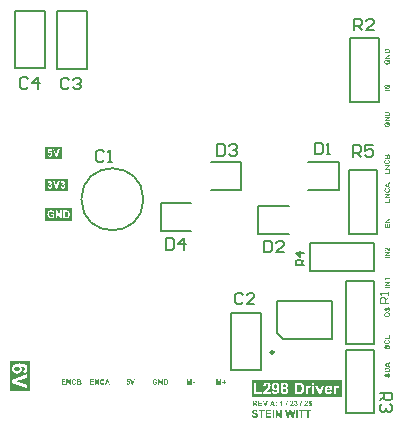
<source format=gto>
G04*
G04 #@! TF.GenerationSoftware,Altium Limited,Altium Designer,24.6.1 (21)*
G04*
G04 Layer_Color=65535*
%FSLAX26Y26*%
%MOIN*%
G70*
G04*
G04 #@! TF.SameCoordinates,A2FE4C0D-9988-4D7F-9E23-C7A6D8233F7C*
G04*
G04*
G04 #@! TF.FilePolarity,Positive*
G04*
G01*
G75*
%ADD10C,0.007874*%
%ADD11C,0.009842*%
%ADD12C,0.006890*%
%ADD13C,0.005906*%
%ADD14C,0.003937*%
G36*
X187165Y881890D02*
X129921D01*
Y923300D01*
X187165D01*
Y881890D01*
D02*
G37*
G36*
X205475Y775591D02*
X129921D01*
Y817146D01*
X205475D01*
Y775591D01*
D02*
G37*
G36*
X220435Y677165D02*
X129921D01*
Y719049D01*
X220435D01*
Y677165D01*
D02*
G37*
G36*
X227420Y148179D02*
X227701Y148154D01*
X228007Y148103D01*
X228364Y148052D01*
X228746Y147975D01*
X229154Y147873D01*
X229588Y147746D01*
X230021Y147593D01*
X230480Y147389D01*
X230914Y147185D01*
X231322Y146930D01*
X231755Y146624D01*
X232138Y146292D01*
X232163D01*
X232189Y146241D01*
X232265Y146165D01*
X232342Y146088D01*
X232444Y145961D01*
X232546Y145808D01*
X232826Y145451D01*
X233107Y144992D01*
X233413Y144431D01*
X233693Y143793D01*
X233948Y143054D01*
X230429Y142212D01*
Y142238D01*
X230404Y142263D01*
Y142340D01*
X230353Y142442D01*
X230276Y142671D01*
X230149Y142977D01*
X229970Y143334D01*
X229741Y143691D01*
X229435Y144048D01*
X229103Y144354D01*
X229052Y144380D01*
X228925Y144482D01*
X228721Y144609D01*
X228440Y144762D01*
X228083Y144915D01*
X227675Y145043D01*
X227216Y145145D01*
X226706Y145170D01*
X226528D01*
X226375Y145145D01*
X226222Y145119D01*
X226018Y145094D01*
X225584Y144992D01*
X225074Y144813D01*
X224539Y144558D01*
X224258Y144405D01*
X224003Y144227D01*
X223748Y143997D01*
X223519Y143742D01*
Y143717D01*
X223468Y143666D01*
X223417Y143589D01*
X223340Y143462D01*
X223238Y143309D01*
X223136Y143130D01*
X223034Y142901D01*
X222932Y142646D01*
X222805Y142340D01*
X222703Y142008D01*
X222601Y141626D01*
X222499Y141218D01*
X222422Y140759D01*
X222371Y140274D01*
X222346Y139739D01*
X222320Y139152D01*
Y139127D01*
Y138999D01*
Y138821D01*
X222346Y138617D01*
Y138336D01*
X222397Y138005D01*
X222422Y137673D01*
X222473Y137291D01*
X222626Y136500D01*
X222830Y135710D01*
X222958Y135327D01*
X223136Y134970D01*
X223315Y134639D01*
X223519Y134358D01*
X223544Y134333D01*
X223570Y134307D01*
X223646Y134231D01*
X223748Y134129D01*
X224003Y133925D01*
X224360Y133670D01*
X224794Y133389D01*
X225329Y133185D01*
X225941Y133007D01*
X226273Y132981D01*
X226630Y132956D01*
X226757D01*
X226859Y132981D01*
X227140Y133007D01*
X227471Y133058D01*
X227828Y133185D01*
X228236Y133338D01*
X228644Y133542D01*
X229052Y133848D01*
X229103Y133899D01*
X229231Y134027D01*
X229409Y134231D01*
X229613Y134537D01*
X229868Y134945D01*
X230098Y135429D01*
X230327Y136016D01*
X230531Y136704D01*
X233999Y135633D01*
Y135608D01*
X233974Y135506D01*
X233923Y135353D01*
X233846Y135149D01*
X233744Y134919D01*
X233642Y134639D01*
X233515Y134333D01*
X233362Y134001D01*
X233005Y133313D01*
X232546Y132599D01*
X231985Y131910D01*
X231679Y131604D01*
X231347Y131324D01*
X231322Y131298D01*
X231271Y131273D01*
X231169Y131196D01*
X231016Y131094D01*
X230837Y130992D01*
X230608Y130890D01*
X230353Y130763D01*
X230072Y130635D01*
X229741Y130482D01*
X229384Y130355D01*
X229001Y130253D01*
X228593Y130151D01*
X228160Y130049D01*
X227675Y129972D01*
X227191Y129947D01*
X226655Y129921D01*
X226502D01*
X226324Y129947D01*
X226069Y129972D01*
X225788Y129998D01*
X225431Y130049D01*
X225049Y130125D01*
X224615Y130227D01*
X224182Y130355D01*
X223723Y130508D01*
X223238Y130712D01*
X222754Y130941D01*
X222269Y131196D01*
X221785Y131528D01*
X221326Y131885D01*
X220892Y132318D01*
X220867Y132344D01*
X220790Y132420D01*
X220688Y132573D01*
X220535Y132752D01*
X220382Y133007D01*
X220178Y133287D01*
X219974Y133644D01*
X219770Y134052D01*
X219566Y134486D01*
X219362Y134970D01*
X219158Y135531D01*
X219005Y136118D01*
X218852Y136730D01*
X218750Y137418D01*
X218674Y138132D01*
X218648Y138897D01*
Y138923D01*
Y138948D01*
Y139101D01*
X218674Y139331D01*
Y139637D01*
X218725Y139994D01*
X218776Y140427D01*
X218827Y140886D01*
X218929Y141422D01*
X219056Y141957D01*
X219209Y142518D01*
X219388Y143079D01*
X219617Y143666D01*
X219872Y144227D01*
X220178Y144762D01*
X220510Y145272D01*
X220918Y145757D01*
X220943Y145782D01*
X221020Y145859D01*
X221147Y145986D01*
X221326Y146139D01*
X221555Y146318D01*
X221836Y146522D01*
X222142Y146751D01*
X222524Y146981D01*
X222932Y147210D01*
X223366Y147440D01*
X223876Y147644D01*
X224386Y147822D01*
X224972Y147975D01*
X225559Y148103D01*
X226222Y148179D01*
X226885Y148205D01*
X227191D01*
X227420Y148179D01*
D02*
G37*
G36*
X215512Y130227D02*
X211942D01*
X204776Y141855D01*
Y130227D01*
X201487D01*
Y147873D01*
X204929D01*
X212222Y135990D01*
Y147873D01*
X215512D01*
Y130227D01*
D02*
G37*
G36*
X245296Y147848D02*
X245806Y147822D01*
X246316Y147797D01*
X246800Y147746D01*
X247234Y147695D01*
X247285D01*
X247412Y147669D01*
X247591Y147618D01*
X247846Y147542D01*
X248126Y147440D01*
X248432Y147312D01*
X248764Y147159D01*
X249070Y146955D01*
X249095Y146930D01*
X249197Y146853D01*
X249350Y146726D01*
X249554Y146573D01*
X249758Y146343D01*
X249988Y146088D01*
X250217Y145808D01*
X250421Y145476D01*
X250447Y145425D01*
X250498Y145323D01*
X250600Y145119D01*
X250702Y144864D01*
X250804Y144558D01*
X250906Y144227D01*
X250957Y143819D01*
X250982Y143411D01*
Y143385D01*
Y143360D01*
Y143207D01*
X250957Y142977D01*
X250906Y142671D01*
X250804Y142314D01*
X250702Y141932D01*
X250523Y141549D01*
X250294Y141141D01*
X250268Y141090D01*
X250166Y140963D01*
X250013Y140784D01*
X249835Y140555D01*
X249580Y140325D01*
X249274Y140045D01*
X248917Y139815D01*
X248509Y139586D01*
X248534D01*
X248585Y139560D01*
X248662Y139535D01*
X248764Y139509D01*
X249070Y139382D01*
X249427Y139203D01*
X249809Y138999D01*
X250243Y138719D01*
X250625Y138387D01*
X250982Y137979D01*
X251008Y137928D01*
X251110Y137775D01*
X251263Y137546D01*
X251416Y137240D01*
X251569Y136832D01*
X251722Y136398D01*
X251824Y135888D01*
X251849Y135327D01*
Y135302D01*
Y135276D01*
Y135123D01*
X251824Y134894D01*
X251773Y134588D01*
X251722Y134231D01*
X251620Y133823D01*
X251467Y133415D01*
X251288Y132981D01*
X251263Y132930D01*
X251186Y132803D01*
X251059Y132599D01*
X250880Y132344D01*
X250676Y132038D01*
X250396Y131757D01*
X250115Y131451D01*
X249758Y131171D01*
X249707Y131145D01*
X249580Y131069D01*
X249376Y130941D01*
X249095Y130814D01*
X248738Y130661D01*
X248330Y130533D01*
X247871Y130406D01*
X247361Y130329D01*
X247259D01*
X247157Y130304D01*
X246902D01*
X246724Y130278D01*
X246239D01*
X245933Y130253D01*
X245168D01*
X244735Y130227D01*
X237085D01*
Y147873D01*
X244837D01*
X245296Y147848D01*
D02*
G37*
G36*
X198121Y144890D02*
X188609D01*
Y140988D01*
X197458D01*
Y138005D01*
X188609D01*
Y133211D01*
X198452D01*
Y130227D01*
X185039D01*
Y147873D01*
X198121D01*
Y144890D01*
D02*
G37*
G36*
X321909Y148179D02*
X322189Y148154D01*
X322495Y148103D01*
X322852Y148052D01*
X323235Y147975D01*
X323643Y147873D01*
X324076Y147746D01*
X324510Y147593D01*
X324969Y147389D01*
X325402Y147185D01*
X325810Y146930D01*
X326244Y146624D01*
X326626Y146292D01*
X326652D01*
X326677Y146241D01*
X326754Y146165D01*
X326830Y146088D01*
X326932Y145961D01*
X327034Y145808D01*
X327315Y145451D01*
X327595Y144992D01*
X327901Y144431D01*
X328182Y143793D01*
X328437Y143054D01*
X324918Y142212D01*
Y142238D01*
X324892Y142263D01*
Y142340D01*
X324841Y142442D01*
X324765Y142671D01*
X324637Y142977D01*
X324459Y143334D01*
X324229Y143691D01*
X323923Y144048D01*
X323592Y144354D01*
X323541Y144380D01*
X323413Y144482D01*
X323209Y144609D01*
X322929Y144762D01*
X322572Y144915D01*
X322164Y145043D01*
X321705Y145145D01*
X321195Y145170D01*
X321016D01*
X320863Y145145D01*
X320710Y145119D01*
X320506Y145094D01*
X320073Y144992D01*
X319563Y144813D01*
X319027Y144558D01*
X318747Y144405D01*
X318492Y144227D01*
X318237Y143997D01*
X318007Y143742D01*
Y143717D01*
X317956Y143666D01*
X317905Y143589D01*
X317829Y143462D01*
X317727Y143309D01*
X317625Y143130D01*
X317523Y142901D01*
X317421Y142646D01*
X317293Y142340D01*
X317191Y142008D01*
X317089Y141626D01*
X316987Y141218D01*
X316911Y140759D01*
X316860Y140274D01*
X316834Y139739D01*
X316809Y139152D01*
Y139127D01*
Y138999D01*
Y138821D01*
X316834Y138617D01*
Y138336D01*
X316885Y138005D01*
X316911Y137673D01*
X316962Y137291D01*
X317115Y136500D01*
X317319Y135710D01*
X317446Y135327D01*
X317625Y134970D01*
X317803Y134639D01*
X318007Y134358D01*
X318033Y134333D01*
X318058Y134307D01*
X318135Y134231D01*
X318237Y134129D01*
X318492Y133925D01*
X318849Y133670D01*
X319282Y133389D01*
X319818Y133185D01*
X320430Y133007D01*
X320761Y132981D01*
X321118Y132956D01*
X321246D01*
X321348Y132981D01*
X321628Y133007D01*
X321960Y133058D01*
X322317Y133185D01*
X322725Y133338D01*
X323133Y133542D01*
X323541Y133848D01*
X323592Y133899D01*
X323719Y134027D01*
X323898Y134231D01*
X324102Y134537D01*
X324357Y134945D01*
X324586Y135429D01*
X324816Y136016D01*
X325020Y136704D01*
X328488Y135633D01*
Y135608D01*
X328462Y135506D01*
X328411Y135353D01*
X328335Y135149D01*
X328233Y134919D01*
X328131Y134639D01*
X328003Y134333D01*
X327850Y134001D01*
X327493Y133313D01*
X327034Y132599D01*
X326473Y131910D01*
X326167Y131604D01*
X325836Y131324D01*
X325810Y131298D01*
X325759Y131273D01*
X325657Y131196D01*
X325504Y131094D01*
X325326Y130992D01*
X325096Y130890D01*
X324841Y130763D01*
X324561Y130635D01*
X324229Y130482D01*
X323872Y130355D01*
X323490Y130253D01*
X323082Y130151D01*
X322648Y130049D01*
X322164Y129972D01*
X321679Y129947D01*
X321144Y129921D01*
X320991D01*
X320812Y129947D01*
X320557Y129972D01*
X320277Y129998D01*
X319920Y130049D01*
X319537Y130125D01*
X319104Y130227D01*
X318670Y130355D01*
X318211Y130508D01*
X317727Y130712D01*
X317242Y130941D01*
X316758Y131196D01*
X316273Y131528D01*
X315814Y131885D01*
X315381Y132318D01*
X315355Y132344D01*
X315279Y132420D01*
X315177Y132573D01*
X315024Y132752D01*
X314871Y133007D01*
X314667Y133287D01*
X314463Y133644D01*
X314259Y134052D01*
X314055Y134486D01*
X313851Y134970D01*
X313647Y135531D01*
X313494Y136118D01*
X313341Y136730D01*
X313239Y137418D01*
X313162Y138132D01*
X313137Y138897D01*
Y138923D01*
Y138948D01*
Y139101D01*
X313162Y139331D01*
Y139637D01*
X313213Y139994D01*
X313264Y140427D01*
X313315Y140886D01*
X313417Y141422D01*
X313545Y141957D01*
X313698Y142518D01*
X313876Y143079D01*
X314106Y143666D01*
X314361Y144227D01*
X314667Y144762D01*
X314998Y145272D01*
X315406Y145757D01*
X315432Y145782D01*
X315508Y145859D01*
X315636Y145986D01*
X315814Y146139D01*
X316044Y146318D01*
X316324Y146522D01*
X316630Y146751D01*
X317013Y146981D01*
X317421Y147210D01*
X317854Y147440D01*
X318364Y147644D01*
X318874Y147822D01*
X319461Y147975D01*
X320047Y148103D01*
X320710Y148179D01*
X321373Y148205D01*
X321679D01*
X321909Y148179D01*
D02*
G37*
G36*
X310000Y130227D02*
X306430D01*
X299265Y141855D01*
Y130227D01*
X295975D01*
Y147873D01*
X299418D01*
X306711Y135990D01*
Y147873D01*
X310000D01*
Y130227D01*
D02*
G37*
G36*
X347460D02*
X343609D01*
X342079Y134231D01*
X334990D01*
X333537Y130227D01*
X329763D01*
X336597Y147873D01*
X340371D01*
X347460Y130227D01*
D02*
G37*
G36*
X292609Y144890D02*
X283098D01*
Y140988D01*
X291946D01*
Y138005D01*
X283098D01*
Y133211D01*
X292941D01*
Y130227D01*
X279528D01*
Y147873D01*
X292609D01*
Y144890D01*
D02*
G37*
G36*
X424372Y130253D02*
X420521D01*
X414197Y147899D01*
X418048D01*
X422536Y134843D01*
X426845Y147899D01*
X430645D01*
X424372Y130253D01*
D02*
G37*
G36*
X412667Y144507D02*
X406267D01*
X405731Y141498D01*
X405757D01*
X405782Y141524D01*
X405935Y141600D01*
X406165Y141677D01*
X406445Y141804D01*
X406802Y141906D01*
X407185Y141983D01*
X407618Y142059D01*
X408052Y142085D01*
X408281D01*
X408434Y142059D01*
X408613Y142034D01*
X408842Y142008D01*
X409097Y141957D01*
X409378Y141881D01*
X409964Y141677D01*
X410296Y141549D01*
X410602Y141396D01*
X410933Y141192D01*
X411265Y140963D01*
X411571Y140708D01*
X411877Y140427D01*
X411902Y140402D01*
X411953Y140351D01*
X412030Y140249D01*
X412132Y140121D01*
X412234Y139968D01*
X412387Y139764D01*
X412514Y139535D01*
X412667Y139280D01*
X412820Y138999D01*
X412948Y138668D01*
X413101Y138311D01*
X413203Y137954D01*
X413305Y137546D01*
X413381Y137112D01*
X413432Y136653D01*
X413458Y136169D01*
Y136143D01*
Y136067D01*
Y135965D01*
X413432Y135812D01*
Y135608D01*
X413381Y135378D01*
X413356Y135123D01*
X413305Y134868D01*
X413152Y134256D01*
X412922Y133593D01*
X412769Y133236D01*
X412616Y132905D01*
X412412Y132573D01*
X412183Y132242D01*
X412157Y132216D01*
X412106Y132140D01*
X412004Y132038D01*
X411877Y131885D01*
X411698Y131706D01*
X411469Y131502D01*
X411214Y131298D01*
X410933Y131094D01*
X410602Y130865D01*
X410245Y130661D01*
X409862Y130457D01*
X409429Y130278D01*
X408970Y130125D01*
X408485Y130023D01*
X407950Y129947D01*
X407389Y129921D01*
X407159D01*
X406981Y129947D01*
X406777Y129972D01*
X406522Y129998D01*
X406267Y130023D01*
X405961Y130074D01*
X405349Y130227D01*
X404660Y130482D01*
X404329Y130610D01*
X403997Y130788D01*
X403691Y130992D01*
X403385Y131222D01*
X403360Y131247D01*
X403309Y131273D01*
X403232Y131349D01*
X403130Y131451D01*
X403028Y131604D01*
X402875Y131757D01*
X402748Y131936D01*
X402595Y132140D01*
X402416Y132395D01*
X402263Y132650D01*
X401983Y133262D01*
X401728Y133950D01*
X401651Y134333D01*
X401575Y134741D01*
X404941Y135098D01*
Y135047D01*
X404966Y134919D01*
X405017Y134690D01*
X405094Y134435D01*
X405196Y134154D01*
X405349Y133848D01*
X405553Y133568D01*
X405782Y133287D01*
X405808Y133262D01*
X405910Y133185D01*
X406063Y133083D01*
X406267Y132956D01*
X406496Y132828D01*
X406777Y132726D01*
X407108Y132650D01*
X407440Y132624D01*
X407491D01*
X407618Y132650D01*
X407822Y132675D01*
X408077Y132726D01*
X408358Y132828D01*
X408664Y132981D01*
X408970Y133211D01*
X409250Y133491D01*
X409276Y133542D01*
X409378Y133644D01*
X409480Y133848D01*
X409633Y134154D01*
X409760Y134511D01*
X409888Y134945D01*
X409964Y135480D01*
X409990Y136092D01*
Y136118D01*
Y136169D01*
Y136245D01*
Y136373D01*
X409964Y136653D01*
X409888Y137010D01*
X409811Y137418D01*
X409684Y137826D01*
X409505Y138209D01*
X409250Y138540D01*
X409225Y138566D01*
X409123Y138668D01*
X408944Y138795D01*
X408740Y138974D01*
X408460Y139127D01*
X408128Y139254D01*
X407746Y139356D01*
X407338Y139382D01*
X407185D01*
X407083Y139356D01*
X406828Y139305D01*
X406471Y139229D01*
X406063Y139076D01*
X405629Y138846D01*
X405400Y138693D01*
X405170Y138515D01*
X404941Y138311D01*
X404711Y138081D01*
X401983Y138464D01*
X403717Y147669D01*
X412667D01*
Y144507D01*
D02*
G37*
G36*
X497471Y148205D02*
X497752Y148179D01*
X498083Y148154D01*
X498440Y148128D01*
X498822Y148052D01*
X499639Y147899D01*
X500480Y147644D01*
X500913Y147491D01*
X501322Y147312D01*
X501704Y147108D01*
X502061Y146853D01*
X502087Y146828D01*
X502137Y146802D01*
X502240Y146700D01*
X502367Y146598D01*
X502520Y146471D01*
X502673Y146292D01*
X502851Y146088D01*
X503055Y145859D01*
X503260Y145604D01*
X503464Y145323D01*
X503668Y145017D01*
X503846Y144660D01*
X504050Y144303D01*
X504203Y143921D01*
X504356Y143487D01*
X504458Y143054D01*
X500913Y142391D01*
Y142416D01*
X500888Y142442D01*
X500837Y142595D01*
X500735Y142824D01*
X500582Y143130D01*
X500404Y143462D01*
X500149Y143793D01*
X499842Y144125D01*
X499486Y144431D01*
X499435Y144456D01*
X499307Y144558D01*
X499077Y144686D01*
X498797Y144813D01*
X498414Y144966D01*
X497981Y145068D01*
X497497Y145170D01*
X496935Y145196D01*
X496706D01*
X496553Y145170D01*
X496349Y145145D01*
X496120Y145119D01*
X495865Y145068D01*
X495584Y145017D01*
X494998Y144839D01*
X494692Y144711D01*
X494385Y144558D01*
X494079Y144380D01*
X493774Y144201D01*
X493493Y143946D01*
X493212Y143691D01*
X493187Y143666D01*
X493161Y143615D01*
X493085Y143538D01*
X493009Y143411D01*
X492906Y143258D01*
X492779Y143079D01*
X492651Y142850D01*
X492550Y142595D01*
X492422Y142289D01*
X492295Y141957D01*
X492167Y141600D01*
X492065Y141218D01*
X491988Y140784D01*
X491912Y140300D01*
X491887Y139815D01*
X491861Y139280D01*
Y139254D01*
Y139152D01*
Y138974D01*
X491887Y138770D01*
X491912Y138489D01*
X491938Y138209D01*
X491988Y137852D01*
X492039Y137495D01*
X492192Y136730D01*
X492447Y135939D01*
X492601Y135557D01*
X492779Y135200D01*
X493009Y134843D01*
X493238Y134537D01*
X493264Y134511D01*
X493315Y134460D01*
X493391Y134384D01*
X493493Y134282D01*
X493646Y134180D01*
X493799Y134027D01*
X494003Y133899D01*
X494233Y133746D01*
X494488Y133593D01*
X494743Y133466D01*
X495380Y133211D01*
X495737Y133109D01*
X496094Y133032D01*
X496502Y132981D01*
X496910Y132956D01*
X497114D01*
X497318Y132981D01*
X497624Y133007D01*
X497955Y133058D01*
X498338Y133134D01*
X498746Y133236D01*
X499154Y133389D01*
X499180D01*
X499205Y133415D01*
X499332Y133466D01*
X499562Y133568D01*
X499817Y133695D01*
X500123Y133848D01*
X500454Y134027D01*
X500786Y134231D01*
X501092Y134460D01*
Y136730D01*
X497012D01*
Y139713D01*
X504688D01*
Y132624D01*
X504637Y132573D01*
X504560Y132522D01*
X504483Y132446D01*
X504356Y132344D01*
X504228Y132242D01*
X503872Y131987D01*
X503387Y131706D01*
X502826Y131375D01*
X502188Y131043D01*
X501423Y130737D01*
X501398D01*
X501322Y130712D01*
X501219Y130661D01*
X501067Y130610D01*
X500863Y130559D01*
X500633Y130482D01*
X500378Y130406D01*
X500098Y130329D01*
X499460Y130176D01*
X498721Y130049D01*
X497955Y129947D01*
X497139Y129921D01*
X496859D01*
X496680Y129947D01*
X496425D01*
X496145Y129972D01*
X495839Y130023D01*
X495482Y130074D01*
X494743Y130202D01*
X493926Y130406D01*
X493085Y130686D01*
X492702Y130865D01*
X492295Y131069D01*
X492269Y131094D01*
X492218Y131120D01*
X492091Y131196D01*
X491963Y131298D01*
X491784Y131400D01*
X491606Y131553D01*
X491377Y131732D01*
X491147Y131936D01*
X490637Y132395D01*
X490127Y132981D01*
X489642Y133644D01*
X489209Y134409D01*
Y134435D01*
X489158Y134511D01*
X489107Y134639D01*
X489056Y134792D01*
X488979Y134996D01*
X488877Y135225D01*
X488801Y135506D01*
X488699Y135812D01*
X488597Y136143D01*
X488521Y136526D01*
X488342Y137316D01*
X488240Y138183D01*
X488189Y139127D01*
Y139152D01*
Y139254D01*
Y139407D01*
X488214Y139586D01*
Y139841D01*
X488240Y140121D01*
X488291Y140427D01*
X488342Y140784D01*
X488469Y141524D01*
X488673Y142365D01*
X488954Y143207D01*
X489132Y143615D01*
X489337Y144023D01*
X489362Y144048D01*
X489387Y144125D01*
X489464Y144227D01*
X489541Y144380D01*
X489668Y144558D01*
X489821Y144762D01*
X490000Y144992D01*
X490178Y145247D01*
X490408Y145502D01*
X490663Y145782D01*
X490943Y146063D01*
X491249Y146343D01*
X491580Y146598D01*
X491912Y146879D01*
X492702Y147338D01*
X492728D01*
X492779Y147389D01*
X492881Y147414D01*
X493009Y147491D01*
X493187Y147542D01*
X493365Y147618D01*
X493620Y147695D01*
X493875Y147797D01*
X494156Y147873D01*
X494488Y147950D01*
X494844Y148026D01*
X495202Y148103D01*
X496017Y148205D01*
X496935Y148230D01*
X497241D01*
X497471Y148205D01*
D02*
G37*
G36*
X522028Y130253D02*
X518457D01*
X511292Y141881D01*
Y130253D01*
X508002D01*
Y147899D01*
X511445D01*
X518738Y136016D01*
Y147899D01*
X522028D01*
Y130253D01*
D02*
G37*
G36*
X533043Y147873D02*
X533528Y147848D01*
X534063Y147822D01*
X534625Y147746D01*
X535160Y147669D01*
X535644Y147542D01*
X535670D01*
X535721Y147516D01*
X535798Y147491D01*
X535899Y147465D01*
X536206Y147338D01*
X536562Y147159D01*
X536971Y146930D01*
X537429Y146649D01*
X537863Y146318D01*
X538297Y145910D01*
X538322D01*
X538347Y145859D01*
X538475Y145706D01*
X538679Y145451D01*
X538909Y145119D01*
X539189Y144711D01*
X539470Y144227D01*
X539750Y143666D01*
X539980Y143054D01*
Y143028D01*
X540005Y142977D01*
X540030Y142875D01*
X540082Y142748D01*
X540107Y142595D01*
X540158Y142391D01*
X540209Y142161D01*
X540285Y141906D01*
X540337Y141626D01*
X540388Y141294D01*
X540438Y140963D01*
X540464Y140580D01*
X540540Y139790D01*
X540566Y138897D01*
Y138872D01*
Y138795D01*
Y138693D01*
Y138540D01*
X540540Y138336D01*
Y138132D01*
X540515Y137877D01*
X540490Y137597D01*
X540438Y137010D01*
X540337Y136398D01*
X540183Y135761D01*
X540005Y135149D01*
Y135123D01*
X539980Y135072D01*
X539928Y134970D01*
X539878Y134817D01*
X539827Y134664D01*
X539725Y134486D01*
X539520Y134027D01*
X539265Y133542D01*
X538934Y133007D01*
X538552Y132497D01*
X538118Y132012D01*
X538067Y131961D01*
X537939Y131859D01*
X537736Y131706D01*
X537455Y131502D01*
X537098Y131273D01*
X536690Y131043D01*
X536180Y130814D01*
X535619Y130610D01*
X535593D01*
X535568Y130584D01*
X535491D01*
X535415Y130559D01*
X535135Y130508D01*
X534778Y130431D01*
X534344Y130355D01*
X533808Y130304D01*
X533171Y130278D01*
X532482Y130253D01*
X525802D01*
Y147899D01*
X532840D01*
X533043Y147873D01*
D02*
G37*
G36*
X619345Y129921D02*
X616056D01*
X616030Y143793D01*
X612562Y129921D01*
X609120D01*
X605652Y143793D01*
Y129921D01*
X602362D01*
Y147567D01*
X607692D01*
X610854Y135506D01*
X613990Y147567D01*
X619345D01*
Y129921D01*
D02*
G37*
G36*
X629188Y134639D02*
X622533D01*
Y138030D01*
X629188D01*
Y134639D01*
D02*
G37*
G36*
X717770Y129921D02*
X714481D01*
X714455Y143793D01*
X710987Y129921D01*
X707545D01*
X704077Y143793D01*
Y129921D01*
X700787D01*
Y147567D01*
X706117D01*
X709279Y135506D01*
X712415Y147567D01*
X717770D01*
Y129921D01*
D02*
G37*
G36*
X728302Y140198D02*
X732943D01*
Y137036D01*
X728302D01*
Y132471D01*
X725216D01*
Y137036D01*
X720601D01*
Y140198D01*
X725216D01*
Y144762D01*
X728302D01*
Y140198D01*
D02*
G37*
G36*
X1274555Y897493D02*
X1274861Y897442D01*
X1275218Y897391D01*
X1275626Y897289D01*
X1276034Y897136D01*
X1276468Y896958D01*
X1276519Y896932D01*
X1276646Y896856D01*
X1276850Y896728D01*
X1277105Y896550D01*
X1277411Y896346D01*
X1277692Y896065D01*
X1277998Y895785D01*
X1278278Y895428D01*
X1278304Y895377D01*
X1278380Y895249D01*
X1278508Y895045D01*
X1278635Y894765D01*
X1278788Y894408D01*
X1278916Y894000D01*
X1279043Y893541D01*
X1279120Y893031D01*
Y892929D01*
X1279145Y892827D01*
Y892572D01*
X1279171Y892393D01*
Y891909D01*
X1279196Y891603D01*
Y890838D01*
X1279222Y890404D01*
Y882754D01*
X1261576D01*
Y890506D01*
X1261601Y890965D01*
X1261627Y891475D01*
X1261652Y891985D01*
X1261703Y892470D01*
X1261754Y892903D01*
Y892954D01*
X1261780Y893082D01*
X1261831Y893260D01*
X1261907Y893515D01*
X1262009Y893796D01*
X1262137Y894102D01*
X1262290Y894433D01*
X1262494Y894739D01*
X1262519Y894765D01*
X1262596Y894867D01*
X1262723Y895020D01*
X1262876Y895224D01*
X1263106Y895428D01*
X1263361Y895657D01*
X1263641Y895887D01*
X1263973Y896091D01*
X1264024Y896116D01*
X1264126Y896167D01*
X1264330Y896269D01*
X1264585Y896371D01*
X1264891Y896473D01*
X1265222Y896575D01*
X1265630Y896626D01*
X1266038Y896652D01*
X1266064D01*
X1266089D01*
X1266242D01*
X1266472Y896626D01*
X1266778Y896575D01*
X1267135Y896473D01*
X1267517Y896371D01*
X1267900Y896193D01*
X1268308Y895963D01*
X1268359Y895938D01*
X1268486Y895836D01*
X1268665Y895683D01*
X1268894Y895504D01*
X1269124Y895249D01*
X1269404Y894943D01*
X1269634Y894586D01*
X1269863Y894178D01*
Y894204D01*
X1269889Y894255D01*
X1269914Y894331D01*
X1269940Y894433D01*
X1270067Y894739D01*
X1270246Y895096D01*
X1270450Y895479D01*
X1270730Y895912D01*
X1271062Y896295D01*
X1271470Y896652D01*
X1271521Y896677D01*
X1271674Y896779D01*
X1271903Y896932D01*
X1272209Y897085D01*
X1272617Y897238D01*
X1273051Y897391D01*
X1273561Y897493D01*
X1274122Y897519D01*
X1274147D01*
X1274173D01*
X1274326D01*
X1274555Y897493D01*
D02*
G37*
G36*
X1273943Y879643D02*
X1274096Y879592D01*
X1274300Y879516D01*
X1274530Y879414D01*
X1274810Y879312D01*
X1275116Y879184D01*
X1275448Y879031D01*
X1276136Y878674D01*
X1276850Y878215D01*
X1277539Y877654D01*
X1277845Y877348D01*
X1278125Y877017D01*
X1278151Y876991D01*
X1278176Y876940D01*
X1278253Y876838D01*
X1278355Y876685D01*
X1278457Y876507D01*
X1278559Y876277D01*
X1278686Y876022D01*
X1278814Y875742D01*
X1278967Y875410D01*
X1279094Y875053D01*
X1279196Y874671D01*
X1279298Y874263D01*
X1279400Y873829D01*
X1279477Y873345D01*
X1279502Y872860D01*
X1279528Y872325D01*
Y872172D01*
X1279502Y871993D01*
X1279477Y871738D01*
X1279451Y871458D01*
X1279400Y871101D01*
X1279324Y870718D01*
X1279222Y870285D01*
X1279094Y869851D01*
X1278941Y869392D01*
X1278737Y868908D01*
X1278508Y868423D01*
X1278253Y867939D01*
X1277921Y867454D01*
X1277564Y866995D01*
X1277131Y866562D01*
X1277105Y866536D01*
X1277029Y866460D01*
X1276876Y866358D01*
X1276697Y866205D01*
X1276442Y866052D01*
X1276162Y865848D01*
X1275805Y865644D01*
X1275397Y865440D01*
X1274963Y865236D01*
X1274479Y865032D01*
X1273918Y864828D01*
X1273331Y864675D01*
X1272719Y864522D01*
X1272031Y864420D01*
X1271317Y864343D01*
X1270552Y864318D01*
X1270526D01*
X1270501D01*
X1270348D01*
X1270118Y864343D01*
X1269812D01*
X1269455Y864394D01*
X1269022Y864445D01*
X1268563Y864496D01*
X1268027Y864598D01*
X1267492Y864726D01*
X1266931Y864879D01*
X1266370Y865057D01*
X1265783Y865287D01*
X1265222Y865542D01*
X1264687Y865848D01*
X1264177Y866179D01*
X1263692Y866587D01*
X1263667Y866613D01*
X1263590Y866689D01*
X1263463Y866817D01*
X1263310Y866995D01*
X1263131Y867225D01*
X1262927Y867505D01*
X1262698Y867811D01*
X1262468Y868194D01*
X1262239Y868602D01*
X1262009Y869035D01*
X1261805Y869545D01*
X1261627Y870055D01*
X1261474Y870642D01*
X1261346Y871228D01*
X1261270Y871891D01*
X1261244Y872554D01*
Y872860D01*
X1261270Y873090D01*
X1261295Y873370D01*
X1261346Y873676D01*
X1261397Y874033D01*
X1261474Y874416D01*
X1261576Y874824D01*
X1261703Y875257D01*
X1261856Y875691D01*
X1262060Y876150D01*
X1262264Y876583D01*
X1262519Y876991D01*
X1262825Y877425D01*
X1263157Y877807D01*
Y877833D01*
X1263208Y877858D01*
X1263284Y877935D01*
X1263361Y878011D01*
X1263488Y878113D01*
X1263641Y878215D01*
X1263998Y878496D01*
X1264457Y878776D01*
X1265018Y879082D01*
X1265656Y879363D01*
X1266395Y879618D01*
X1267237Y876099D01*
X1267211D01*
X1267186Y876073D01*
X1267109D01*
X1267007Y876022D01*
X1266778Y875946D01*
X1266472Y875818D01*
X1266115Y875640D01*
X1265758Y875410D01*
X1265401Y875104D01*
X1265095Y874773D01*
X1265069Y874722D01*
X1264967Y874594D01*
X1264840Y874390D01*
X1264687Y874110D01*
X1264534Y873753D01*
X1264406Y873345D01*
X1264304Y872886D01*
X1264279Y872376D01*
Y872197D01*
X1264304Y872044D01*
X1264330Y871891D01*
X1264355Y871687D01*
X1264457Y871254D01*
X1264636Y870744D01*
X1264891Y870208D01*
X1265044Y869928D01*
X1265222Y869673D01*
X1265452Y869418D01*
X1265707Y869188D01*
X1265732D01*
X1265783Y869137D01*
X1265860Y869086D01*
X1265987Y869010D01*
X1266140Y868908D01*
X1266319Y868806D01*
X1266548Y868704D01*
X1266803Y868602D01*
X1267109Y868474D01*
X1267441Y868372D01*
X1267823Y868270D01*
X1268231Y868168D01*
X1268690Y868092D01*
X1269175Y868041D01*
X1269710Y868015D01*
X1270297Y867990D01*
X1270322D01*
X1270450D01*
X1270628D01*
X1270832Y868015D01*
X1271113D01*
X1271444Y868066D01*
X1271776Y868092D01*
X1272158Y868143D01*
X1272949Y868296D01*
X1273739Y868500D01*
X1274122Y868627D01*
X1274479Y868806D01*
X1274810Y868984D01*
X1275091Y869188D01*
X1275116Y869214D01*
X1275142Y869239D01*
X1275218Y869316D01*
X1275320Y869418D01*
X1275524Y869673D01*
X1275779Y870030D01*
X1276060Y870463D01*
X1276264Y870999D01*
X1276442Y871611D01*
X1276468Y871942D01*
X1276493Y872299D01*
Y872427D01*
X1276468Y872529D01*
X1276442Y872809D01*
X1276391Y873141D01*
X1276264Y873498D01*
X1276111Y873906D01*
X1275907Y874314D01*
X1275601Y874722D01*
X1275550Y874773D01*
X1275422Y874900D01*
X1275218Y875079D01*
X1274912Y875283D01*
X1274504Y875538D01*
X1274020Y875767D01*
X1273433Y875997D01*
X1272745Y876201D01*
X1273816Y879669D01*
X1273841D01*
X1273943Y879643D01*
D02*
G37*
G36*
X1279222Y857611D02*
X1267594Y850446D01*
X1279222D01*
Y847156D01*
X1261576D01*
Y850599D01*
X1273459Y857892D01*
X1261576D01*
Y861181D01*
X1279222D01*
Y857611D01*
D02*
G37*
G36*
Y830709D02*
X1261576D01*
Y843790D01*
X1264559D01*
Y834279D01*
X1268461D01*
Y843127D01*
X1271444D01*
Y834279D01*
X1276238D01*
Y844122D01*
X1279222D01*
Y830709D01*
D02*
G37*
G36*
Y800302D02*
X1275218Y798772D01*
Y791683D01*
X1279222Y790230D01*
Y786456D01*
X1261576Y793289D01*
Y797063D01*
X1279222Y804153D01*
Y800302D01*
D02*
G37*
G36*
X1273943Y785155D02*
X1274096Y785104D01*
X1274300Y785028D01*
X1274530Y784926D01*
X1274810Y784823D01*
X1275116Y784696D01*
X1275448Y784543D01*
X1276136Y784186D01*
X1276850Y783727D01*
X1277539Y783166D01*
X1277845Y782860D01*
X1278125Y782529D01*
X1278151Y782503D01*
X1278176Y782452D01*
X1278253Y782350D01*
X1278355Y782197D01*
X1278457Y782019D01*
X1278559Y781789D01*
X1278686Y781534D01*
X1278814Y781254D01*
X1278967Y780922D01*
X1279094Y780565D01*
X1279196Y780183D01*
X1279298Y779774D01*
X1279400Y779341D01*
X1279477Y778856D01*
X1279502Y778372D01*
X1279528Y777837D01*
Y777683D01*
X1279502Y777505D01*
X1279477Y777250D01*
X1279451Y776970D01*
X1279400Y776612D01*
X1279324Y776230D01*
X1279222Y775797D01*
X1279094Y775363D01*
X1278941Y774904D01*
X1278737Y774419D01*
X1278508Y773935D01*
X1278253Y773451D01*
X1277921Y772966D01*
X1277564Y772507D01*
X1277131Y772073D01*
X1277105Y772048D01*
X1277029Y771971D01*
X1276876Y771870D01*
X1276697Y771716D01*
X1276442Y771563D01*
X1276162Y771360D01*
X1275805Y771155D01*
X1275397Y770952D01*
X1274963Y770747D01*
X1274479Y770543D01*
X1273918Y770340D01*
X1273331Y770187D01*
X1272719Y770034D01*
X1272031Y769932D01*
X1271317Y769855D01*
X1270552Y769830D01*
X1270526D01*
X1270501D01*
X1270348D01*
X1270118Y769855D01*
X1269812D01*
X1269455Y769906D01*
X1269022Y769957D01*
X1268563Y770008D01*
X1268027Y770110D01*
X1267492Y770237D01*
X1266931Y770390D01*
X1266370Y770569D01*
X1265783Y770798D01*
X1265222Y771053D01*
X1264687Y771360D01*
X1264177Y771691D01*
X1263692Y772099D01*
X1263667Y772125D01*
X1263590Y772201D01*
X1263463Y772328D01*
X1263310Y772507D01*
X1263131Y772736D01*
X1262927Y773017D01*
X1262698Y773323D01*
X1262468Y773706D01*
X1262239Y774114D01*
X1262009Y774547D01*
X1261805Y775057D01*
X1261627Y775567D01*
X1261474Y776154D01*
X1261346Y776740D01*
X1261270Y777403D01*
X1261244Y778066D01*
Y778372D01*
X1261270Y778601D01*
X1261295Y778882D01*
X1261346Y779188D01*
X1261397Y779545D01*
X1261474Y779928D01*
X1261576Y780336D01*
X1261703Y780769D01*
X1261856Y781202D01*
X1262060Y781662D01*
X1262264Y782095D01*
X1262519Y782503D01*
X1262825Y782937D01*
X1263157Y783319D01*
Y783345D01*
X1263208Y783370D01*
X1263284Y783447D01*
X1263361Y783523D01*
X1263488Y783625D01*
X1263641Y783727D01*
X1263998Y784008D01*
X1264457Y784288D01*
X1265018Y784594D01*
X1265656Y784875D01*
X1266395Y785130D01*
X1267237Y781611D01*
X1267211D01*
X1267186Y781585D01*
X1267109D01*
X1267007Y781534D01*
X1266778Y781457D01*
X1266472Y781330D01*
X1266115Y781152D01*
X1265758Y780922D01*
X1265401Y780616D01*
X1265095Y780284D01*
X1265069Y780234D01*
X1264967Y780106D01*
X1264840Y779902D01*
X1264687Y779621D01*
X1264534Y779264D01*
X1264406Y778856D01*
X1264304Y778398D01*
X1264279Y777888D01*
Y777709D01*
X1264304Y777556D01*
X1264330Y777403D01*
X1264355Y777199D01*
X1264457Y776765D01*
X1264636Y776255D01*
X1264891Y775720D01*
X1265044Y775439D01*
X1265222Y775184D01*
X1265452Y774929D01*
X1265707Y774700D01*
X1265732D01*
X1265783Y774649D01*
X1265860Y774598D01*
X1265987Y774521D01*
X1266140Y774419D01*
X1266319Y774317D01*
X1266548Y774216D01*
X1266803Y774114D01*
X1267109Y773986D01*
X1267441Y773884D01*
X1267823Y773782D01*
X1268231Y773680D01*
X1268690Y773604D01*
X1269175Y773553D01*
X1269710Y773527D01*
X1270297Y773501D01*
X1270322D01*
X1270450D01*
X1270628D01*
X1270832Y773527D01*
X1271113D01*
X1271444Y773578D01*
X1271776Y773604D01*
X1272158Y773654D01*
X1272949Y773808D01*
X1273739Y774011D01*
X1274122Y774139D01*
X1274479Y774317D01*
X1274810Y774496D01*
X1275091Y774700D01*
X1275116Y774726D01*
X1275142Y774751D01*
X1275218Y774827D01*
X1275320Y774929D01*
X1275524Y775184D01*
X1275779Y775542D01*
X1276060Y775975D01*
X1276264Y776510D01*
X1276442Y777122D01*
X1276468Y777454D01*
X1276493Y777811D01*
Y777938D01*
X1276468Y778040D01*
X1276442Y778321D01*
X1276391Y778653D01*
X1276264Y779010D01*
X1276111Y779418D01*
X1275907Y779826D01*
X1275601Y780234D01*
X1275550Y780284D01*
X1275422Y780412D01*
X1275218Y780591D01*
X1274912Y780794D01*
X1274504Y781049D01*
X1274020Y781279D01*
X1273433Y781509D01*
X1272745Y781712D01*
X1273816Y785181D01*
X1273841D01*
X1273943Y785155D01*
D02*
G37*
G36*
X1279222Y763123D02*
X1267594Y755957D01*
X1279222D01*
Y752668D01*
X1261576D01*
Y756111D01*
X1273459Y763404D01*
X1261576D01*
Y766693D01*
X1279222D01*
Y763123D01*
D02*
G37*
G36*
Y736221D02*
X1261576D01*
Y749302D01*
X1264559D01*
Y739790D01*
X1268461D01*
Y748639D01*
X1271444D01*
Y739790D01*
X1276238D01*
Y749634D01*
X1279222D01*
Y736221D01*
D02*
G37*
G36*
X1279528Y680446D02*
X1267900Y673280D01*
X1279528D01*
Y669991D01*
X1261882D01*
Y673433D01*
X1273765Y680726D01*
X1261882D01*
Y684016D01*
X1279528D01*
Y680446D01*
D02*
G37*
G36*
Y653543D02*
X1261882D01*
Y666625D01*
X1264865D01*
Y657113D01*
X1268767D01*
Y665962D01*
X1271750D01*
Y657113D01*
X1276544D01*
Y666956D01*
X1279528D01*
Y653543D01*
D02*
G37*
G36*
Y574769D02*
X1279502D01*
X1279451D01*
X1279349Y574794D01*
X1279222Y574820D01*
X1279069Y574845D01*
X1278890Y574871D01*
X1278431Y574973D01*
X1277921Y575126D01*
X1277360Y575330D01*
X1276748Y575585D01*
X1276162Y575916D01*
X1276136D01*
X1276085Y575967D01*
X1275983Y576018D01*
X1275881Y576120D01*
X1275703Y576222D01*
X1275524Y576375D01*
X1275295Y576554D01*
X1275040Y576758D01*
X1274734Y576987D01*
X1274428Y577268D01*
X1274071Y577574D01*
X1273688Y577931D01*
X1273306Y578313D01*
X1272872Y578747D01*
X1272413Y579206D01*
X1271929Y579716D01*
X1271903Y579741D01*
X1271827Y579818D01*
X1271725Y579920D01*
X1271572Y580073D01*
X1271419Y580277D01*
X1271215Y580481D01*
X1270756Y580940D01*
X1270271Y581399D01*
X1269787Y581858D01*
X1269583Y582062D01*
X1269353Y582266D01*
X1269175Y582419D01*
X1269022Y582521D01*
X1268971Y582546D01*
X1268843Y582623D01*
X1268639Y582750D01*
X1268359Y582878D01*
X1268053Y583005D01*
X1267696Y583133D01*
X1267339Y583209D01*
X1266956Y583235D01*
X1266931D01*
X1266905D01*
X1266778D01*
X1266548Y583209D01*
X1266293Y583158D01*
X1266013Y583082D01*
X1265732Y582980D01*
X1265452Y582827D01*
X1265197Y582623D01*
X1265171Y582597D01*
X1265095Y582521D01*
X1264993Y582368D01*
X1264891Y582189D01*
X1264789Y581934D01*
X1264687Y581654D01*
X1264610Y581322D01*
X1264585Y580940D01*
Y580761D01*
X1264610Y580557D01*
X1264661Y580328D01*
X1264738Y580047D01*
X1264865Y579767D01*
X1265018Y579486D01*
X1265222Y579231D01*
X1265248Y579206D01*
X1265350Y579129D01*
X1265503Y579027D01*
X1265732Y578925D01*
X1266013Y578798D01*
X1266395Y578696D01*
X1266829Y578594D01*
X1267339Y578543D01*
X1267007Y575177D01*
X1266982D01*
X1266880Y575202D01*
X1266752D01*
X1266548Y575253D01*
X1266319Y575279D01*
X1266064Y575355D01*
X1265783Y575432D01*
X1265452Y575508D01*
X1264814Y575763D01*
X1264151Y576069D01*
X1263820Y576273D01*
X1263514Y576503D01*
X1263259Y576758D01*
X1263004Y577038D01*
X1262978Y577064D01*
X1262953Y577115D01*
X1262902Y577191D01*
X1262800Y577319D01*
X1262723Y577472D01*
X1262621Y577676D01*
X1262494Y577880D01*
X1262392Y578135D01*
X1262264Y578415D01*
X1262162Y578721D01*
X1261958Y579384D01*
X1261831Y580175D01*
X1261805Y580583D01*
X1261780Y581016D01*
Y581271D01*
X1261805Y581450D01*
X1261831Y581679D01*
X1261856Y581934D01*
X1261907Y582215D01*
X1261958Y582521D01*
X1262137Y583184D01*
X1262392Y583847D01*
X1262545Y584204D01*
X1262723Y584510D01*
X1262953Y584841D01*
X1263208Y585122D01*
X1263233Y585147D01*
X1263259Y585198D01*
X1263361Y585249D01*
X1263463Y585351D01*
X1263590Y585479D01*
X1263769Y585606D01*
X1263947Y585734D01*
X1264177Y585887D01*
X1264687Y586142D01*
X1265273Y586397D01*
X1265605Y586499D01*
X1265962Y586550D01*
X1266344Y586601D01*
X1266727Y586626D01*
X1266778D01*
X1266931D01*
X1267160Y586601D01*
X1267441Y586575D01*
X1267798Y586524D01*
X1268180Y586448D01*
X1268588Y586346D01*
X1268996Y586193D01*
X1269047Y586167D01*
X1269175Y586116D01*
X1269404Y586014D01*
X1269685Y585861D01*
X1270016Y585683D01*
X1270399Y585453D01*
X1270807Y585173D01*
X1271240Y584841D01*
X1271266Y584816D01*
X1271393Y584714D01*
X1271572Y584561D01*
X1271827Y584331D01*
X1272133Y584025D01*
X1272541Y583643D01*
X1272974Y583184D01*
X1273510Y582623D01*
X1273535Y582597D01*
X1273561Y582546D01*
X1273637Y582470D01*
X1273739Y582368D01*
X1273994Y582087D01*
X1274300Y581756D01*
X1274632Y581424D01*
X1274963Y581093D01*
X1275244Y580787D01*
X1275371Y580685D01*
X1275473Y580583D01*
X1275499Y580557D01*
X1275550Y580506D01*
X1275652Y580430D01*
X1275779Y580328D01*
X1276060Y580098D01*
X1276391Y579894D01*
Y586626D01*
X1279528D01*
Y574769D01*
D02*
G37*
G36*
Y568623D02*
X1267900Y561458D01*
X1279528D01*
Y558168D01*
X1261882D01*
Y561611D01*
X1273765Y568904D01*
X1261882D01*
Y572193D01*
X1279528D01*
Y568623D01*
D02*
G37*
G36*
Y551181D02*
X1261882D01*
Y554751D01*
X1279528D01*
Y551181D01*
D02*
G37*
G36*
Y482030D02*
X1266752D01*
X1266778Y482004D01*
X1266829Y481953D01*
X1266905Y481851D01*
X1267033Y481698D01*
X1267186Y481520D01*
X1267339Y481316D01*
X1267517Y481061D01*
X1267721Y480780D01*
X1267925Y480474D01*
X1268129Y480143D01*
X1268359Y479786D01*
X1268563Y479403D01*
X1268945Y478587D01*
X1269302Y477669D01*
X1266242D01*
Y477695D01*
X1266217Y477720D01*
X1266191Y477797D01*
X1266166Y477899D01*
X1266038Y478154D01*
X1265885Y478511D01*
X1265681Y478944D01*
X1265401Y479429D01*
X1265044Y479964D01*
X1264636Y480525D01*
X1264610Y480551D01*
X1264585Y480602D01*
X1264508Y480678D01*
X1264406Y480780D01*
X1264151Y481061D01*
X1263820Y481367D01*
X1263412Y481724D01*
X1262902Y482081D01*
X1262366Y482412D01*
X1261780Y482667D01*
Y485421D01*
X1279528D01*
Y482030D01*
D02*
G37*
G36*
Y470198D02*
X1267900Y463032D01*
X1279528D01*
Y459743D01*
X1261882D01*
Y463185D01*
X1273765Y470478D01*
X1261882D01*
Y473768D01*
X1279528D01*
Y470198D01*
D02*
G37*
G36*
Y452756D02*
X1261882D01*
Y456326D01*
X1279528D01*
Y452756D01*
D02*
G37*
G36*
X1274453Y387634D02*
X1274631Y387608D01*
X1274988Y387557D01*
X1275447Y387455D01*
X1275932Y387302D01*
X1276417Y387073D01*
X1276927Y386792D01*
X1276952D01*
X1276977Y386741D01*
X1277130Y386639D01*
X1277386Y386435D01*
X1277666Y386180D01*
X1277997Y385849D01*
X1278303Y385415D01*
X1278610Y384956D01*
X1278890Y384395D01*
Y384370D01*
X1278916Y384319D01*
X1278941Y384242D01*
X1278992Y384115D01*
X1279043Y383962D01*
X1279094Y383783D01*
X1279145Y383579D01*
X1279196Y383350D01*
X1279273Y383069D01*
X1279323Y382789D01*
X1279426Y382126D01*
X1279502Y381386D01*
X1279527Y380570D01*
Y380239D01*
X1279502Y380009D01*
X1279476Y379729D01*
X1279451Y379423D01*
X1279400Y379066D01*
X1279323Y378683D01*
X1279145Y377842D01*
X1279017Y377408D01*
X1278890Y377000D01*
X1278711Y376567D01*
X1278507Y376159D01*
X1278278Y375776D01*
X1277997Y375419D01*
X1277972Y375394D01*
X1277921Y375343D01*
X1277844Y375241D01*
X1277717Y375139D01*
X1277539Y374986D01*
X1277334Y374833D01*
X1277105Y374654D01*
X1276850Y374476D01*
X1276544Y374297D01*
X1276213Y374119D01*
X1275830Y373940D01*
X1275422Y373762D01*
X1274988Y373634D01*
X1274504Y373481D01*
X1273994Y373379D01*
X1273458Y373303D01*
X1273127Y376771D01*
X1273152D01*
X1273204Y376796D01*
X1273305D01*
X1273408Y376822D01*
X1273714Y376924D01*
X1274096Y377051D01*
X1274530Y377204D01*
X1274963Y377434D01*
X1275345Y377689D01*
X1275703Y378020D01*
X1275728Y378071D01*
X1275830Y378199D01*
X1275957Y378403D01*
X1276111Y378709D01*
X1276264Y379091D01*
X1276391Y379525D01*
X1276493Y380035D01*
X1276518Y380621D01*
Y380902D01*
X1276467Y381208D01*
X1276417Y381590D01*
X1276340Y381998D01*
X1276213Y382432D01*
X1276034Y382840D01*
X1275804Y383197D01*
X1275779Y383248D01*
X1275677Y383350D01*
X1275524Y383477D01*
X1275320Y383656D01*
X1275065Y383809D01*
X1274759Y383962D01*
X1274453Y384064D01*
X1274096Y384089D01*
X1274071D01*
X1273994D01*
X1273867Y384064D01*
X1273714Y384038D01*
X1273561Y383987D01*
X1273382Y383936D01*
X1273204Y383834D01*
X1273025Y383707D01*
X1272999Y383681D01*
X1272948Y383630D01*
X1272872Y383554D01*
X1272770Y383426D01*
X1272642Y383248D01*
X1272515Y383018D01*
X1272388Y382763D01*
X1272260Y382432D01*
Y382406D01*
X1272209Y382304D01*
X1272158Y382126D01*
X1272107Y381998D01*
X1272082Y381845D01*
X1272031Y381667D01*
X1271954Y381463D01*
X1271903Y381233D01*
X1271826Y380978D01*
X1271750Y380672D01*
X1271674Y380341D01*
X1271572Y379984D01*
X1271469Y379576D01*
Y379550D01*
X1271444Y379448D01*
X1271393Y379295D01*
X1271342Y379117D01*
X1271265Y378887D01*
X1271189Y378607D01*
X1271087Y378326D01*
X1270985Y377995D01*
X1270730Y377332D01*
X1270424Y376694D01*
X1270271Y376363D01*
X1270092Y376082D01*
X1269914Y375802D01*
X1269736Y375572D01*
X1269710Y375547D01*
X1269659Y375496D01*
X1269582Y375419D01*
X1269480Y375317D01*
X1269328Y375190D01*
X1269149Y375062D01*
X1268970Y374909D01*
X1268741Y374782D01*
X1268206Y374476D01*
X1267593Y374221D01*
X1267262Y374119D01*
X1266930Y374042D01*
X1266548Y373991D01*
X1266166Y373966D01*
X1266140D01*
X1266114D01*
X1266038D01*
X1265936D01*
X1265681Y374017D01*
X1265350Y374068D01*
X1264967Y374144D01*
X1264534Y374272D01*
X1264074Y374450D01*
X1263641Y374705D01*
X1263616D01*
X1263590Y374731D01*
X1263437Y374858D01*
X1263233Y375011D01*
X1262978Y375266D01*
X1262697Y375572D01*
X1262391Y375955D01*
X1262111Y376388D01*
X1261856Y376898D01*
Y376924D01*
X1261831Y376975D01*
X1261805Y377051D01*
X1261754Y377153D01*
X1261703Y377306D01*
X1261652Y377459D01*
X1261601Y377663D01*
X1261524Y377893D01*
X1261422Y378403D01*
X1261321Y378989D01*
X1261244Y379652D01*
X1261218Y380392D01*
Y380698D01*
X1261244Y380927D01*
X1261270Y381208D01*
X1261295Y381539D01*
X1261346Y381871D01*
X1261397Y382253D01*
X1261575Y383069D01*
X1261703Y383477D01*
X1261831Y383885D01*
X1262009Y384293D01*
X1262213Y384676D01*
X1262443Y385033D01*
X1262697Y385364D01*
X1262723Y385390D01*
X1262774Y385441D01*
X1262851Y385517D01*
X1262953Y385619D01*
X1263105Y385747D01*
X1263284Y385900D01*
X1263488Y386053D01*
X1263717Y386231D01*
X1263998Y386384D01*
X1264278Y386537D01*
X1264610Y386690D01*
X1264967Y386818D01*
X1265324Y386945D01*
X1265732Y387047D01*
X1266140Y387124D01*
X1266599Y387149D01*
X1266726Y383579D01*
X1266701D01*
X1266676D01*
X1266497Y383528D01*
X1266267Y383477D01*
X1265987Y383375D01*
X1265656Y383248D01*
X1265350Y383069D01*
X1265043Y382840D01*
X1264789Y382585D01*
X1264763Y382559D01*
X1264687Y382457D01*
X1264584Y382279D01*
X1264483Y382024D01*
X1264380Y381718D01*
X1264278Y381335D01*
X1264202Y380876D01*
X1264177Y380341D01*
Y380086D01*
X1264202Y379805D01*
X1264253Y379474D01*
X1264330Y379091D01*
X1264457Y378683D01*
X1264610Y378301D01*
X1264840Y377944D01*
X1264865Y377918D01*
X1264916Y377867D01*
X1264993Y377765D01*
X1265120Y377663D01*
X1265273Y377561D01*
X1265477Y377459D01*
X1265681Y377408D01*
X1265936Y377383D01*
X1265961D01*
X1266038D01*
X1266166Y377408D01*
X1266293Y377459D01*
X1266472Y377510D01*
X1266650Y377587D01*
X1266829Y377714D01*
X1267007Y377893D01*
X1267033Y377918D01*
X1267109Y378046D01*
X1267160Y378122D01*
X1267211Y378250D01*
X1267287Y378377D01*
X1267364Y378556D01*
X1267440Y378760D01*
X1267543Y378989D01*
X1267645Y379270D01*
X1267746Y379550D01*
X1267849Y379907D01*
X1267950Y380290D01*
X1268053Y380698D01*
X1268180Y381157D01*
Y381182D01*
X1268206Y381284D01*
X1268231Y381412D01*
X1268282Y381590D01*
X1268333Y381794D01*
X1268409Y382049D01*
X1268486Y382330D01*
X1268562Y382610D01*
X1268766Y383222D01*
X1268970Y383860D01*
X1269200Y384472D01*
X1269328Y384727D01*
X1269455Y384982D01*
Y385007D01*
X1269480Y385033D01*
X1269582Y385186D01*
X1269736Y385415D01*
X1269939Y385696D01*
X1270195Y386002D01*
X1270501Y386333D01*
X1270858Y386665D01*
X1271265Y386945D01*
X1271316Y386971D01*
X1271469Y387047D01*
X1271699Y387175D01*
X1272031Y387302D01*
X1272438Y387430D01*
X1272923Y387557D01*
X1273458Y387634D01*
X1274071Y387659D01*
X1274096D01*
X1274147D01*
X1274224D01*
X1274325D01*
X1274453Y387634D01*
D02*
G37*
G36*
X1270806Y371416D02*
X1271112D01*
X1271469Y371365D01*
X1271878Y371314D01*
X1272362Y371237D01*
X1272847Y371161D01*
X1273382Y371033D01*
X1273943Y370880D01*
X1274504Y370676D01*
X1275065Y370447D01*
X1275601Y370192D01*
X1276136Y369860D01*
X1276646Y369503D01*
X1277130Y369095D01*
X1277156Y369070D01*
X1277233Y368993D01*
X1277360Y368866D01*
X1277513Y368662D01*
X1277691Y368432D01*
X1277896Y368152D01*
X1278100Y367820D01*
X1278329Y367463D01*
X1278559Y367030D01*
X1278763Y366571D01*
X1278966Y366061D01*
X1279145Y365500D01*
X1279298Y364913D01*
X1279426Y364276D01*
X1279502Y363613D01*
X1279527Y362899D01*
Y362720D01*
X1279502Y362516D01*
X1279476Y362261D01*
X1279451Y361930D01*
X1279400Y361547D01*
X1279323Y361114D01*
X1279222Y360655D01*
X1279094Y360145D01*
X1278941Y359660D01*
X1278737Y359125D01*
X1278507Y358615D01*
X1278253Y358079D01*
X1277921Y357595D01*
X1277564Y357110D01*
X1277130Y356651D01*
X1277105Y356626D01*
X1277028Y356549D01*
X1276876Y356447D01*
X1276697Y356294D01*
X1276442Y356116D01*
X1276136Y355912D01*
X1275804Y355708D01*
X1275397Y355504D01*
X1274963Y355274D01*
X1274453Y355070D01*
X1273918Y354866D01*
X1273331Y354688D01*
X1272694Y354535D01*
X1272005Y354433D01*
X1271265Y354356D01*
X1270501Y354331D01*
X1270475D01*
X1270373D01*
X1270245D01*
X1270042Y354356D01*
X1269812D01*
X1269557Y354382D01*
X1269251Y354407D01*
X1268919Y354433D01*
X1268206Y354535D01*
X1267440Y354662D01*
X1266676Y354866D01*
X1265961Y355121D01*
X1265936D01*
X1265910Y355147D01*
X1265834Y355198D01*
X1265732Y355223D01*
X1265477Y355376D01*
X1265146Y355555D01*
X1264763Y355784D01*
X1264380Y356065D01*
X1263947Y356396D01*
X1263539Y356753D01*
X1263514Y356779D01*
X1263488Y356804D01*
X1263361Y356932D01*
X1263157Y357161D01*
X1262927Y357442D01*
X1262672Y357773D01*
X1262391Y358156D01*
X1262137Y358589D01*
X1261932Y359048D01*
Y359074D01*
X1261907Y359125D01*
X1261856Y359227D01*
X1261831Y359354D01*
X1261754Y359507D01*
X1261703Y359686D01*
X1261652Y359915D01*
X1261575Y360145D01*
X1261448Y360706D01*
X1261321Y361343D01*
X1261244Y362083D01*
X1261218Y362848D01*
Y363026D01*
X1261244Y363230D01*
Y363485D01*
X1261295Y363817D01*
X1261346Y364199D01*
X1261422Y364633D01*
X1261524Y365092D01*
X1261652Y365576D01*
X1261805Y366086D01*
X1262009Y366596D01*
X1262238Y367132D01*
X1262519Y367642D01*
X1262851Y368152D01*
X1263233Y368636D01*
X1263667Y369095D01*
X1263692Y369121D01*
X1263768Y369197D01*
X1263921Y369325D01*
X1264100Y369452D01*
X1264355Y369631D01*
X1264661Y369835D01*
X1265018Y370039D01*
X1265426Y370268D01*
X1265860Y370498D01*
X1266370Y370702D01*
X1266930Y370906D01*
X1267517Y371084D01*
X1268180Y371237D01*
X1268869Y371339D01*
X1269608Y371416D01*
X1270399Y371441D01*
X1270449D01*
X1270577D01*
X1270806Y371416D01*
D02*
G37*
G36*
X1279196Y283298D02*
X1261678D01*
Y286868D01*
X1276213D01*
Y295742D01*
X1279196D01*
Y283298D01*
D02*
G37*
G36*
X1273918Y280110D02*
X1274071Y280059D01*
X1274274Y279983D01*
X1274504Y279881D01*
X1274784Y279779D01*
X1275091Y279651D01*
X1275422Y279498D01*
X1276111Y279141D01*
X1276824Y278682D01*
X1277513Y278121D01*
X1277819Y277815D01*
X1278100Y277484D01*
X1278125Y277458D01*
X1278150Y277407D01*
X1278227Y277305D01*
X1278329Y277152D01*
X1278431Y276974D01*
X1278533Y276744D01*
X1278660Y276489D01*
X1278788Y276209D01*
X1278941Y275877D01*
X1279069Y275520D01*
X1279170Y275138D01*
X1279273Y274730D01*
X1279374Y274296D01*
X1279451Y273812D01*
X1279476Y273327D01*
X1279502Y272792D01*
Y272639D01*
X1279476Y272460D01*
X1279451Y272205D01*
X1279426Y271925D01*
X1279374Y271568D01*
X1279298Y271185D01*
X1279196Y270752D01*
X1279069Y270318D01*
X1278916Y269859D01*
X1278711Y269375D01*
X1278482Y268890D01*
X1278227Y268406D01*
X1277896Y267921D01*
X1277539Y267462D01*
X1277105Y267029D01*
X1277080Y267003D01*
X1277003Y266927D01*
X1276850Y266825D01*
X1276671Y266672D01*
X1276417Y266519D01*
X1276136Y266315D01*
X1275779Y266111D01*
X1275371Y265907D01*
X1274938Y265703D01*
X1274453Y265499D01*
X1273892Y265295D01*
X1273305Y265142D01*
X1272694Y264989D01*
X1272005Y264887D01*
X1271291Y264810D01*
X1270526Y264785D01*
X1270501D01*
X1270475D01*
X1270322D01*
X1270092Y264810D01*
X1269786D01*
X1269429Y264861D01*
X1268996Y264912D01*
X1268537Y264963D01*
X1268002Y265065D01*
X1267466Y265193D01*
X1266905Y265346D01*
X1266344Y265524D01*
X1265757Y265754D01*
X1265197Y266009D01*
X1264661Y266315D01*
X1264151Y266646D01*
X1263667Y267054D01*
X1263641Y267080D01*
X1263564Y267156D01*
X1263437Y267284D01*
X1263284Y267462D01*
X1263105Y267692D01*
X1262901Y267972D01*
X1262672Y268278D01*
X1262443Y268661D01*
X1262213Y269069D01*
X1261984Y269502D01*
X1261780Y270012D01*
X1261601Y270522D01*
X1261448Y271109D01*
X1261321Y271695D01*
X1261244Y272358D01*
X1261218Y273021D01*
Y273327D01*
X1261244Y273557D01*
X1261270Y273837D01*
X1261321Y274143D01*
X1261371Y274500D01*
X1261448Y274883D01*
X1261550Y275291D01*
X1261678Y275724D01*
X1261831Y276158D01*
X1262034Y276617D01*
X1262238Y277050D01*
X1262494Y277458D01*
X1262800Y277892D01*
X1263131Y278274D01*
Y278300D01*
X1263182Y278325D01*
X1263258Y278402D01*
X1263335Y278478D01*
X1263463Y278580D01*
X1263616Y278682D01*
X1263973Y278963D01*
X1264431Y279243D01*
X1264993Y279549D01*
X1265630Y279830D01*
X1266370Y280085D01*
X1267211Y276566D01*
X1267186D01*
X1267160Y276540D01*
X1267083D01*
X1266982Y276489D01*
X1266752Y276413D01*
X1266446Y276285D01*
X1266089Y276107D01*
X1265732Y275877D01*
X1265375Y275571D01*
X1265069Y275240D01*
X1265043Y275189D01*
X1264941Y275061D01*
X1264814Y274857D01*
X1264661Y274577D01*
X1264508Y274220D01*
X1264380Y273812D01*
X1264278Y273353D01*
X1264253Y272843D01*
Y272664D01*
X1264278Y272511D01*
X1264304Y272358D01*
X1264330Y272154D01*
X1264431Y271721D01*
X1264610Y271211D01*
X1264865Y270675D01*
X1265018Y270395D01*
X1265197Y270140D01*
X1265426Y269885D01*
X1265681Y269655D01*
X1265707D01*
X1265757Y269604D01*
X1265834Y269553D01*
X1265961Y269477D01*
X1266114Y269375D01*
X1266293Y269273D01*
X1266523Y269171D01*
X1266777Y269069D01*
X1267083Y268941D01*
X1267415Y268839D01*
X1267797Y268737D01*
X1268206Y268635D01*
X1268665Y268559D01*
X1269149Y268508D01*
X1269685Y268482D01*
X1270271Y268457D01*
X1270296D01*
X1270424D01*
X1270602D01*
X1270806Y268482D01*
X1271087D01*
X1271418Y268533D01*
X1271750Y268559D01*
X1272132Y268610D01*
X1272923Y268763D01*
X1273714Y268967D01*
X1274096Y269094D01*
X1274453Y269273D01*
X1274784Y269451D01*
X1275065Y269655D01*
X1275091Y269681D01*
X1275116Y269706D01*
X1275193Y269783D01*
X1275294Y269885D01*
X1275498Y270140D01*
X1275754Y270497D01*
X1276034Y270930D01*
X1276238Y271466D01*
X1276417Y272078D01*
X1276442Y272409D01*
X1276467Y272766D01*
Y272894D01*
X1276442Y272996D01*
X1276417Y273276D01*
X1276366Y273608D01*
X1276238Y273965D01*
X1276085Y274373D01*
X1275881Y274781D01*
X1275575Y275189D01*
X1275524Y275240D01*
X1275397Y275367D01*
X1275193Y275546D01*
X1274887Y275750D01*
X1274478Y276005D01*
X1273994Y276234D01*
X1273408Y276464D01*
X1272719Y276668D01*
X1273790Y280136D01*
X1273815D01*
X1273918Y280110D01*
D02*
G37*
G36*
X1274453Y262362D02*
X1274631Y262337D01*
X1274988Y262286D01*
X1275447Y262184D01*
X1275932Y262031D01*
X1276417Y261801D01*
X1276927Y261521D01*
X1276952D01*
X1276977Y261470D01*
X1277130Y261368D01*
X1277386Y261164D01*
X1277666Y260909D01*
X1277997Y260577D01*
X1278303Y260144D01*
X1278610Y259685D01*
X1278890Y259124D01*
Y259098D01*
X1278916Y259047D01*
X1278941Y258971D01*
X1278992Y258843D01*
X1279043Y258690D01*
X1279094Y258512D01*
X1279145Y258308D01*
X1279196Y258078D01*
X1279273Y257798D01*
X1279323Y257517D01*
X1279426Y256854D01*
X1279502Y256115D01*
X1279527Y255299D01*
Y254967D01*
X1279502Y254738D01*
X1279476Y254457D01*
X1279451Y254151D01*
X1279400Y253794D01*
X1279323Y253412D01*
X1279145Y252570D01*
X1279017Y252137D01*
X1278890Y251729D01*
X1278711Y251295D01*
X1278507Y250887D01*
X1278278Y250505D01*
X1277997Y250148D01*
X1277972Y250122D01*
X1277921Y250071D01*
X1277844Y249969D01*
X1277717Y249867D01*
X1277539Y249714D01*
X1277334Y249561D01*
X1277105Y249383D01*
X1276850Y249204D01*
X1276544Y249026D01*
X1276213Y248847D01*
X1275830Y248669D01*
X1275422Y248490D01*
X1274988Y248363D01*
X1274504Y248210D01*
X1273994Y248108D01*
X1273458Y248031D01*
X1273127Y251499D01*
X1273152D01*
X1273204Y251525D01*
X1273305D01*
X1273408Y251550D01*
X1273714Y251652D01*
X1274096Y251780D01*
X1274530Y251933D01*
X1274963Y252162D01*
X1275345Y252417D01*
X1275703Y252749D01*
X1275728Y252800D01*
X1275830Y252927D01*
X1275957Y253131D01*
X1276111Y253437D01*
X1276264Y253820D01*
X1276391Y254253D01*
X1276493Y254763D01*
X1276518Y255350D01*
Y255630D01*
X1276467Y255936D01*
X1276417Y256319D01*
X1276340Y256727D01*
X1276213Y257160D01*
X1276034Y257568D01*
X1275804Y257925D01*
X1275779Y257976D01*
X1275677Y258078D01*
X1275524Y258206D01*
X1275320Y258384D01*
X1275065Y258537D01*
X1274759Y258690D01*
X1274453Y258792D01*
X1274096Y258818D01*
X1274071D01*
X1273994D01*
X1273867Y258792D01*
X1273714Y258767D01*
X1273561Y258716D01*
X1273382Y258665D01*
X1273204Y258563D01*
X1273025Y258435D01*
X1272999Y258410D01*
X1272948Y258359D01*
X1272872Y258282D01*
X1272770Y258155D01*
X1272642Y257976D01*
X1272515Y257747D01*
X1272388Y257492D01*
X1272260Y257160D01*
Y257135D01*
X1272209Y257033D01*
X1272158Y256854D01*
X1272107Y256727D01*
X1272082Y256574D01*
X1272031Y256395D01*
X1271954Y256191D01*
X1271903Y255962D01*
X1271826Y255707D01*
X1271750Y255401D01*
X1271674Y255069D01*
X1271572Y254712D01*
X1271469Y254304D01*
Y254279D01*
X1271444Y254177D01*
X1271393Y254024D01*
X1271342Y253845D01*
X1271265Y253616D01*
X1271189Y253335D01*
X1271087Y253055D01*
X1270985Y252723D01*
X1270730Y252060D01*
X1270424Y251423D01*
X1270271Y251091D01*
X1270092Y250811D01*
X1269914Y250530D01*
X1269736Y250301D01*
X1269710Y250275D01*
X1269659Y250224D01*
X1269582Y250148D01*
X1269480Y250046D01*
X1269328Y249918D01*
X1269149Y249791D01*
X1268970Y249638D01*
X1268741Y249510D01*
X1268206Y249204D01*
X1267593Y248949D01*
X1267262Y248847D01*
X1266930Y248771D01*
X1266548Y248720D01*
X1266166Y248694D01*
X1266140D01*
X1266114D01*
X1266038D01*
X1265936D01*
X1265681Y248745D01*
X1265350Y248796D01*
X1264967Y248873D01*
X1264534Y249000D01*
X1264074Y249179D01*
X1263641Y249434D01*
X1263616D01*
X1263590Y249459D01*
X1263437Y249587D01*
X1263233Y249740D01*
X1262978Y249995D01*
X1262697Y250301D01*
X1262391Y250683D01*
X1262111Y251117D01*
X1261856Y251627D01*
Y251652D01*
X1261831Y251703D01*
X1261805Y251780D01*
X1261754Y251882D01*
X1261703Y252035D01*
X1261652Y252188D01*
X1261601Y252392D01*
X1261524Y252621D01*
X1261422Y253131D01*
X1261321Y253718D01*
X1261244Y254381D01*
X1261218Y255120D01*
Y255426D01*
X1261244Y255656D01*
X1261270Y255936D01*
X1261295Y256268D01*
X1261346Y256599D01*
X1261397Y256982D01*
X1261575Y257798D01*
X1261703Y258206D01*
X1261831Y258614D01*
X1262009Y259022D01*
X1262213Y259404D01*
X1262443Y259761D01*
X1262697Y260093D01*
X1262723Y260118D01*
X1262774Y260169D01*
X1262851Y260246D01*
X1262953Y260348D01*
X1263105Y260475D01*
X1263284Y260628D01*
X1263488Y260781D01*
X1263717Y260960D01*
X1263998Y261113D01*
X1264278Y261266D01*
X1264610Y261419D01*
X1264967Y261546D01*
X1265324Y261674D01*
X1265732Y261776D01*
X1266140Y261852D01*
X1266599Y261878D01*
X1266726Y258308D01*
X1266701D01*
X1266676D01*
X1266497Y258257D01*
X1266267Y258206D01*
X1265987Y258104D01*
X1265656Y257976D01*
X1265350Y257798D01*
X1265043Y257568D01*
X1264789Y257313D01*
X1264763Y257288D01*
X1264687Y257186D01*
X1264584Y257007D01*
X1264483Y256752D01*
X1264380Y256446D01*
X1264278Y256064D01*
X1264202Y255605D01*
X1264177Y255069D01*
Y254814D01*
X1264202Y254534D01*
X1264253Y254202D01*
X1264330Y253820D01*
X1264457Y253412D01*
X1264610Y253029D01*
X1264840Y252672D01*
X1264865Y252647D01*
X1264916Y252596D01*
X1264993Y252494D01*
X1265120Y252392D01*
X1265273Y252290D01*
X1265477Y252188D01*
X1265681Y252137D01*
X1265936Y252111D01*
X1265961D01*
X1266038D01*
X1266166Y252137D01*
X1266293Y252188D01*
X1266472Y252239D01*
X1266650Y252315D01*
X1266829Y252443D01*
X1267007Y252621D01*
X1267033Y252647D01*
X1267109Y252774D01*
X1267160Y252851D01*
X1267211Y252978D01*
X1267287Y253106D01*
X1267364Y253284D01*
X1267440Y253488D01*
X1267543Y253718D01*
X1267645Y253998D01*
X1267746Y254279D01*
X1267849Y254636D01*
X1267950Y255018D01*
X1268053Y255426D01*
X1268180Y255885D01*
Y255911D01*
X1268206Y256013D01*
X1268231Y256140D01*
X1268282Y256319D01*
X1268333Y256523D01*
X1268409Y256778D01*
X1268486Y257058D01*
X1268562Y257339D01*
X1268766Y257951D01*
X1268970Y258588D01*
X1269200Y259200D01*
X1269328Y259455D01*
X1269455Y259710D01*
Y259736D01*
X1269480Y259761D01*
X1269582Y259914D01*
X1269736Y260144D01*
X1269939Y260424D01*
X1270195Y260730D01*
X1270501Y261062D01*
X1270858Y261393D01*
X1271265Y261674D01*
X1271316Y261699D01*
X1271469Y261776D01*
X1271699Y261903D01*
X1272031Y262031D01*
X1272438Y262158D01*
X1272923Y262286D01*
X1273458Y262362D01*
X1274071Y262388D01*
X1274096D01*
X1274147D01*
X1274224D01*
X1274325D01*
X1274453Y262362D01*
D02*
G37*
G36*
X1279196Y200769D02*
X1275193Y199239D01*
Y192150D01*
X1279196Y190697D01*
Y186923D01*
X1261550Y193757D01*
Y197531D01*
X1279196Y204620D01*
Y200769D01*
D02*
G37*
G36*
X1271113Y185673D02*
X1271317D01*
X1271572Y185648D01*
X1271852Y185622D01*
X1272439Y185571D01*
X1273051Y185469D01*
X1273688Y185316D01*
X1274300Y185138D01*
X1274326D01*
X1274377Y185112D01*
X1274479Y185061D01*
X1274632Y185010D01*
X1274785Y184959D01*
X1274963Y184857D01*
X1275422Y184653D01*
X1275907Y184398D01*
X1276442Y184067D01*
X1276952Y183684D01*
X1277437Y183251D01*
X1277488Y183200D01*
X1277590Y183072D01*
X1277743Y182868D01*
X1277947Y182588D01*
X1278176Y182231D01*
X1278406Y181823D01*
X1278635Y181313D01*
X1278839Y180752D01*
Y180726D01*
X1278865Y180701D01*
Y180624D01*
X1278890Y180548D01*
X1278941Y180267D01*
X1279018Y179910D01*
X1279094Y179477D01*
X1279145Y178941D01*
X1279171Y178304D01*
X1279196Y177615D01*
Y170934D01*
X1261550D01*
Y177972D01*
X1261576Y178176D01*
X1261601Y178661D01*
X1261627Y179196D01*
X1261703Y179757D01*
X1261780Y180293D01*
X1261907Y180777D01*
Y180803D01*
X1261933Y180854D01*
X1261958Y180930D01*
X1261984Y181032D01*
X1262111Y181338D01*
X1262290Y181695D01*
X1262519Y182103D01*
X1262800Y182562D01*
X1263131Y182996D01*
X1263539Y183429D01*
Y183455D01*
X1263590Y183480D01*
X1263743Y183608D01*
X1263998Y183812D01*
X1264330Y184041D01*
X1264738Y184322D01*
X1265222Y184602D01*
X1265783Y184883D01*
X1266395Y185112D01*
X1266421D01*
X1266472Y185138D01*
X1266574Y185163D01*
X1266701Y185214D01*
X1266854Y185240D01*
X1267058Y185291D01*
X1267288Y185342D01*
X1267543Y185418D01*
X1267823Y185469D01*
X1268155Y185520D01*
X1268486Y185571D01*
X1268869Y185597D01*
X1269659Y185673D01*
X1270552Y185699D01*
X1270577D01*
X1270654D01*
X1270756D01*
X1270909D01*
X1271113Y185673D01*
D02*
G37*
G36*
X1274453Y167874D02*
X1274632Y167849D01*
X1274989Y167798D01*
X1275448Y167696D01*
X1275932Y167543D01*
X1276417Y167313D01*
X1276927Y167033D01*
X1276952D01*
X1276978Y166982D01*
X1277131Y166880D01*
X1277386Y166676D01*
X1277666Y166421D01*
X1277998Y166089D01*
X1278304Y165656D01*
X1278610Y165197D01*
X1278890Y164636D01*
Y164610D01*
X1278916Y164559D01*
X1278941Y164483D01*
X1278992Y164355D01*
X1279043Y164202D01*
X1279094Y164024D01*
X1279145Y163820D01*
X1279196Y163590D01*
X1279273Y163310D01*
X1279324Y163029D01*
X1279426Y162366D01*
X1279502Y161627D01*
X1279528Y160811D01*
Y160479D01*
X1279502Y160250D01*
X1279477Y159969D01*
X1279451Y159663D01*
X1279400Y159306D01*
X1279324Y158924D01*
X1279145Y158082D01*
X1279018Y157649D01*
X1278890Y157241D01*
X1278712Y156807D01*
X1278508Y156399D01*
X1278278Y156017D01*
X1277998Y155660D01*
X1277972Y155634D01*
X1277921Y155583D01*
X1277845Y155481D01*
X1277717Y155379D01*
X1277539Y155226D01*
X1277335Y155073D01*
X1277105Y154895D01*
X1276850Y154716D01*
X1276544Y154538D01*
X1276213Y154359D01*
X1275830Y154181D01*
X1275422Y154002D01*
X1274989Y153875D01*
X1274504Y153722D01*
X1273994Y153620D01*
X1273459Y153543D01*
X1273127Y157011D01*
X1273153D01*
X1273204Y157037D01*
X1273306D01*
X1273408Y157062D01*
X1273714Y157164D01*
X1274096Y157292D01*
X1274530Y157445D01*
X1274963Y157674D01*
X1275346Y157929D01*
X1275703Y158261D01*
X1275728Y158312D01*
X1275830Y158439D01*
X1275958Y158643D01*
X1276111Y158949D01*
X1276264Y159332D01*
X1276391Y159765D01*
X1276493Y160275D01*
X1276519Y160862D01*
Y161142D01*
X1276468Y161448D01*
X1276417Y161831D01*
X1276340Y162239D01*
X1276213Y162672D01*
X1276034Y163080D01*
X1275805Y163437D01*
X1275779Y163488D01*
X1275677Y163590D01*
X1275524Y163718D01*
X1275320Y163896D01*
X1275065Y164049D01*
X1274759Y164202D01*
X1274453Y164304D01*
X1274096Y164330D01*
X1274071D01*
X1273994D01*
X1273867Y164304D01*
X1273714Y164279D01*
X1273561Y164228D01*
X1273382Y164177D01*
X1273204Y164075D01*
X1273025Y163947D01*
X1273000Y163922D01*
X1272949Y163871D01*
X1272872Y163794D01*
X1272770Y163667D01*
X1272643Y163488D01*
X1272515Y163259D01*
X1272388Y163004D01*
X1272260Y162672D01*
Y162647D01*
X1272209Y162545D01*
X1272158Y162366D01*
X1272107Y162239D01*
X1272082Y162086D01*
X1272031Y161907D01*
X1271954Y161703D01*
X1271903Y161474D01*
X1271827Y161219D01*
X1271750Y160913D01*
X1271674Y160581D01*
X1271572Y160224D01*
X1271470Y159816D01*
Y159791D01*
X1271444Y159689D01*
X1271393Y159536D01*
X1271342Y159357D01*
X1271266Y159128D01*
X1271189Y158847D01*
X1271087Y158567D01*
X1270985Y158235D01*
X1270730Y157572D01*
X1270424Y156935D01*
X1270271Y156603D01*
X1270093Y156323D01*
X1269914Y156042D01*
X1269736Y155813D01*
X1269710Y155787D01*
X1269659Y155736D01*
X1269583Y155660D01*
X1269481Y155558D01*
X1269328Y155430D01*
X1269149Y155303D01*
X1268971Y155150D01*
X1268741Y155022D01*
X1268206Y154716D01*
X1267594Y154461D01*
X1267262Y154359D01*
X1266931Y154283D01*
X1266548Y154232D01*
X1266166Y154206D01*
X1266140D01*
X1266115D01*
X1266038D01*
X1265936D01*
X1265681Y154257D01*
X1265350Y154308D01*
X1264967Y154385D01*
X1264534Y154512D01*
X1264075Y154691D01*
X1263641Y154946D01*
X1263616D01*
X1263590Y154971D01*
X1263437Y155099D01*
X1263233Y155252D01*
X1262978Y155507D01*
X1262698Y155813D01*
X1262392Y156195D01*
X1262111Y156629D01*
X1261856Y157139D01*
Y157164D01*
X1261831Y157215D01*
X1261805Y157292D01*
X1261754Y157394D01*
X1261703Y157547D01*
X1261652Y157700D01*
X1261601Y157904D01*
X1261525Y158133D01*
X1261423Y158643D01*
X1261321Y159230D01*
X1261244Y159893D01*
X1261219Y160632D01*
Y160938D01*
X1261244Y161168D01*
X1261270Y161448D01*
X1261295Y161780D01*
X1261346Y162111D01*
X1261397Y162494D01*
X1261576Y163310D01*
X1261703Y163718D01*
X1261831Y164126D01*
X1262009Y164534D01*
X1262213Y164916D01*
X1262443Y165273D01*
X1262698Y165605D01*
X1262723Y165630D01*
X1262774Y165681D01*
X1262851Y165758D01*
X1262953Y165860D01*
X1263106Y165987D01*
X1263284Y166140D01*
X1263488Y166293D01*
X1263718Y166472D01*
X1263998Y166625D01*
X1264279Y166778D01*
X1264610Y166931D01*
X1264967Y167058D01*
X1265324Y167186D01*
X1265732Y167288D01*
X1266140Y167364D01*
X1266599Y167390D01*
X1266727Y163820D01*
X1266701D01*
X1266676D01*
X1266497Y163769D01*
X1266268Y163718D01*
X1265987Y163616D01*
X1265656Y163488D01*
X1265350Y163310D01*
X1265044Y163080D01*
X1264789Y162825D01*
X1264763Y162800D01*
X1264687Y162698D01*
X1264585Y162519D01*
X1264483Y162264D01*
X1264381Y161958D01*
X1264279Y161576D01*
X1264202Y161117D01*
X1264177Y160581D01*
Y160326D01*
X1264202Y160046D01*
X1264253Y159714D01*
X1264330Y159332D01*
X1264457Y158924D01*
X1264610Y158541D01*
X1264840Y158184D01*
X1264865Y158159D01*
X1264916Y158108D01*
X1264993Y158006D01*
X1265120Y157904D01*
X1265273Y157802D01*
X1265477Y157700D01*
X1265681Y157649D01*
X1265936Y157623D01*
X1265962D01*
X1266038D01*
X1266166Y157649D01*
X1266293Y157700D01*
X1266472Y157751D01*
X1266650Y157827D01*
X1266829Y157955D01*
X1267007Y158133D01*
X1267033Y158159D01*
X1267109Y158286D01*
X1267160Y158363D01*
X1267211Y158490D01*
X1267288Y158618D01*
X1267364Y158796D01*
X1267441Y159000D01*
X1267543Y159230D01*
X1267645Y159510D01*
X1267747Y159791D01*
X1267849Y160148D01*
X1267951Y160530D01*
X1268053Y160938D01*
X1268180Y161397D01*
Y161423D01*
X1268206Y161525D01*
X1268231Y161652D01*
X1268282Y161831D01*
X1268333Y162035D01*
X1268410Y162290D01*
X1268486Y162570D01*
X1268563Y162851D01*
X1268767Y163463D01*
X1268971Y164100D01*
X1269200Y164712D01*
X1269328Y164967D01*
X1269455Y165222D01*
Y165248D01*
X1269481Y165273D01*
X1269583Y165426D01*
X1269736Y165656D01*
X1269940Y165936D01*
X1270195Y166242D01*
X1270501Y166574D01*
X1270858Y166905D01*
X1271266Y167186D01*
X1271317Y167211D01*
X1271470Y167288D01*
X1271699Y167415D01*
X1272031Y167543D01*
X1272439Y167670D01*
X1272923Y167798D01*
X1273459Y167874D01*
X1274071Y167900D01*
X1274096D01*
X1274147D01*
X1274224D01*
X1274326D01*
X1274453Y167874D01*
D02*
G37*
G36*
X79245Y109662D02*
X11811D01*
Y208661D01*
X79245D01*
Y109662D01*
D02*
G37*
G36*
X1274453Y1130611D02*
X1274631Y1130585D01*
X1274988Y1130534D01*
X1275447Y1130432D01*
X1275932Y1130279D01*
X1276417Y1130050D01*
X1276927Y1129769D01*
X1276952D01*
X1276977Y1129718D01*
X1277130Y1129616D01*
X1277386Y1129412D01*
X1277666Y1129157D01*
X1277997Y1128826D01*
X1278303Y1128392D01*
X1278610Y1127933D01*
X1278890Y1127372D01*
Y1127347D01*
X1278916Y1127296D01*
X1278941Y1127219D01*
X1278992Y1127092D01*
X1279043Y1126939D01*
X1279094Y1126760D01*
X1279145Y1126556D01*
X1279196Y1126327D01*
X1279273Y1126046D01*
X1279323Y1125766D01*
X1279426Y1125103D01*
X1279502Y1124363D01*
X1279527Y1123547D01*
Y1123216D01*
X1279502Y1122986D01*
X1279476Y1122706D01*
X1279451Y1122400D01*
X1279400Y1122043D01*
X1279323Y1121660D01*
X1279145Y1120819D01*
X1279017Y1120385D01*
X1278890Y1119977D01*
X1278711Y1119544D01*
X1278507Y1119136D01*
X1278278Y1118753D01*
X1277997Y1118396D01*
X1277972Y1118371D01*
X1277921Y1118320D01*
X1277844Y1118218D01*
X1277717Y1118116D01*
X1277539Y1117963D01*
X1277334Y1117810D01*
X1277105Y1117631D01*
X1276850Y1117453D01*
X1276544Y1117274D01*
X1276213Y1117096D01*
X1275830Y1116917D01*
X1275422Y1116739D01*
X1274988Y1116611D01*
X1274504Y1116458D01*
X1273994Y1116356D01*
X1273458Y1116280D01*
X1273127Y1119748D01*
X1273152D01*
X1273204Y1119773D01*
X1273305D01*
X1273408Y1119799D01*
X1273714Y1119901D01*
X1274096Y1120028D01*
X1274530Y1120181D01*
X1274963Y1120411D01*
X1275345Y1120666D01*
X1275703Y1120997D01*
X1275728Y1121048D01*
X1275830Y1121176D01*
X1275957Y1121380D01*
X1276111Y1121686D01*
X1276264Y1122068D01*
X1276391Y1122502D01*
X1276493Y1123012D01*
X1276518Y1123598D01*
Y1123879D01*
X1276467Y1124185D01*
X1276417Y1124567D01*
X1276340Y1124975D01*
X1276213Y1125409D01*
X1276034Y1125817D01*
X1275804Y1126174D01*
X1275779Y1126225D01*
X1275677Y1126327D01*
X1275524Y1126454D01*
X1275320Y1126633D01*
X1275065Y1126786D01*
X1274759Y1126939D01*
X1274453Y1127041D01*
X1274096Y1127066D01*
X1274071D01*
X1273994D01*
X1273867Y1127041D01*
X1273714Y1127015D01*
X1273561Y1126964D01*
X1273382Y1126913D01*
X1273204Y1126811D01*
X1273025Y1126684D01*
X1272999Y1126658D01*
X1272948Y1126607D01*
X1272872Y1126531D01*
X1272770Y1126403D01*
X1272642Y1126225D01*
X1272515Y1125995D01*
X1272388Y1125740D01*
X1272260Y1125409D01*
Y1125383D01*
X1272209Y1125281D01*
X1272158Y1125103D01*
X1272107Y1124975D01*
X1272082Y1124822D01*
X1272031Y1124644D01*
X1271954Y1124440D01*
X1271903Y1124210D01*
X1271826Y1123955D01*
X1271750Y1123649D01*
X1271674Y1123318D01*
X1271572Y1122961D01*
X1271469Y1122553D01*
Y1122527D01*
X1271444Y1122425D01*
X1271393Y1122272D01*
X1271342Y1122094D01*
X1271265Y1121864D01*
X1271189Y1121584D01*
X1271087Y1121303D01*
X1270985Y1120972D01*
X1270730Y1120309D01*
X1270424Y1119671D01*
X1270271Y1119340D01*
X1270092Y1119059D01*
X1269914Y1118779D01*
X1269736Y1118549D01*
X1269710Y1118524D01*
X1269659Y1118473D01*
X1269582Y1118396D01*
X1269480Y1118294D01*
X1269328Y1118167D01*
X1269149Y1118039D01*
X1268970Y1117886D01*
X1268741Y1117759D01*
X1268206Y1117453D01*
X1267593Y1117198D01*
X1267262Y1117096D01*
X1266930Y1117019D01*
X1266548Y1116968D01*
X1266166Y1116943D01*
X1266140D01*
X1266114D01*
X1266038D01*
X1265936D01*
X1265681Y1116994D01*
X1265350Y1117045D01*
X1264967Y1117121D01*
X1264534Y1117249D01*
X1264074Y1117427D01*
X1263641Y1117682D01*
X1263616D01*
X1263590Y1117708D01*
X1263437Y1117835D01*
X1263233Y1117988D01*
X1262978Y1118243D01*
X1262697Y1118549D01*
X1262391Y1118932D01*
X1262111Y1119365D01*
X1261856Y1119875D01*
Y1119901D01*
X1261831Y1119952D01*
X1261805Y1120028D01*
X1261754Y1120130D01*
X1261703Y1120283D01*
X1261652Y1120436D01*
X1261601Y1120640D01*
X1261524Y1120870D01*
X1261422Y1121380D01*
X1261321Y1121966D01*
X1261244Y1122629D01*
X1261218Y1123369D01*
Y1123675D01*
X1261244Y1123904D01*
X1261270Y1124185D01*
X1261295Y1124516D01*
X1261346Y1124848D01*
X1261397Y1125230D01*
X1261575Y1126046D01*
X1261703Y1126454D01*
X1261831Y1126862D01*
X1262009Y1127270D01*
X1262213Y1127653D01*
X1262443Y1128010D01*
X1262697Y1128341D01*
X1262723Y1128367D01*
X1262774Y1128418D01*
X1262851Y1128494D01*
X1262953Y1128596D01*
X1263105Y1128724D01*
X1263284Y1128877D01*
X1263488Y1129030D01*
X1263717Y1129208D01*
X1263998Y1129361D01*
X1264278Y1129514D01*
X1264610Y1129667D01*
X1264967Y1129795D01*
X1265324Y1129922D01*
X1265732Y1130024D01*
X1266140Y1130101D01*
X1266599Y1130126D01*
X1266726Y1126556D01*
X1266701D01*
X1266676D01*
X1266497Y1126505D01*
X1266267Y1126454D01*
X1265987Y1126352D01*
X1265656Y1126225D01*
X1265350Y1126046D01*
X1265043Y1125817D01*
X1264789Y1125562D01*
X1264763Y1125536D01*
X1264687Y1125434D01*
X1264584Y1125256D01*
X1264483Y1125001D01*
X1264380Y1124695D01*
X1264278Y1124312D01*
X1264202Y1123853D01*
X1264177Y1123318D01*
Y1123063D01*
X1264202Y1122782D01*
X1264253Y1122451D01*
X1264330Y1122068D01*
X1264457Y1121660D01*
X1264610Y1121278D01*
X1264840Y1120921D01*
X1264865Y1120895D01*
X1264916Y1120844D01*
X1264993Y1120742D01*
X1265120Y1120640D01*
X1265273Y1120538D01*
X1265477Y1120436D01*
X1265681Y1120385D01*
X1265936Y1120360D01*
X1265961D01*
X1266038D01*
X1266166Y1120385D01*
X1266293Y1120436D01*
X1266472Y1120487D01*
X1266650Y1120564D01*
X1266829Y1120691D01*
X1267007Y1120870D01*
X1267033Y1120895D01*
X1267109Y1121023D01*
X1267160Y1121099D01*
X1267211Y1121227D01*
X1267287Y1121354D01*
X1267364Y1121533D01*
X1267440Y1121737D01*
X1267543Y1121966D01*
X1267645Y1122247D01*
X1267746Y1122527D01*
X1267849Y1122884D01*
X1267950Y1123267D01*
X1268053Y1123675D01*
X1268180Y1124134D01*
Y1124159D01*
X1268206Y1124261D01*
X1268231Y1124389D01*
X1268282Y1124567D01*
X1268333Y1124771D01*
X1268409Y1125026D01*
X1268486Y1125307D01*
X1268562Y1125587D01*
X1268766Y1126199D01*
X1268970Y1126837D01*
X1269200Y1127449D01*
X1269328Y1127704D01*
X1269455Y1127959D01*
Y1127984D01*
X1269480Y1128010D01*
X1269582Y1128163D01*
X1269736Y1128392D01*
X1269939Y1128673D01*
X1270195Y1128979D01*
X1270501Y1129310D01*
X1270858Y1129642D01*
X1271265Y1129922D01*
X1271316Y1129948D01*
X1271469Y1130024D01*
X1271699Y1130152D01*
X1272031Y1130279D01*
X1272438Y1130407D01*
X1272923Y1130534D01*
X1273458Y1130611D01*
X1274071Y1130636D01*
X1274096D01*
X1274147D01*
X1274224D01*
X1274325D01*
X1274453Y1130611D01*
D02*
G37*
G36*
X1279196Y1110236D02*
X1261550D01*
Y1113806D01*
X1279196D01*
Y1110236D01*
D02*
G37*
G36*
X1271112Y1040540D02*
X1271316D01*
X1271572Y1040515D01*
X1271852Y1040489D01*
X1272438Y1040438D01*
X1273051Y1040336D01*
X1273688Y1040183D01*
X1274300Y1040005D01*
X1274325D01*
X1274377Y1039979D01*
X1274478Y1039928D01*
X1274631Y1039877D01*
X1274784Y1039826D01*
X1274963Y1039724D01*
X1275422Y1039520D01*
X1275907Y1039265D01*
X1276442Y1038934D01*
X1276952Y1038551D01*
X1277437Y1038118D01*
X1277487Y1038067D01*
X1277590Y1037939D01*
X1277743Y1037735D01*
X1277947Y1037455D01*
X1278176Y1037098D01*
X1278406Y1036690D01*
X1278635Y1036180D01*
X1278839Y1035619D01*
Y1035593D01*
X1278864Y1035568D01*
Y1035491D01*
X1278890Y1035415D01*
X1278941Y1035134D01*
X1279017Y1034777D01*
X1279094Y1034344D01*
X1279145Y1033808D01*
X1279170Y1033171D01*
X1279196Y1032482D01*
Y1025801D01*
X1261550D01*
Y1032839D01*
X1261575Y1033043D01*
X1261601Y1033528D01*
X1261627Y1034063D01*
X1261703Y1034624D01*
X1261780Y1035160D01*
X1261907Y1035644D01*
Y1035670D01*
X1261932Y1035721D01*
X1261958Y1035797D01*
X1261984Y1035899D01*
X1262111Y1036205D01*
X1262290Y1036562D01*
X1262519Y1036970D01*
X1262800Y1037429D01*
X1263131Y1037863D01*
X1263539Y1038296D01*
Y1038322D01*
X1263590Y1038347D01*
X1263743Y1038475D01*
X1263998Y1038679D01*
X1264330Y1038908D01*
X1264737Y1039189D01*
X1265222Y1039469D01*
X1265783Y1039750D01*
X1266395Y1039979D01*
X1266420D01*
X1266472Y1040005D01*
X1266573Y1040030D01*
X1266701Y1040081D01*
X1266854Y1040107D01*
X1267058Y1040158D01*
X1267287Y1040209D01*
X1267543Y1040285D01*
X1267823Y1040336D01*
X1268155Y1040387D01*
X1268486Y1040438D01*
X1268869Y1040464D01*
X1269659Y1040540D01*
X1270552Y1040566D01*
X1270577D01*
X1270653D01*
X1270755D01*
X1270909D01*
X1271112Y1040540D01*
D02*
G37*
G36*
X1279196Y1018457D02*
X1267568Y1011292D01*
X1279196D01*
Y1008002D01*
X1261550D01*
Y1011445D01*
X1273433Y1018738D01*
X1261550D01*
Y1022027D01*
X1279196D01*
Y1018457D01*
D02*
G37*
G36*
X1276876Y1004636D02*
X1276927Y1004560D01*
X1277003Y1004483D01*
X1277105Y1004356D01*
X1277207Y1004228D01*
X1277462Y1003871D01*
X1277743Y1003387D01*
X1278074Y1002826D01*
X1278406Y1002188D01*
X1278711Y1001423D01*
Y1001398D01*
X1278737Y1001321D01*
X1278788Y1001219D01*
X1278839Y1001066D01*
X1278890Y1000862D01*
X1278966Y1000633D01*
X1279043Y1000378D01*
X1279120Y1000097D01*
X1279273Y999460D01*
X1279400Y998720D01*
X1279502Y997955D01*
X1279527Y997139D01*
Y996859D01*
X1279502Y996680D01*
Y996425D01*
X1279476Y996145D01*
X1279426Y995839D01*
X1279374Y995482D01*
X1279247Y994742D01*
X1279043Y993926D01*
X1278763Y993085D01*
X1278584Y992702D01*
X1278380Y992294D01*
X1278354Y992269D01*
X1278329Y992218D01*
X1278253Y992090D01*
X1278150Y991963D01*
X1278049Y991784D01*
X1277896Y991606D01*
X1277717Y991376D01*
X1277513Y991147D01*
X1277054Y990637D01*
X1276467Y990127D01*
X1275804Y989642D01*
X1275040Y989209D01*
X1275014D01*
X1274938Y989158D01*
X1274810Y989107D01*
X1274657Y989056D01*
X1274453Y988979D01*
X1274224Y988877D01*
X1273943Y988801D01*
X1273637Y988699D01*
X1273305Y988597D01*
X1272923Y988520D01*
X1272132Y988342D01*
X1271265Y988240D01*
X1270322Y988189D01*
X1270296D01*
X1270195D01*
X1270042D01*
X1269863Y988214D01*
X1269608D01*
X1269328Y988240D01*
X1269022Y988291D01*
X1268665Y988342D01*
X1267925Y988469D01*
X1267083Y988673D01*
X1266242Y988954D01*
X1265834Y989132D01*
X1265426Y989336D01*
X1265400Y989362D01*
X1265324Y989387D01*
X1265222Y989464D01*
X1265069Y989540D01*
X1264890Y989668D01*
X1264687Y989821D01*
X1264457Y989999D01*
X1264202Y990178D01*
X1263947Y990407D01*
X1263667Y990662D01*
X1263386Y990943D01*
X1263105Y991249D01*
X1262851Y991580D01*
X1262570Y991912D01*
X1262111Y992702D01*
Y992728D01*
X1262060Y992779D01*
X1262034Y992881D01*
X1261958Y993008D01*
X1261907Y993187D01*
X1261831Y993365D01*
X1261754Y993620D01*
X1261652Y993875D01*
X1261575Y994156D01*
X1261499Y994487D01*
X1261422Y994844D01*
X1261346Y995201D01*
X1261244Y996017D01*
X1261218Y996935D01*
Y997241D01*
X1261244Y997471D01*
X1261270Y997751D01*
X1261295Y998083D01*
X1261321Y998440D01*
X1261397Y998822D01*
X1261550Y999638D01*
X1261805Y1000480D01*
X1261958Y1000913D01*
X1262137Y1001321D01*
X1262341Y1001704D01*
X1262595Y1002061D01*
X1262621Y1002086D01*
X1262647Y1002137D01*
X1262748Y1002239D01*
X1262851Y1002367D01*
X1262978Y1002520D01*
X1263157Y1002673D01*
X1263361Y1002851D01*
X1263590Y1003055D01*
X1263845Y1003259D01*
X1264126Y1003463D01*
X1264431Y1003667D01*
X1264789Y1003846D01*
X1265146Y1004050D01*
X1265528Y1004203D01*
X1265961Y1004356D01*
X1266395Y1004458D01*
X1267058Y1000913D01*
X1267033D01*
X1267007Y1000888D01*
X1266854Y1000837D01*
X1266624Y1000735D01*
X1266319Y1000582D01*
X1265987Y1000403D01*
X1265656Y1000148D01*
X1265324Y999842D01*
X1265018Y999485D01*
X1264993Y999434D01*
X1264890Y999307D01*
X1264763Y999077D01*
X1264636Y998797D01*
X1264483Y998414D01*
X1264380Y997981D01*
X1264278Y997496D01*
X1264253Y996935D01*
Y996706D01*
X1264278Y996553D01*
X1264304Y996349D01*
X1264330Y996119D01*
X1264380Y995864D01*
X1264431Y995584D01*
X1264610Y994997D01*
X1264737Y994691D01*
X1264890Y994385D01*
X1265069Y994079D01*
X1265247Y993773D01*
X1265503Y993493D01*
X1265757Y993212D01*
X1265783Y993187D01*
X1265834Y993161D01*
X1265910Y993085D01*
X1266038Y993008D01*
X1266191Y992906D01*
X1266370Y992779D01*
X1266599Y992651D01*
X1266854Y992549D01*
X1267160Y992422D01*
X1267492Y992294D01*
X1267849Y992167D01*
X1268231Y992065D01*
X1268665Y991988D01*
X1269149Y991912D01*
X1269633Y991886D01*
X1270169Y991861D01*
X1270195D01*
X1270296D01*
X1270475D01*
X1270679Y991886D01*
X1270959Y991912D01*
X1271240Y991937D01*
X1271597Y991988D01*
X1271954Y992039D01*
X1272719Y992192D01*
X1273509Y992447D01*
X1273892Y992600D01*
X1274249Y992779D01*
X1274606Y993008D01*
X1274912Y993238D01*
X1274938Y993263D01*
X1274988Y993314D01*
X1275065Y993391D01*
X1275167Y993493D01*
X1275269Y993646D01*
X1275422Y993799D01*
X1275550Y994003D01*
X1275703Y994232D01*
X1275855Y994487D01*
X1275983Y994742D01*
X1276238Y995380D01*
X1276340Y995737D01*
X1276417Y996094D01*
X1276467Y996502D01*
X1276493Y996910D01*
Y997114D01*
X1276467Y997318D01*
X1276442Y997624D01*
X1276391Y997955D01*
X1276314Y998338D01*
X1276213Y998746D01*
X1276060Y999154D01*
Y999179D01*
X1276034Y999205D01*
X1275983Y999332D01*
X1275881Y999562D01*
X1275754Y999817D01*
X1275601Y1000123D01*
X1275422Y1000454D01*
X1275218Y1000786D01*
X1274988Y1001092D01*
X1272719D01*
Y997012D01*
X1269736D01*
Y1004687D01*
X1276824D01*
X1276876Y1004636D01*
D02*
G37*
G36*
X1271112Y1249202D02*
X1271316D01*
X1271572Y1249176D01*
X1271852Y1249151D01*
X1272438Y1249100D01*
X1273051Y1248998D01*
X1273688Y1248845D01*
X1274300Y1248666D01*
X1274325D01*
X1274377Y1248641D01*
X1274478Y1248590D01*
X1274631Y1248539D01*
X1274784Y1248488D01*
X1274963Y1248386D01*
X1275422Y1248182D01*
X1275907Y1247927D01*
X1276442Y1247595D01*
X1276952Y1247213D01*
X1277437Y1246779D01*
X1277487Y1246728D01*
X1277590Y1246601D01*
X1277743Y1246397D01*
X1277947Y1246116D01*
X1278176Y1245759D01*
X1278406Y1245351D01*
X1278635Y1244841D01*
X1278839Y1244280D01*
Y1244255D01*
X1278864Y1244229D01*
Y1244153D01*
X1278890Y1244076D01*
X1278941Y1243796D01*
X1279017Y1243439D01*
X1279094Y1243005D01*
X1279145Y1242470D01*
X1279170Y1241832D01*
X1279196Y1241144D01*
Y1234463D01*
X1261550D01*
Y1241501D01*
X1261575Y1241705D01*
X1261601Y1242189D01*
X1261627Y1242725D01*
X1261703Y1243286D01*
X1261780Y1243821D01*
X1261907Y1244306D01*
Y1244331D01*
X1261932Y1244382D01*
X1261958Y1244459D01*
X1261984Y1244561D01*
X1262111Y1244867D01*
X1262290Y1245224D01*
X1262519Y1245632D01*
X1262800Y1246091D01*
X1263131Y1246524D01*
X1263539Y1246958D01*
Y1246983D01*
X1263590Y1247009D01*
X1263743Y1247136D01*
X1263998Y1247340D01*
X1264330Y1247570D01*
X1264737Y1247850D01*
X1265222Y1248131D01*
X1265783Y1248411D01*
X1266395Y1248641D01*
X1266420D01*
X1266472Y1248666D01*
X1266573Y1248692D01*
X1266701Y1248743D01*
X1266854Y1248768D01*
X1267058Y1248819D01*
X1267287Y1248870D01*
X1267543Y1248947D01*
X1267823Y1248998D01*
X1268155Y1249049D01*
X1268486Y1249100D01*
X1268869Y1249125D01*
X1269659Y1249202D01*
X1270552Y1249227D01*
X1270577D01*
X1270653D01*
X1270755D01*
X1270909D01*
X1271112Y1249202D01*
D02*
G37*
G36*
X1279196Y1227119D02*
X1267568Y1219953D01*
X1279196D01*
Y1216664D01*
X1261550D01*
Y1220106D01*
X1273433Y1227399D01*
X1261550D01*
Y1230689D01*
X1279196D01*
Y1227119D01*
D02*
G37*
G36*
X1276876Y1213298D02*
X1276927Y1213221D01*
X1277003Y1213145D01*
X1277105Y1213017D01*
X1277207Y1212890D01*
X1277462Y1212533D01*
X1277743Y1212048D01*
X1278074Y1211487D01*
X1278406Y1210850D01*
X1278711Y1210085D01*
Y1210059D01*
X1278737Y1209983D01*
X1278788Y1209881D01*
X1278839Y1209728D01*
X1278890Y1209524D01*
X1278966Y1209294D01*
X1279043Y1209039D01*
X1279120Y1208759D01*
X1279273Y1208121D01*
X1279400Y1207382D01*
X1279502Y1206617D01*
X1279527Y1205801D01*
Y1205520D01*
X1279502Y1205342D01*
Y1205087D01*
X1279476Y1204806D01*
X1279426Y1204500D01*
X1279374Y1204143D01*
X1279247Y1203404D01*
X1279043Y1202588D01*
X1278763Y1201746D01*
X1278584Y1201364D01*
X1278380Y1200956D01*
X1278354Y1200930D01*
X1278329Y1200879D01*
X1278253Y1200752D01*
X1278150Y1200624D01*
X1278049Y1200446D01*
X1277896Y1200267D01*
X1277717Y1200038D01*
X1277513Y1199808D01*
X1277054Y1199298D01*
X1276467Y1198788D01*
X1275804Y1198304D01*
X1275040Y1197870D01*
X1275014D01*
X1274938Y1197819D01*
X1274810Y1197768D01*
X1274657Y1197717D01*
X1274453Y1197641D01*
X1274224Y1197539D01*
X1273943Y1197462D01*
X1273637Y1197360D01*
X1273305Y1197258D01*
X1272923Y1197182D01*
X1272132Y1197003D01*
X1271265Y1196901D01*
X1270322Y1196850D01*
X1270296D01*
X1270195D01*
X1270042D01*
X1269863Y1196876D01*
X1269608D01*
X1269328Y1196901D01*
X1269022Y1196952D01*
X1268665Y1197003D01*
X1267925Y1197131D01*
X1267083Y1197335D01*
X1266242Y1197615D01*
X1265834Y1197794D01*
X1265426Y1197998D01*
X1265400Y1198023D01*
X1265324Y1198049D01*
X1265222Y1198125D01*
X1265069Y1198202D01*
X1264890Y1198329D01*
X1264687Y1198482D01*
X1264457Y1198661D01*
X1264202Y1198839D01*
X1263947Y1199069D01*
X1263667Y1199324D01*
X1263386Y1199604D01*
X1263105Y1199910D01*
X1262851Y1200242D01*
X1262570Y1200573D01*
X1262111Y1201364D01*
Y1201389D01*
X1262060Y1201440D01*
X1262034Y1201542D01*
X1261958Y1201670D01*
X1261907Y1201848D01*
X1261831Y1202027D01*
X1261754Y1202282D01*
X1261652Y1202537D01*
X1261575Y1202817D01*
X1261499Y1203149D01*
X1261422Y1203506D01*
X1261346Y1203863D01*
X1261244Y1204679D01*
X1261218Y1205597D01*
Y1205903D01*
X1261244Y1206132D01*
X1261270Y1206413D01*
X1261295Y1206744D01*
X1261321Y1207101D01*
X1261397Y1207484D01*
X1261550Y1208300D01*
X1261805Y1209141D01*
X1261958Y1209575D01*
X1262137Y1209983D01*
X1262341Y1210365D01*
X1262595Y1210722D01*
X1262621Y1210748D01*
X1262647Y1210799D01*
X1262748Y1210901D01*
X1262851Y1211028D01*
X1262978Y1211181D01*
X1263157Y1211334D01*
X1263361Y1211513D01*
X1263590Y1211717D01*
X1263845Y1211921D01*
X1264126Y1212125D01*
X1264431Y1212329D01*
X1264789Y1212507D01*
X1265146Y1212711D01*
X1265528Y1212864D01*
X1265961Y1213017D01*
X1266395Y1213119D01*
X1267058Y1209575D01*
X1267033D01*
X1267007Y1209549D01*
X1266854Y1209498D01*
X1266624Y1209396D01*
X1266319Y1209243D01*
X1265987Y1209065D01*
X1265656Y1208810D01*
X1265324Y1208504D01*
X1265018Y1208147D01*
X1264993Y1208096D01*
X1264890Y1207968D01*
X1264763Y1207739D01*
X1264636Y1207458D01*
X1264483Y1207076D01*
X1264380Y1206642D01*
X1264278Y1206158D01*
X1264253Y1205597D01*
Y1205367D01*
X1264278Y1205214D01*
X1264304Y1205010D01*
X1264330Y1204781D01*
X1264380Y1204526D01*
X1264431Y1204245D01*
X1264610Y1203659D01*
X1264737Y1203353D01*
X1264890Y1203047D01*
X1265069Y1202741D01*
X1265247Y1202435D01*
X1265503Y1202154D01*
X1265757Y1201874D01*
X1265783Y1201848D01*
X1265834Y1201823D01*
X1265910Y1201746D01*
X1266038Y1201670D01*
X1266191Y1201568D01*
X1266370Y1201440D01*
X1266599Y1201313D01*
X1266854Y1201211D01*
X1267160Y1201083D01*
X1267492Y1200956D01*
X1267849Y1200828D01*
X1268231Y1200726D01*
X1268665Y1200650D01*
X1269149Y1200573D01*
X1269633Y1200548D01*
X1270169Y1200522D01*
X1270195D01*
X1270296D01*
X1270475D01*
X1270679Y1200548D01*
X1270959Y1200573D01*
X1271240Y1200599D01*
X1271597Y1200650D01*
X1271954Y1200701D01*
X1272719Y1200854D01*
X1273509Y1201109D01*
X1273892Y1201262D01*
X1274249Y1201440D01*
X1274606Y1201670D01*
X1274912Y1201899D01*
X1274938Y1201925D01*
X1274988Y1201976D01*
X1275065Y1202052D01*
X1275167Y1202154D01*
X1275269Y1202307D01*
X1275422Y1202460D01*
X1275550Y1202664D01*
X1275703Y1202894D01*
X1275855Y1203149D01*
X1275983Y1203404D01*
X1276238Y1204041D01*
X1276340Y1204398D01*
X1276417Y1204755D01*
X1276467Y1205163D01*
X1276493Y1205571D01*
Y1205775D01*
X1276467Y1205979D01*
X1276442Y1206285D01*
X1276391Y1206617D01*
X1276314Y1206999D01*
X1276213Y1207407D01*
X1276060Y1207815D01*
Y1207841D01*
X1276034Y1207866D01*
X1275983Y1207994D01*
X1275881Y1208223D01*
X1275754Y1208478D01*
X1275601Y1208784D01*
X1275422Y1209116D01*
X1275218Y1209447D01*
X1274988Y1209753D01*
X1272719D01*
Y1205673D01*
X1269736D01*
Y1213349D01*
X1276824D01*
X1276876Y1213298D01*
D02*
G37*
G36*
X902165Y68796D02*
X898774D01*
Y72188D01*
X902165D01*
Y68796D01*
D02*
G37*
G36*
X865445Y59387D02*
X861595D01*
X855271Y77033D01*
X859121D01*
X863609Y63977D01*
X867919Y77033D01*
X871718D01*
X865445Y59387D01*
D02*
G37*
G36*
X966476Y77109D02*
X966706Y77084D01*
X966935Y77058D01*
X967216Y77007D01*
X967496Y76931D01*
X968134Y76752D01*
X968465Y76625D01*
X968822Y76446D01*
X969154Y76268D01*
X969460Y76064D01*
X969791Y75809D01*
X970072Y75528D01*
X970097Y75503D01*
X970123Y75477D01*
X970199Y75401D01*
X970276Y75299D01*
X970480Y75044D01*
X970709Y74687D01*
X970939Y74253D01*
X971117Y73743D01*
X971270Y73182D01*
X971296Y72902D01*
X971321Y72596D01*
Y72570D01*
Y72494D01*
X971296Y72366D01*
X971270Y72213D01*
X971245Y72009D01*
X971194Y71780D01*
X971117Y71525D01*
X971015Y71244D01*
X970862Y70964D01*
X970709Y70658D01*
X970505Y70352D01*
X970250Y70046D01*
X969944Y69740D01*
X969613Y69434D01*
X969230Y69153D01*
X968771Y68873D01*
X968797D01*
X968848Y68847D01*
X968924D01*
X969026Y68796D01*
X969307Y68720D01*
X969638Y68567D01*
X970021Y68363D01*
X970429Y68108D01*
X970837Y67776D01*
X971194Y67394D01*
X971245Y67343D01*
X971347Y67190D01*
X971474Y66960D01*
X971653Y66629D01*
X971831Y66246D01*
X971959Y65762D01*
X972061Y65252D01*
X972112Y64665D01*
Y64640D01*
Y64563D01*
Y64436D01*
X972086Y64283D01*
X972061Y64079D01*
X972010Y63849D01*
X971959Y63569D01*
X971908Y63288D01*
X971704Y62676D01*
X971551Y62345D01*
X971398Y61988D01*
X971194Y61656D01*
X970964Y61325D01*
X970709Y60993D01*
X970403Y60687D01*
X970378Y60662D01*
X970327Y60611D01*
X970225Y60534D01*
X970097Y60432D01*
X969919Y60305D01*
X969740Y60177D01*
X969485Y60024D01*
X969230Y59871D01*
X968950Y59718D01*
X968618Y59565D01*
X968261Y59438D01*
X967904Y59310D01*
X967496Y59208D01*
X967088Y59132D01*
X966629Y59081D01*
X966170Y59055D01*
X965941D01*
X965762Y59081D01*
X965558Y59106D01*
X965329Y59132D01*
X965074Y59183D01*
X964768Y59234D01*
X964156Y59387D01*
X963493Y59642D01*
X963136Y59795D01*
X962830Y59973D01*
X962498Y60203D01*
X962192Y60432D01*
X962167Y60458D01*
X962116Y60509D01*
X962039Y60585D01*
X961937Y60687D01*
X961810Y60815D01*
X961682Y60993D01*
X961529Y61172D01*
X961376Y61401D01*
X961223Y61656D01*
X961045Y61911D01*
X960764Y62523D01*
X960535Y63237D01*
X960433Y63620D01*
X960382Y64028D01*
X963646Y64436D01*
Y64410D01*
Y64385D01*
X963671Y64232D01*
X963722Y64002D01*
X963799Y63722D01*
X963926Y63416D01*
X964054Y63084D01*
X964258Y62778D01*
X964487Y62498D01*
X964513Y62472D01*
X964615Y62396D01*
X964768Y62294D01*
X964946Y62192D01*
X965201Y62064D01*
X965482Y61962D01*
X965788Y61886D01*
X966145Y61860D01*
X966196D01*
X966323Y61886D01*
X966502Y61911D01*
X966757Y61962D01*
X967037Y62064D01*
X967318Y62192D01*
X967624Y62396D01*
X967904Y62651D01*
X967930Y62676D01*
X968032Y62804D01*
X968134Y62982D01*
X968287Y63212D01*
X968414Y63518D01*
X968542Y63900D01*
X968618Y64334D01*
X968644Y64818D01*
Y64844D01*
Y64869D01*
Y65022D01*
X968618Y65252D01*
X968567Y65558D01*
X968465Y65889D01*
X968338Y66221D01*
X968159Y66552D01*
X967930Y66858D01*
X967904Y66884D01*
X967802Y66986D01*
X967649Y67113D01*
X967471Y67241D01*
X967216Y67394D01*
X966935Y67496D01*
X966629Y67598D01*
X966272Y67623D01*
X966017D01*
X965839Y67598D01*
X965609Y67572D01*
X965329Y67521D01*
X965048Y67445D01*
X964717Y67368D01*
X965074Y70097D01*
X965303D01*
X965558Y70122D01*
X965864Y70148D01*
X966196Y70224D01*
X966553Y70326D01*
X966884Y70479D01*
X967190Y70683D01*
X967216Y70709D01*
X967318Y70811D01*
X967420Y70938D01*
X967573Y71142D01*
X967700Y71372D01*
X967828Y71652D01*
X967904Y71984D01*
X967930Y72366D01*
Y72417D01*
Y72519D01*
X967904Y72672D01*
X967853Y72876D01*
X967802Y73106D01*
X967700Y73335D01*
X967573Y73590D01*
X967394Y73794D01*
X967369Y73820D01*
X967292Y73871D01*
X967190Y73973D01*
X967012Y74075D01*
X966808Y74151D01*
X966578Y74253D01*
X966272Y74304D01*
X965966Y74330D01*
X965813D01*
X965660Y74304D01*
X965456Y74253D01*
X965227Y74177D01*
X964972Y74075D01*
X964717Y73922D01*
X964487Y73718D01*
X964462Y73692D01*
X964385Y73616D01*
X964283Y73463D01*
X964156Y73259D01*
X964028Y73029D01*
X963926Y72723D01*
X963824Y72366D01*
X963748Y71958D01*
X960637Y72468D01*
Y72494D01*
X960662Y72545D01*
Y72621D01*
X960688Y72749D01*
X960764Y73029D01*
X960866Y73412D01*
X961019Y73820D01*
X961172Y74253D01*
X961376Y74661D01*
X961606Y75044D01*
X961631Y75095D01*
X961733Y75197D01*
X961886Y75375D01*
X962090Y75605D01*
X962345Y75834D01*
X962651Y76089D01*
X963034Y76344D01*
X963442Y76574D01*
X963467D01*
X963493Y76599D01*
X963646Y76650D01*
X963901Y76752D01*
X964207Y76854D01*
X964589Y76956D01*
X965048Y77058D01*
X965533Y77109D01*
X966068Y77135D01*
X966298D01*
X966476Y77109D01*
D02*
G37*
G36*
X1019669Y73641D02*
X1013269D01*
X1012733Y70632D01*
X1012759D01*
X1012784Y70658D01*
X1012937Y70734D01*
X1013167Y70811D01*
X1013447Y70938D01*
X1013804Y71040D01*
X1014187Y71117D01*
X1014620Y71193D01*
X1015054Y71219D01*
X1015283D01*
X1015436Y71193D01*
X1015615Y71168D01*
X1015844Y71142D01*
X1016099Y71091D01*
X1016380Y71015D01*
X1016966Y70811D01*
X1017298Y70683D01*
X1017604Y70530D01*
X1017935Y70326D01*
X1018267Y70097D01*
X1018573Y69842D01*
X1018879Y69561D01*
X1018904Y69536D01*
X1018955Y69485D01*
X1019032Y69383D01*
X1019134Y69255D01*
X1019236Y69102D01*
X1019389Y68898D01*
X1019516Y68669D01*
X1019669Y68414D01*
X1019822Y68133D01*
X1019950Y67802D01*
X1020103Y67445D01*
X1020205Y67088D01*
X1020307Y66680D01*
X1020383Y66246D01*
X1020434Y65787D01*
X1020460Y65303D01*
Y65277D01*
Y65201D01*
Y65099D01*
X1020434Y64946D01*
Y64742D01*
X1020383Y64512D01*
X1020358Y64257D01*
X1020307Y64002D01*
X1020154Y63390D01*
X1019924Y62727D01*
X1019771Y62370D01*
X1019618Y62039D01*
X1019414Y61707D01*
X1019185Y61376D01*
X1019159Y61350D01*
X1019108Y61274D01*
X1019006Y61172D01*
X1018879Y61019D01*
X1018700Y60840D01*
X1018471Y60636D01*
X1018216Y60432D01*
X1017935Y60228D01*
X1017604Y59999D01*
X1017247Y59795D01*
X1016864Y59591D01*
X1016431Y59412D01*
X1015972Y59259D01*
X1015487Y59157D01*
X1014952Y59081D01*
X1014391Y59055D01*
X1014161D01*
X1013983Y59081D01*
X1013779Y59106D01*
X1013524Y59132D01*
X1013269Y59157D01*
X1012963Y59208D01*
X1012351Y59361D01*
X1011662Y59616D01*
X1011331Y59744D01*
X1010999Y59922D01*
X1010693Y60126D01*
X1010387Y60356D01*
X1010362Y60381D01*
X1010311Y60407D01*
X1010234Y60483D01*
X1010132Y60585D01*
X1010030Y60738D01*
X1009877Y60891D01*
X1009750Y61070D01*
X1009597Y61274D01*
X1009418Y61529D01*
X1009265Y61784D01*
X1008985Y62396D01*
X1008730Y63084D01*
X1008653Y63467D01*
X1008577Y63875D01*
X1011943Y64232D01*
Y64181D01*
X1011968Y64053D01*
X1012019Y63824D01*
X1012096Y63569D01*
X1012198Y63288D01*
X1012351Y62982D01*
X1012555Y62702D01*
X1012784Y62421D01*
X1012810Y62396D01*
X1012912Y62319D01*
X1013065Y62217D01*
X1013269Y62090D01*
X1013498Y61962D01*
X1013779Y61860D01*
X1014110Y61784D01*
X1014442Y61758D01*
X1014493D01*
X1014620Y61784D01*
X1014824Y61809D01*
X1015079Y61860D01*
X1015360Y61962D01*
X1015666Y62115D01*
X1015972Y62345D01*
X1016252Y62625D01*
X1016278Y62676D01*
X1016380Y62778D01*
X1016482Y62982D01*
X1016635Y63288D01*
X1016762Y63645D01*
X1016890Y64079D01*
X1016966Y64614D01*
X1016992Y65226D01*
Y65252D01*
Y65303D01*
Y65379D01*
Y65507D01*
X1016966Y65787D01*
X1016890Y66144D01*
X1016813Y66552D01*
X1016686Y66960D01*
X1016507Y67343D01*
X1016252Y67674D01*
X1016227Y67700D01*
X1016125Y67802D01*
X1015946Y67929D01*
X1015742Y68108D01*
X1015462Y68261D01*
X1015130Y68388D01*
X1014748Y68490D01*
X1014340Y68516D01*
X1014187D01*
X1014085Y68490D01*
X1013830Y68439D01*
X1013473Y68363D01*
X1013065Y68210D01*
X1012631Y67980D01*
X1012402Y67827D01*
X1012172Y67649D01*
X1011943Y67445D01*
X1011713Y67215D01*
X1008985Y67598D01*
X1010719Y76803D01*
X1019669D01*
Y73641D01*
D02*
G37*
G36*
X1001054Y77109D02*
X1001284Y77084D01*
X1001539Y77058D01*
X1001819Y77007D01*
X1002125Y76956D01*
X1002788Y76778D01*
X1003451Y76523D01*
X1003808Y76370D01*
X1004114Y76191D01*
X1004446Y75962D01*
X1004726Y75707D01*
X1004752Y75681D01*
X1004803Y75656D01*
X1004854Y75554D01*
X1004956Y75452D01*
X1005083Y75324D01*
X1005211Y75146D01*
X1005338Y74967D01*
X1005491Y74738D01*
X1005746Y74228D01*
X1006001Y73641D01*
X1006103Y73310D01*
X1006154Y72953D01*
X1006205Y72570D01*
X1006231Y72188D01*
Y72137D01*
Y71984D01*
X1006205Y71754D01*
X1006180Y71474D01*
X1006129Y71117D01*
X1006052Y70734D01*
X1005950Y70326D01*
X1005797Y69918D01*
X1005772Y69867D01*
X1005721Y69740D01*
X1005619Y69510D01*
X1005466Y69230D01*
X1005287Y68898D01*
X1005058Y68516D01*
X1004777Y68108D01*
X1004446Y67674D01*
X1004420Y67649D01*
X1004318Y67521D01*
X1004165Y67343D01*
X1003936Y67088D01*
X1003630Y66782D01*
X1003247Y66374D01*
X1002788Y65940D01*
X1002227Y65405D01*
X1002202Y65379D01*
X1002151Y65354D01*
X1002074Y65277D01*
X1001972Y65175D01*
X1001692Y64920D01*
X1001360Y64614D01*
X1001029Y64283D01*
X1000697Y63951D01*
X1000391Y63671D01*
X1000289Y63543D01*
X1000187Y63441D01*
X1000162Y63416D01*
X1000111Y63365D01*
X1000034Y63263D01*
X999932Y63135D01*
X999703Y62855D01*
X999499Y62523D01*
X1006231D01*
Y59387D01*
X994373D01*
Y59412D01*
Y59463D01*
X994399Y59565D01*
X994424Y59693D01*
X994450Y59846D01*
X994475Y60024D01*
X994577Y60483D01*
X994730Y60993D01*
X994934Y61554D01*
X995189Y62166D01*
X995521Y62753D01*
Y62778D01*
X995572Y62829D01*
X995623Y62931D01*
X995725Y63033D01*
X995827Y63212D01*
X995980Y63390D01*
X996158Y63620D01*
X996362Y63875D01*
X996592Y64181D01*
X996872Y64487D01*
X997178Y64844D01*
X997535Y65226D01*
X997918Y65609D01*
X998351Y66042D01*
X998810Y66501D01*
X999320Y66986D01*
X999346Y67011D01*
X999422Y67088D01*
X999524Y67190D01*
X999677Y67343D01*
X999881Y67496D01*
X1000085Y67700D01*
X1000544Y68159D01*
X1001003Y68643D01*
X1001462Y69128D01*
X1001666Y69332D01*
X1001870Y69561D01*
X1002023Y69740D01*
X1002125Y69893D01*
X1002151Y69944D01*
X1002227Y70071D01*
X1002355Y70275D01*
X1002482Y70556D01*
X1002610Y70862D01*
X1002737Y71219D01*
X1002814Y71576D01*
X1002839Y71958D01*
Y71984D01*
Y72009D01*
Y72137D01*
X1002814Y72366D01*
X1002763Y72621D01*
X1002686Y72902D01*
X1002584Y73182D01*
X1002431Y73463D01*
X1002227Y73718D01*
X1002202Y73743D01*
X1002125Y73820D01*
X1001972Y73922D01*
X1001794Y74024D01*
X1001539Y74126D01*
X1001258Y74228D01*
X1000927Y74304D01*
X1000544Y74330D01*
X1000366D01*
X1000162Y74304D01*
X999932Y74253D01*
X999652Y74177D01*
X999371Y74049D01*
X999091Y73896D01*
X998836Y73692D01*
X998810Y73667D01*
X998734Y73565D01*
X998632Y73412D01*
X998530Y73182D01*
X998402Y72902D01*
X998300Y72519D01*
X998198Y72086D01*
X998147Y71576D01*
X994781Y71907D01*
Y71933D01*
X994807Y72035D01*
Y72162D01*
X994858Y72366D01*
X994883Y72596D01*
X994960Y72851D01*
X995036Y73131D01*
X995113Y73463D01*
X995368Y74100D01*
X995674Y74763D01*
X995878Y75095D01*
X996107Y75401D01*
X996362Y75656D01*
X996643Y75911D01*
X996668Y75936D01*
X996719Y75962D01*
X996796Y76013D01*
X996923Y76115D01*
X997076Y76191D01*
X997280Y76293D01*
X997484Y76421D01*
X997739Y76523D01*
X998020Y76650D01*
X998326Y76752D01*
X998989Y76956D01*
X999779Y77084D01*
X1000187Y77109D01*
X1000621Y77135D01*
X1000876D01*
X1001054Y77109D01*
D02*
G37*
G36*
X953038D02*
X953267Y77084D01*
X953522Y77058D01*
X953803Y77007D01*
X954109Y76956D01*
X954772Y76778D01*
X955435Y76523D01*
X955792Y76370D01*
X956098Y76191D01*
X956429Y75962D01*
X956710Y75707D01*
X956735Y75681D01*
X956786Y75656D01*
X956837Y75554D01*
X956939Y75452D01*
X957067Y75324D01*
X957194Y75146D01*
X957322Y74967D01*
X957475Y74738D01*
X957730Y74228D01*
X957985Y73641D01*
X958087Y73310D01*
X958138Y72953D01*
X958189Y72570D01*
X958214Y72188D01*
Y72137D01*
Y71984D01*
X958189Y71754D01*
X958163Y71474D01*
X958112Y71117D01*
X958036Y70734D01*
X957934Y70326D01*
X957781Y69918D01*
X957755Y69867D01*
X957704Y69740D01*
X957602Y69510D01*
X957449Y69230D01*
X957271Y68898D01*
X957041Y68516D01*
X956761Y68108D01*
X956429Y67674D01*
X956404Y67649D01*
X956302Y67521D01*
X956149Y67343D01*
X955919Y67088D01*
X955613Y66782D01*
X955231Y66374D01*
X954772Y65940D01*
X954211Y65405D01*
X954185Y65379D01*
X954134Y65354D01*
X954058Y65277D01*
X953956Y65175D01*
X953675Y64920D01*
X953344Y64614D01*
X953012Y64283D01*
X952681Y63951D01*
X952375Y63671D01*
X952273Y63543D01*
X952171Y63441D01*
X952145Y63416D01*
X952094Y63365D01*
X952018Y63263D01*
X951916Y63135D01*
X951686Y62855D01*
X951482Y62523D01*
X958214D01*
Y59387D01*
X946357D01*
Y59412D01*
Y59463D01*
X946382Y59565D01*
X946408Y59693D01*
X946433Y59846D01*
X946459Y60024D01*
X946561Y60483D01*
X946714Y60993D01*
X946918Y61554D01*
X947173Y62166D01*
X947504Y62753D01*
Y62778D01*
X947555Y62829D01*
X947606Y62931D01*
X947708Y63033D01*
X947810Y63212D01*
X947963Y63390D01*
X948142Y63620D01*
X948346Y63875D01*
X948575Y64181D01*
X948856Y64487D01*
X949162Y64844D01*
X949519Y65226D01*
X949901Y65609D01*
X950335Y66042D01*
X950794Y66501D01*
X951304Y66986D01*
X951329Y67011D01*
X951406Y67088D01*
X951508Y67190D01*
X951661Y67343D01*
X951865Y67496D01*
X952069Y67700D01*
X952528Y68159D01*
X952987Y68643D01*
X953446Y69128D01*
X953650Y69332D01*
X953854Y69561D01*
X954007Y69740D01*
X954109Y69893D01*
X954134Y69944D01*
X954211Y70071D01*
X954338Y70275D01*
X954466Y70556D01*
X954593Y70862D01*
X954721Y71219D01*
X954797Y71576D01*
X954823Y71958D01*
Y71984D01*
Y72009D01*
Y72137D01*
X954797Y72366D01*
X954746Y72621D01*
X954670Y72902D01*
X954568Y73182D01*
X954415Y73463D01*
X954211Y73718D01*
X954185Y73743D01*
X954109Y73820D01*
X953956Y73922D01*
X953777Y74024D01*
X953522Y74126D01*
X953242Y74228D01*
X952910Y74304D01*
X952528Y74330D01*
X952349D01*
X952145Y74304D01*
X951916Y74253D01*
X951635Y74177D01*
X951355Y74049D01*
X951074Y73896D01*
X950819Y73692D01*
X950794Y73667D01*
X950717Y73565D01*
X950615Y73412D01*
X950513Y73182D01*
X950386Y72902D01*
X950284Y72519D01*
X950182Y72086D01*
X950131Y71576D01*
X946765Y71907D01*
Y71933D01*
X946790Y72035D01*
Y72162D01*
X946841Y72366D01*
X946867Y72596D01*
X946943Y72851D01*
X947020Y73131D01*
X947096Y73463D01*
X947351Y74100D01*
X947657Y74763D01*
X947861Y75095D01*
X948091Y75401D01*
X948346Y75656D01*
X948626Y75911D01*
X948652Y75936D01*
X948703Y75962D01*
X948779Y76013D01*
X948907Y76115D01*
X949060Y76191D01*
X949264Y76293D01*
X949468Y76421D01*
X949723Y76523D01*
X950003Y76650D01*
X950309Y76752D01*
X950972Y76956D01*
X951763Y77084D01*
X952171Y77109D01*
X952604Y77135D01*
X952859D01*
X953038Y77109D01*
D02*
G37*
G36*
X921137Y59387D02*
X917746D01*
Y72162D01*
X917720Y72137D01*
X917669Y72086D01*
X917567Y72009D01*
X917414Y71882D01*
X917236Y71729D01*
X917032Y71576D01*
X916777Y71397D01*
X916496Y71193D01*
X916190Y70989D01*
X915859Y70785D01*
X915502Y70556D01*
X915119Y70352D01*
X914303Y69969D01*
X913385Y69612D01*
Y72672D01*
X913411D01*
X913436Y72698D01*
X913513Y72723D01*
X913615Y72749D01*
X913870Y72876D01*
X914227Y73029D01*
X914660Y73233D01*
X915145Y73514D01*
X915680Y73871D01*
X916241Y74279D01*
X916267Y74304D01*
X916318Y74330D01*
X916394Y74406D01*
X916496Y74508D01*
X916777Y74763D01*
X917083Y75095D01*
X917440Y75503D01*
X917797Y76013D01*
X918128Y76548D01*
X918383Y77135D01*
X921137D01*
Y59387D01*
D02*
G37*
G36*
X902165D02*
X898774D01*
Y62778D01*
X902165D01*
Y59387D01*
D02*
G37*
G36*
X896275D02*
X892424D01*
X890894Y63390D01*
X883805D01*
X882352Y59387D01*
X878578D01*
X885412Y77033D01*
X889186D01*
X896275Y59387D01*
D02*
G37*
G36*
X853715Y74049D02*
X844204D01*
Y70148D01*
X853052D01*
Y67164D01*
X844204D01*
Y62370D01*
X854047D01*
Y59387D01*
X840634D01*
Y77033D01*
X853715D01*
Y74049D01*
D02*
G37*
G36*
X831020Y77007D02*
X831301D01*
X831581Y76982D01*
X831913D01*
X832576Y76905D01*
X833264Y76829D01*
X833902Y76701D01*
X834182Y76625D01*
X834437Y76548D01*
X834463D01*
X834488Y76523D01*
X834641Y76446D01*
X834871Y76319D01*
X835177Y76166D01*
X835508Y75911D01*
X835840Y75630D01*
X836171Y75273D01*
X836477Y74840D01*
Y74814D01*
X836503Y74789D01*
X836554Y74712D01*
X836605Y74636D01*
X836732Y74381D01*
X836885Y74049D01*
X837013Y73641D01*
X837140Y73182D01*
X837242Y72647D01*
X837268Y72086D01*
Y72060D01*
Y72009D01*
Y71882D01*
X837242Y71754D01*
Y71576D01*
X837217Y71397D01*
X837115Y70938D01*
X836987Y70403D01*
X836783Y69867D01*
X836477Y69306D01*
X836299Y69051D01*
X836095Y68796D01*
X836069Y68771D01*
X836044Y68745D01*
X835967Y68669D01*
X835865Y68592D01*
X835763Y68490D01*
X835610Y68363D01*
X835432Y68235D01*
X835228Y68108D01*
X834998Y67955D01*
X834718Y67827D01*
X834437Y67700D01*
X834131Y67572D01*
X833774Y67445D01*
X833417Y67343D01*
X833035Y67241D01*
X832601Y67164D01*
X832627D01*
X832652Y67139D01*
X832805Y67037D01*
X833009Y66909D01*
X833264Y66731D01*
X833570Y66501D01*
X833876Y66272D01*
X834208Y65991D01*
X834488Y65685D01*
X834514Y65660D01*
X834641Y65532D01*
X834794Y65328D01*
X835024Y65022D01*
X835330Y64640D01*
X835483Y64385D01*
X835661Y64130D01*
X835865Y63849D01*
X836069Y63543D01*
X836299Y63186D01*
X836528Y62829D01*
X838696Y59387D01*
X834412D01*
X831862Y63212D01*
X831836Y63237D01*
X831811Y63314D01*
X831734Y63416D01*
X831632Y63543D01*
X831530Y63696D01*
X831403Y63900D01*
X831122Y64308D01*
X830791Y64767D01*
X830485Y65175D01*
X830204Y65558D01*
X830077Y65685D01*
X829975Y65813D01*
X829949Y65838D01*
X829898Y65889D01*
X829796Y65991D01*
X829669Y66119D01*
X829490Y66221D01*
X829312Y66348D01*
X829108Y66450D01*
X828904Y66552D01*
X828878D01*
X828802Y66578D01*
X828674Y66629D01*
X828470Y66654D01*
X828215Y66705D01*
X827909Y66731D01*
X827552Y66756D01*
X826405D01*
Y59387D01*
X822835D01*
Y77033D01*
X830791D01*
X831020Y77007D01*
D02*
G37*
G36*
X982516Y59081D02*
X980017D01*
X984377Y77339D01*
X986927D01*
X982516Y59081D01*
D02*
G37*
G36*
X934499D02*
X932000D01*
X936361Y77339D01*
X938911D01*
X934499Y59081D01*
D02*
G37*
G36*
X829781Y45784D02*
X830182Y45747D01*
X830655Y45711D01*
X831128Y45638D01*
X831674Y45565D01*
X832839Y45311D01*
X833421Y45129D01*
X834004Y44947D01*
X834586Y44692D01*
X835132Y44401D01*
X835642Y44073D01*
X836115Y43709D01*
X836151Y43673D01*
X836224Y43600D01*
X836333Y43491D01*
X836479Y43345D01*
X836661Y43127D01*
X836879Y42872D01*
X837098Y42581D01*
X837352Y42253D01*
X837571Y41853D01*
X837789Y41452D01*
X838008Y40979D01*
X838190Y40469D01*
X838372Y39960D01*
X838517Y39377D01*
X838626Y38795D01*
X838663Y38140D01*
X833567Y37958D01*
Y37994D01*
Y38031D01*
X833494Y38285D01*
X833421Y38613D01*
X833276Y39013D01*
X833094Y39487D01*
X832839Y39923D01*
X832511Y40360D01*
X832147Y40724D01*
X832111Y40761D01*
X831965Y40870D01*
X831710Y41015D01*
X831346Y41161D01*
X830910Y41307D01*
X830364Y41452D01*
X829708Y41561D01*
X828944Y41598D01*
X828580D01*
X828180Y41561D01*
X827706Y41489D01*
X827160Y41379D01*
X826578Y41197D01*
X826032Y40979D01*
X825522Y40651D01*
X825486Y40615D01*
X825413Y40542D01*
X825268Y40433D01*
X825122Y40251D01*
X824976Y40033D01*
X824831Y39741D01*
X824758Y39450D01*
X824722Y39086D01*
Y39050D01*
Y38941D01*
X824758Y38759D01*
X824831Y38577D01*
X824904Y38322D01*
X825013Y38067D01*
X825195Y37812D01*
X825450Y37557D01*
X825486Y37521D01*
X825668Y37412D01*
X825777Y37339D01*
X825959Y37266D01*
X826141Y37157D01*
X826396Y37048D01*
X826687Y36939D01*
X827015Y36793D01*
X827415Y36647D01*
X827816Y36502D01*
X828325Y36356D01*
X828871Y36211D01*
X829454Y36065D01*
X830109Y35883D01*
X830145D01*
X830291Y35847D01*
X830473Y35810D01*
X830728Y35737D01*
X831019Y35665D01*
X831383Y35555D01*
X831783Y35446D01*
X832184Y35337D01*
X833057Y35046D01*
X833967Y34755D01*
X834841Y34427D01*
X835205Y34245D01*
X835569Y34063D01*
X835605D01*
X835642Y34027D01*
X835860Y33881D01*
X836188Y33663D01*
X836588Y33371D01*
X837025Y33007D01*
X837498Y32571D01*
X837971Y32061D01*
X838372Y31479D01*
X838408Y31406D01*
X838517Y31187D01*
X838699Y30860D01*
X838881Y30387D01*
X839063Y29804D01*
X839245Y29113D01*
X839354Y28348D01*
X839391Y27475D01*
Y27438D01*
Y27365D01*
Y27256D01*
Y27111D01*
X839354Y26929D01*
X839318Y26674D01*
X839245Y26164D01*
X839100Y25509D01*
X838881Y24817D01*
X838554Y24126D01*
X838153Y23398D01*
Y23361D01*
X838080Y23325D01*
X837935Y23107D01*
X837644Y22743D01*
X837280Y22342D01*
X836806Y21869D01*
X836188Y21432D01*
X835532Y20995D01*
X834732Y20595D01*
X834695D01*
X834622Y20559D01*
X834513Y20522D01*
X834331Y20449D01*
X834113Y20377D01*
X833858Y20304D01*
X833567Y20231D01*
X833239Y20158D01*
X832839Y20049D01*
X832438Y19976D01*
X831492Y19831D01*
X830436Y19721D01*
X829272Y19685D01*
X828798D01*
X828471Y19721D01*
X828070Y19758D01*
X827634Y19794D01*
X827124Y19867D01*
X826578Y19976D01*
X825377Y20231D01*
X824758Y20413D01*
X824176Y20595D01*
X823557Y20850D01*
X822974Y21141D01*
X822428Y21469D01*
X821919Y21869D01*
X821882Y21905D01*
X821810Y21978D01*
X821664Y22087D01*
X821518Y22269D01*
X821300Y22524D01*
X821082Y22815D01*
X820827Y23143D01*
X820572Y23507D01*
X820317Y23944D01*
X820062Y24417D01*
X819808Y24963D01*
X819553Y25545D01*
X819371Y26164D01*
X819152Y26856D01*
X819007Y27584D01*
X818898Y28348D01*
X823848Y28821D01*
Y28785D01*
X823884Y28712D01*
Y28567D01*
X823921Y28421D01*
X824066Y27984D01*
X824248Y27438D01*
X824467Y26819D01*
X824794Y26201D01*
X825158Y25655D01*
X825632Y25145D01*
X825704Y25109D01*
X825886Y24963D01*
X826178Y24781D01*
X826614Y24563D01*
X827160Y24344D01*
X827779Y24162D01*
X828507Y24017D01*
X829344Y23980D01*
X829745D01*
X830182Y24053D01*
X830728Y24126D01*
X831310Y24235D01*
X831929Y24417D01*
X832511Y24672D01*
X833021Y24999D01*
X833094Y25036D01*
X833239Y25181D01*
X833421Y25400D01*
X833676Y25691D01*
X833894Y26055D01*
X834113Y26492D01*
X834258Y26929D01*
X834295Y27438D01*
Y27475D01*
Y27584D01*
X834258Y27766D01*
X834222Y27984D01*
X834149Y28203D01*
X834076Y28457D01*
X833931Y28712D01*
X833749Y28967D01*
X833712Y29003D01*
X833640Y29076D01*
X833530Y29185D01*
X833348Y29331D01*
X833094Y29513D01*
X832766Y29695D01*
X832402Y29877D01*
X831929Y30059D01*
X831892D01*
X831747Y30132D01*
X831492Y30205D01*
X831310Y30277D01*
X831092Y30314D01*
X830837Y30387D01*
X830546Y30496D01*
X830218Y30569D01*
X829854Y30678D01*
X829417Y30787D01*
X828944Y30896D01*
X828434Y31042D01*
X827852Y31187D01*
X827816D01*
X827670Y31224D01*
X827452Y31297D01*
X827197Y31369D01*
X826869Y31479D01*
X826469Y31588D01*
X826068Y31733D01*
X825595Y31879D01*
X824649Y32243D01*
X823739Y32680D01*
X823266Y32898D01*
X822865Y33153D01*
X822465Y33408D01*
X822137Y33663D01*
X822101Y33699D01*
X822028Y33772D01*
X821919Y33881D01*
X821773Y34027D01*
X821591Y34245D01*
X821409Y34500D01*
X821191Y34755D01*
X821009Y35082D01*
X820572Y35847D01*
X820208Y36720D01*
X820062Y37193D01*
X819953Y37667D01*
X819880Y38213D01*
X819844Y38759D01*
Y38795D01*
Y38831D01*
Y38941D01*
Y39086D01*
X819917Y39450D01*
X819990Y39923D01*
X820099Y40469D01*
X820281Y41088D01*
X820536Y41743D01*
X820900Y42362D01*
Y42399D01*
X820936Y42435D01*
X821118Y42653D01*
X821336Y42945D01*
X821700Y43309D01*
X822137Y43709D01*
X822683Y44146D01*
X823302Y44546D01*
X824030Y44910D01*
X824066D01*
X824139Y44947D01*
X824248Y44983D01*
X824394Y45056D01*
X824612Y45129D01*
X824831Y45201D01*
X825122Y45274D01*
X825450Y45383D01*
X826178Y45529D01*
X827015Y45675D01*
X827961Y45784D01*
X829017Y45820D01*
X829454D01*
X829781Y45784D01*
D02*
G37*
G36*
X918524Y20158D02*
X913428D01*
X903200Y36757D01*
Y20158D01*
X898504D01*
Y45347D01*
X903418D01*
X913829Y28385D01*
Y45347D01*
X918524D01*
Y20158D01*
D02*
G37*
G36*
X958200D02*
X952704D01*
X947754Y38977D01*
X942730Y20158D01*
X937198D01*
X931228Y45347D01*
X936433D01*
X940219Y28021D01*
X944805Y45347D01*
X950920D01*
X955288Y27729D01*
X959147Y45347D01*
X964279D01*
X958200Y20158D01*
D02*
G37*
G36*
X1016440Y41088D02*
X1009015D01*
Y20158D01*
X1003919D01*
Y41088D01*
X996457D01*
Y45347D01*
X1016440D01*
Y41088D01*
D02*
G37*
G36*
X994928D02*
X987502D01*
Y20158D01*
X982406D01*
Y41088D01*
X974944D01*
Y45347D01*
X994928D01*
Y41088D01*
D02*
G37*
G36*
X971850Y20158D02*
X966754D01*
Y45347D01*
X971850D01*
Y20158D01*
D02*
G37*
G36*
X893627D02*
X888531D01*
Y45347D01*
X893627D01*
Y20158D01*
D02*
G37*
G36*
X883908Y41088D02*
X870331D01*
Y35519D01*
X882962D01*
Y31260D01*
X870331D01*
Y24417D01*
X884381D01*
Y20158D01*
X865235D01*
Y45347D01*
X883908D01*
Y41088D01*
D02*
G37*
G36*
X861922D02*
X854497D01*
Y20158D01*
X849401D01*
Y41088D01*
X841939D01*
Y45347D01*
X861922D01*
Y41088D01*
D02*
G37*
G36*
X1118948Y145011D02*
Y90551D01*
X818898D01*
Y145011D01*
X1118948D01*
D02*
G37*
%LPC*%
G36*
X179291Y915426D02*
X173868D01*
X167716Y896789D01*
X161310Y915426D01*
X155813D01*
X164840Y890237D01*
X170337D01*
X179291Y915426D01*
D02*
G37*
G36*
X153629Y915098D02*
X140853D01*
X138378Y901958D01*
X142273Y901412D01*
X142600Y901739D01*
X142928Y902031D01*
X143255Y902285D01*
X143583Y902504D01*
X144202Y902831D01*
X144784Y903050D01*
X145294Y903159D01*
X145658Y903232D01*
X145803Y903268D01*
X146022D01*
X146604Y903232D01*
X147150Y903086D01*
X147623Y902904D01*
X148024Y902686D01*
X148315Y902431D01*
X148570Y902249D01*
X148715Y902103D01*
X148752Y902067D01*
X149116Y901594D01*
X149370Y901048D01*
X149553Y900465D01*
X149662Y899883D01*
X149771Y899373D01*
X149807Y898973D01*
Y898791D01*
Y898682D01*
Y898609D01*
Y898573D01*
X149771Y897699D01*
X149662Y896935D01*
X149480Y896316D01*
X149298Y895806D01*
X149079Y895369D01*
X148934Y895078D01*
X148788Y894933D01*
X148752Y894860D01*
X148351Y894459D01*
X147915Y894132D01*
X147478Y893913D01*
X147077Y893768D01*
X146713Y893695D01*
X146422Y893659D01*
X146240Y893622D01*
X146167D01*
X145694Y893659D01*
X145221Y893768D01*
X144821Y893913D01*
X144493Y894095D01*
X144202Y894277D01*
X143983Y894423D01*
X143838Y894532D01*
X143801Y894569D01*
X143474Y894969D01*
X143183Y895369D01*
X142964Y895806D01*
X142819Y896207D01*
X142709Y896571D01*
X142637Y896898D01*
X142600Y897080D01*
Y897153D01*
X137795Y896643D01*
X137905Y896061D01*
X138014Y895515D01*
X138378Y894532D01*
X138778Y893659D01*
X138996Y893295D01*
X139251Y892931D01*
X139470Y892639D01*
X139652Y892385D01*
X139870Y892166D01*
X140016Y891948D01*
X140161Y891802D01*
X140270Y891693D01*
X140343Y891657D01*
X140380Y891620D01*
X140816Y891293D01*
X141253Y891001D01*
X141726Y890747D01*
X142200Y890565D01*
X143183Y890201D01*
X144056Y889982D01*
X144493Y889909D01*
X144857Y889873D01*
X145221Y889837D01*
X145512Y889800D01*
X145767Y889764D01*
X146095D01*
X146895Y889800D01*
X147660Y889909D01*
X148351Y890055D01*
X149006Y890273D01*
X149625Y890528D01*
X150171Y890819D01*
X150681Y891111D01*
X151154Y891438D01*
X151554Y891729D01*
X151918Y892021D01*
X152246Y892312D01*
X152501Y892567D01*
X152683Y892785D01*
X152828Y892931D01*
X152901Y893040D01*
X152938Y893076D01*
X153265Y893549D01*
X153556Y894023D01*
X153775Y894496D01*
X153993Y895005D01*
X154321Y895952D01*
X154539Y896825D01*
X154612Y897189D01*
X154649Y897553D01*
X154721Y897881D01*
Y898172D01*
X154758Y898391D01*
Y898682D01*
X154721Y899373D01*
X154649Y900029D01*
X154539Y900647D01*
X154394Y901230D01*
X154248Y901739D01*
X154030Y902249D01*
X153848Y902722D01*
X153629Y903123D01*
X153411Y903487D01*
X153229Y903814D01*
X153011Y904105D01*
X152865Y904324D01*
X152719Y904506D01*
X152610Y904651D01*
X152537Y904724D01*
X152501Y904761D01*
X152064Y905161D01*
X151627Y905525D01*
X151154Y905853D01*
X150681Y906144D01*
X150244Y906362D01*
X149771Y906544D01*
X148934Y906835D01*
X148533Y906945D01*
X148169Y907017D01*
X147842Y907054D01*
X147587Y907090D01*
X147369Y907127D01*
X147041D01*
X146422Y907090D01*
X145803Y906981D01*
X145257Y906872D01*
X144748Y906726D01*
X144347Y906544D01*
X144020Y906435D01*
X143801Y906326D01*
X143765Y906289D01*
X143728D01*
X144493Y910585D01*
X153629D01*
Y915098D01*
D02*
G37*
G36*
X179546Y809127D02*
X174123D01*
X167971Y790490D01*
X161565Y809127D01*
X156068D01*
X165095Y783938D01*
X170592D01*
X179546Y809127D01*
D02*
G37*
G36*
X189301Y809272D02*
X188974D01*
X188209Y809236D01*
X187518Y809163D01*
X186863Y809017D01*
X186316Y808872D01*
X185880Y808726D01*
X185516Y808581D01*
X185297Y808508D01*
X185261Y808471D01*
X185225D01*
X184642Y808144D01*
X184096Y807780D01*
X183659Y807416D01*
X183295Y807088D01*
X183004Y806761D01*
X182786Y806506D01*
X182640Y806360D01*
X182604Y806287D01*
X182276Y805741D01*
X181985Y805159D01*
X181767Y804540D01*
X181548Y803958D01*
X181403Y803412D01*
X181293Y803011D01*
X181257Y802829D01*
Y802720D01*
X181220Y802647D01*
Y802611D01*
X185661Y801883D01*
X185770Y802465D01*
X185916Y802975D01*
X186062Y803412D01*
X186244Y803739D01*
X186426Y804031D01*
X186571Y804249D01*
X186680Y804358D01*
X186717Y804395D01*
X187044Y804686D01*
X187409Y804904D01*
X187773Y805050D01*
X188100Y805159D01*
X188391Y805232D01*
X188610Y805268D01*
X188828D01*
X189265Y805232D01*
X189702Y805159D01*
X190029Y805013D01*
X190321Y804904D01*
X190575Y804759D01*
X190721Y804613D01*
X190830Y804540D01*
X190867Y804504D01*
X191121Y804213D01*
X191303Y803849D01*
X191449Y803521D01*
X191522Y803193D01*
X191595Y802902D01*
X191631Y802684D01*
Y802538D01*
Y802465D01*
X191595Y801919D01*
X191485Y801446D01*
X191303Y801046D01*
X191121Y800718D01*
X190903Y800427D01*
X190757Y800245D01*
X190612Y800099D01*
X190575Y800063D01*
X190138Y799772D01*
X189665Y799553D01*
X189156Y799408D01*
X188683Y799299D01*
X188246Y799262D01*
X187882Y799226D01*
X187554D01*
X187044Y795331D01*
X187518Y795440D01*
X187918Y795549D01*
X188319Y795622D01*
X188646Y795659D01*
X188901Y795695D01*
X189265D01*
X189774Y795659D01*
X190211Y795513D01*
X190612Y795367D01*
X190976Y795149D01*
X191231Y794967D01*
X191449Y794785D01*
X191595Y794639D01*
X191631Y794603D01*
X191958Y794166D01*
X192213Y793693D01*
X192395Y793220D01*
X192541Y792747D01*
X192614Y792310D01*
X192650Y791982D01*
Y791764D01*
Y791727D01*
Y791691D01*
X192614Y790999D01*
X192505Y790381D01*
X192322Y789835D01*
X192141Y789398D01*
X191922Y789070D01*
X191776Y788815D01*
X191631Y788633D01*
X191595Y788597D01*
X191194Y788233D01*
X190757Y787942D01*
X190357Y787760D01*
X189957Y787614D01*
X189593Y787541D01*
X189338Y787505D01*
X189156Y787469D01*
X189083D01*
X188573Y787505D01*
X188137Y787614D01*
X187736Y787760D01*
X187372Y787942D01*
X187117Y788087D01*
X186899Y788233D01*
X186753Y788342D01*
X186717Y788379D01*
X186389Y788779D01*
X186098Y789216D01*
X185916Y789689D01*
X185734Y790126D01*
X185625Y790526D01*
X185552Y790854D01*
X185516Y791072D01*
Y791109D01*
Y791145D01*
X180857Y790563D01*
X180929Y789980D01*
X181075Y789434D01*
X181403Y788415D01*
X181803Y787541D01*
X182058Y787177D01*
X182276Y786813D01*
X182494Y786486D01*
X182713Y786231D01*
X182895Y785976D01*
X183077Y785794D01*
X183222Y785649D01*
X183332Y785539D01*
X183405Y785467D01*
X183441Y785430D01*
X183878Y785103D01*
X184351Y784775D01*
X184788Y784520D01*
X185297Y784302D01*
X186244Y783938D01*
X187117Y783719D01*
X187554Y783647D01*
X187918Y783574D01*
X188246Y783537D01*
X188537Y783501D01*
X188792Y783465D01*
X189119D01*
X189774Y783501D01*
X190430Y783574D01*
X191012Y783683D01*
X191595Y783829D01*
X192104Y784011D01*
X192614Y784193D01*
X193087Y784411D01*
X193487Y784629D01*
X193851Y784848D01*
X194215Y785066D01*
X194470Y785248D01*
X194725Y785430D01*
X194907Y785576D01*
X195053Y785685D01*
X195125Y785758D01*
X195162Y785794D01*
X195599Y786231D01*
X195963Y786704D01*
X196290Y787177D01*
X196581Y787651D01*
X196800Y788160D01*
X197018Y788633D01*
X197309Y789507D01*
X197382Y789907D01*
X197455Y790308D01*
X197528Y790635D01*
X197564Y790927D01*
X197601Y791145D01*
Y791473D01*
X197528Y792310D01*
X197382Y793038D01*
X197200Y793729D01*
X196945Y794275D01*
X196690Y794749D01*
X196508Y795076D01*
X196363Y795295D01*
X196290Y795367D01*
X195780Y795913D01*
X195198Y796387D01*
X194616Y796751D01*
X194070Y797042D01*
X193596Y797260D01*
X193196Y797369D01*
X193050Y797442D01*
X192941D01*
X192869Y797479D01*
X192832D01*
X193487Y797879D01*
X194033Y798279D01*
X194506Y798716D01*
X194943Y799153D01*
X195307Y799590D01*
X195599Y800027D01*
X195817Y800463D01*
X196035Y800864D01*
X196181Y801264D01*
X196290Y801628D01*
X196363Y801956D01*
X196399Y802247D01*
X196436Y802465D01*
X196472Y802647D01*
Y802757D01*
Y802793D01*
X196436Y803230D01*
X196399Y803630D01*
X196181Y804431D01*
X195926Y805159D01*
X195599Y805778D01*
X195271Y806287D01*
X194980Y806651D01*
X194870Y806797D01*
X194761Y806906D01*
X194725Y806943D01*
X194689Y806979D01*
X194288Y807379D01*
X193815Y807743D01*
X193378Y808035D01*
X192905Y808289D01*
X192395Y808544D01*
X191922Y808726D01*
X191012Y808981D01*
X190612Y809090D01*
X190211Y809163D01*
X189884Y809199D01*
X189556Y809236D01*
X189301Y809272D01*
D02*
G37*
G36*
X146240D02*
X145912D01*
X145148Y809236D01*
X144457Y809163D01*
X143801Y809017D01*
X143255Y808872D01*
X142819Y808726D01*
X142454Y808581D01*
X142236Y808508D01*
X142200Y808471D01*
X142163D01*
X141581Y808144D01*
X141035Y807780D01*
X140598Y807416D01*
X140234Y807088D01*
X139943Y806761D01*
X139725Y806506D01*
X139579Y806360D01*
X139542Y806287D01*
X139215Y805741D01*
X138924Y805159D01*
X138705Y804540D01*
X138487Y803958D01*
X138341Y803412D01*
X138232Y803011D01*
X138196Y802829D01*
Y802720D01*
X138159Y802647D01*
Y802611D01*
X142600Y801883D01*
X142709Y802465D01*
X142855Y802975D01*
X143000Y803412D01*
X143183Y803739D01*
X143364Y804031D01*
X143510Y804249D01*
X143619Y804358D01*
X143656Y804395D01*
X143983Y804686D01*
X144347Y804904D01*
X144711Y805050D01*
X145039Y805159D01*
X145330Y805232D01*
X145548Y805268D01*
X145767D01*
X146204Y805232D01*
X146641Y805159D01*
X146968Y805013D01*
X147259Y804904D01*
X147514Y804759D01*
X147660Y804613D01*
X147769Y804540D01*
X147805Y804504D01*
X148060Y804213D01*
X148242Y803849D01*
X148388Y803521D01*
X148460Y803193D01*
X148533Y802902D01*
X148570Y802684D01*
Y802538D01*
Y802465D01*
X148533Y801919D01*
X148424Y801446D01*
X148242Y801046D01*
X148060Y800718D01*
X147842Y800427D01*
X147696Y800245D01*
X147550Y800099D01*
X147514Y800063D01*
X147077Y799772D01*
X146604Y799553D01*
X146095Y799408D01*
X145621Y799299D01*
X145185Y799262D01*
X144821Y799226D01*
X144493D01*
X143983Y795331D01*
X144457Y795440D01*
X144857Y795549D01*
X145257Y795622D01*
X145585Y795659D01*
X145840Y795695D01*
X146204D01*
X146713Y795659D01*
X147150Y795513D01*
X147550Y795367D01*
X147915Y795149D01*
X148169Y794967D01*
X148388Y794785D01*
X148533Y794639D01*
X148570Y794603D01*
X148897Y794166D01*
X149152Y793693D01*
X149334Y793220D01*
X149480Y792747D01*
X149553Y792310D01*
X149589Y791982D01*
Y791764D01*
Y791727D01*
Y791691D01*
X149553Y790999D01*
X149443Y790381D01*
X149261Y789835D01*
X149079Y789398D01*
X148861Y789070D01*
X148715Y788815D01*
X148570Y788633D01*
X148533Y788597D01*
X148133Y788233D01*
X147696Y787942D01*
X147296Y787760D01*
X146895Y787614D01*
X146531Y787541D01*
X146276Y787505D01*
X146095Y787469D01*
X146022D01*
X145512Y787505D01*
X145075Y787614D01*
X144675Y787760D01*
X144311Y787942D01*
X144056Y788087D01*
X143838Y788233D01*
X143692Y788342D01*
X143656Y788379D01*
X143328Y788779D01*
X143037Y789216D01*
X142855Y789689D01*
X142673Y790126D01*
X142564Y790526D01*
X142491Y790854D01*
X142454Y791072D01*
Y791109D01*
Y791145D01*
X137795Y790563D01*
X137868Y789980D01*
X138014Y789434D01*
X138341Y788415D01*
X138742Y787541D01*
X138996Y787177D01*
X139215Y786813D01*
X139433Y786486D01*
X139652Y786231D01*
X139834Y785976D01*
X140016Y785794D01*
X140161Y785649D01*
X140270Y785539D01*
X140343Y785467D01*
X140380Y785430D01*
X140816Y785103D01*
X141290Y784775D01*
X141726Y784520D01*
X142236Y784302D01*
X143183Y783938D01*
X144056Y783719D01*
X144493Y783647D01*
X144857Y783574D01*
X145185Y783537D01*
X145476Y783501D01*
X145731Y783465D01*
X146058D01*
X146713Y783501D01*
X147369Y783574D01*
X147951Y783683D01*
X148533Y783829D01*
X149043Y784011D01*
X149553Y784193D01*
X150026Y784411D01*
X150426Y784629D01*
X150790Y784848D01*
X151154Y785066D01*
X151409Y785248D01*
X151664Y785430D01*
X151846Y785576D01*
X151991Y785685D01*
X152064Y785758D01*
X152101Y785794D01*
X152537Y786231D01*
X152901Y786704D01*
X153229Y787177D01*
X153520Y787651D01*
X153738Y788160D01*
X153957Y788633D01*
X154248Y789507D01*
X154321Y789907D01*
X154394Y790308D01*
X154466Y790635D01*
X154503Y790927D01*
X154539Y791145D01*
Y791473D01*
X154466Y792310D01*
X154321Y793038D01*
X154139Y793729D01*
X153884Y794275D01*
X153629Y794749D01*
X153447Y795076D01*
X153302Y795295D01*
X153229Y795367D01*
X152719Y795913D01*
X152137Y796387D01*
X151554Y796751D01*
X151008Y797042D01*
X150535Y797260D01*
X150135Y797369D01*
X149989Y797442D01*
X149880D01*
X149807Y797479D01*
X149771D01*
X150426Y797879D01*
X150972Y798279D01*
X151445Y798716D01*
X151882Y799153D01*
X152246Y799590D01*
X152537Y800027D01*
X152756Y800463D01*
X152974Y800864D01*
X153120Y801264D01*
X153229Y801628D01*
X153302Y801956D01*
X153338Y802247D01*
X153375Y802465D01*
X153411Y802647D01*
Y802757D01*
Y802793D01*
X153375Y803230D01*
X153338Y803630D01*
X153120Y804431D01*
X152865Y805159D01*
X152537Y805778D01*
X152210Y806287D01*
X151918Y806651D01*
X151809Y806797D01*
X151700Y806906D01*
X151664Y806943D01*
X151627Y806979D01*
X151227Y807379D01*
X150754Y807743D01*
X150317Y808035D01*
X149844Y808289D01*
X149334Y808544D01*
X148861Y808726D01*
X147951Y808981D01*
X147550Y809090D01*
X147150Y809163D01*
X146822Y809199D01*
X146495Y809236D01*
X146240Y809272D01*
D02*
G37*
G36*
X150717Y711175D02*
X150280D01*
X148970Y711138D01*
X147805Y710993D01*
X147296Y710883D01*
X146786Y710774D01*
X146313Y710665D01*
X145912Y710556D01*
X145548Y710410D01*
X145185Y710301D01*
X144930Y710192D01*
X144675Y710119D01*
X144493Y710010D01*
X144347Y709973D01*
X144274Y709901D01*
X144238D01*
X143110Y709245D01*
X142637Y708845D01*
X142163Y708481D01*
X141726Y708081D01*
X141326Y707680D01*
X140962Y707280D01*
X140635Y706916D01*
X140380Y706552D01*
X140125Y706224D01*
X139906Y705933D01*
X139725Y705678D01*
X139615Y705460D01*
X139506Y705314D01*
X139470Y705205D01*
X139433Y705169D01*
X139142Y704586D01*
X138887Y704004D01*
X138487Y702803D01*
X138196Y701601D01*
X138014Y700546D01*
X137941Y700036D01*
X137868Y699599D01*
X137832Y699199D01*
Y698835D01*
X137795Y698580D01*
Y698180D01*
X137868Y696833D01*
X138014Y695595D01*
X138268Y694467D01*
X138378Y693921D01*
X138523Y693448D01*
X138669Y693011D01*
X138778Y692611D01*
X138924Y692283D01*
X139033Y691992D01*
X139106Y691773D01*
X139179Y691591D01*
X139251Y691482D01*
Y691446D01*
X139870Y690354D01*
X140562Y689407D01*
X141290Y688570D01*
X142018Y687915D01*
X142345Y687624D01*
X142673Y687369D01*
X142928Y687151D01*
X143183Y687005D01*
X143364Y686859D01*
X143547Y686750D01*
X143619Y686714D01*
X143656Y686677D01*
X144238Y686386D01*
X144784Y686131D01*
X145985Y685731D01*
X147150Y685440D01*
X148206Y685258D01*
X148715Y685185D01*
X149152Y685112D01*
X149553Y685076D01*
X149917D01*
X150171Y685039D01*
X150572D01*
X151737Y685076D01*
X152828Y685221D01*
X153884Y685403D01*
X154794Y685622D01*
X155195Y685731D01*
X155559Y685840D01*
X155886Y685949D01*
X156177Y686022D01*
X156396Y686095D01*
X156541Y686168D01*
X156650Y686204D01*
X156687D01*
X157779Y686641D01*
X158689Y687114D01*
X159490Y687587D01*
X160181Y687988D01*
X160691Y688352D01*
X160873Y688497D01*
X161055Y688643D01*
X161164Y688752D01*
X161273Y688825D01*
X161346Y688898D01*
Y699017D01*
X150390D01*
Y694758D01*
X156214D01*
Y691519D01*
X155777Y691191D01*
X155304Y690900D01*
X154831Y690645D01*
X154394Y690427D01*
X154030Y690245D01*
X153702Y690099D01*
X153520Y690026D01*
X153484Y689990D01*
X153447D01*
X152865Y689771D01*
X152282Y689626D01*
X151737Y689517D01*
X151263Y689444D01*
X150827Y689407D01*
X150535Y689371D01*
X150244D01*
X149662Y689407D01*
X149079Y689480D01*
X148570Y689589D01*
X148060Y689735D01*
X147150Y690099D01*
X146786Y690281D01*
X146422Y690499D01*
X146095Y690718D01*
X145803Y690900D01*
X145585Y691118D01*
X145367Y691264D01*
X145221Y691409D01*
X145112Y691519D01*
X145039Y691591D01*
X145002Y691628D01*
X144675Y692065D01*
X144347Y692574D01*
X144093Y693084D01*
X143874Y693630D01*
X143510Y694758D01*
X143292Y695850D01*
X143219Y696360D01*
X143146Y696869D01*
X143110Y697270D01*
X143073Y697670D01*
X143037Y697961D01*
Y698216D01*
Y698362D01*
Y698398D01*
X143073Y699163D01*
X143110Y699854D01*
X143219Y700546D01*
X143328Y701165D01*
X143474Y701711D01*
X143656Y702220D01*
X143838Y702693D01*
X144020Y703130D01*
X144165Y703494D01*
X144347Y703822D01*
X144529Y704077D01*
X144675Y704295D01*
X144784Y704477D01*
X144893Y704586D01*
X144930Y704659D01*
X144966Y704695D01*
X145367Y705059D01*
X145767Y705423D01*
X146204Y705678D01*
X146641Y705933D01*
X147077Y706151D01*
X147514Y706333D01*
X148351Y706588D01*
X148752Y706661D01*
X149116Y706734D01*
X149443Y706770D01*
X149734Y706807D01*
X149953Y706843D01*
X150280D01*
X151081Y706807D01*
X151773Y706661D01*
X152392Y706515D01*
X152938Y706297D01*
X153338Y706115D01*
X153666Y705933D01*
X153848Y705787D01*
X153921Y705751D01*
X154430Y705314D01*
X154867Y704841D01*
X155231Y704368D01*
X155486Y703895D01*
X155704Y703458D01*
X155850Y703130D01*
X155923Y702912D01*
X155959Y702875D01*
Y702839D01*
X161018Y703785D01*
X160873Y704404D01*
X160655Y705023D01*
X160436Y705569D01*
X160145Y706079D01*
X159890Y706588D01*
X159599Y707025D01*
X159308Y707425D01*
X159017Y707789D01*
X158725Y708117D01*
X158470Y708408D01*
X158252Y708663D01*
X158034Y708845D01*
X157852Y708991D01*
X157706Y709136D01*
X157633Y709173D01*
X157597Y709209D01*
X157087Y709573D01*
X156541Y709864D01*
X155959Y710119D01*
X155340Y710337D01*
X154139Y710701D01*
X152974Y710920D01*
X152428Y711029D01*
X151918Y711065D01*
X151445Y711102D01*
X151045Y711138D01*
X150717Y711175D01*
D02*
G37*
G36*
X186098Y710701D02*
X181403D01*
Y693739D01*
X170992Y710701D01*
X166078D01*
Y685513D01*
X170774D01*
Y702111D01*
X181002Y685513D01*
X186098D01*
Y710701D01*
D02*
G37*
G36*
X201532D02*
X191485D01*
Y685513D01*
X201022D01*
X202005Y685549D01*
X202915Y685585D01*
X203679Y685658D01*
X204298Y685767D01*
X204808Y685877D01*
X205208Y685949D01*
X205317Y685986D01*
X205427D01*
X205463Y686022D01*
X205499D01*
X206300Y686313D01*
X207028Y686641D01*
X207611Y686969D01*
X208120Y687296D01*
X208520Y687587D01*
X208812Y687806D01*
X208994Y687951D01*
X209066Y688024D01*
X209685Y688716D01*
X210231Y689444D01*
X210704Y690208D01*
X211069Y690900D01*
X211360Y691555D01*
X211505Y691810D01*
X211578Y692028D01*
X211651Y692247D01*
X211724Y692392D01*
X211760Y692465D01*
Y692501D01*
X212015Y693375D01*
X212233Y694285D01*
X212379Y695159D01*
X212452Y695996D01*
X212488Y696396D01*
X212524Y696760D01*
Y697051D01*
X212561Y697343D01*
Y697852D01*
X212524Y699126D01*
X212415Y700255D01*
X212379Y700801D01*
X212306Y701274D01*
X212233Y701747D01*
X212161Y702147D01*
X212051Y702511D01*
X211978Y702839D01*
X211906Y703130D01*
X211869Y703349D01*
X211797Y703531D01*
X211760Y703676D01*
X211724Y703749D01*
Y703785D01*
X211396Y704659D01*
X210996Y705460D01*
X210595Y706151D01*
X210195Y706734D01*
X209867Y707207D01*
X209576Y707571D01*
X209394Y707789D01*
X209358Y707862D01*
X209321D01*
X208702Y708445D01*
X208084Y708918D01*
X207429Y709318D01*
X206846Y709646D01*
X206337Y709901D01*
X205900Y710083D01*
X205754Y710119D01*
X205645Y710155D01*
X205572Y710192D01*
X205536D01*
X204844Y710374D01*
X204080Y710483D01*
X203279Y710592D01*
X202514Y710629D01*
X201823Y710665D01*
X201532Y710701D01*
D02*
G37*
%LPD*%
G36*
X200367Y706406D02*
X200804D01*
X201168Y706370D01*
X201495D01*
X201823Y706333D01*
X202078D01*
X202478Y706261D01*
X202769Y706224D01*
X202951Y706188D01*
X202988D01*
X203497Y706042D01*
X203934Y705860D01*
X204334Y705678D01*
X204698Y705460D01*
X204953Y705278D01*
X205172Y705132D01*
X205281Y705023D01*
X205317Y704987D01*
X205645Y704623D01*
X205936Y704222D01*
X206191Y703822D01*
X206409Y703458D01*
X206555Y703094D01*
X206664Y702803D01*
X206737Y702621D01*
X206773Y702584D01*
Y702548D01*
X206955Y701893D01*
X207101Y701201D01*
X207174Y700437D01*
X207246Y699709D01*
X207283Y699090D01*
X207319Y698799D01*
Y698544D01*
Y698362D01*
Y698216D01*
Y698107D01*
Y698071D01*
X207283Y697051D01*
X207246Y696105D01*
X207137Y695341D01*
X207065Y694685D01*
X206955Y694139D01*
X206919Y693921D01*
X206846Y693775D01*
X206810Y693630D01*
Y693521D01*
X206773Y693484D01*
Y693448D01*
X206555Y692865D01*
X206373Y692356D01*
X206118Y691955D01*
X205936Y691628D01*
X205754Y691373D01*
X205608Y691191D01*
X205499Y691082D01*
X205463Y691045D01*
X205135Y690791D01*
X204808Y690572D01*
X204480Y690390D01*
X204153Y690245D01*
X203861Y690135D01*
X203643Y690063D01*
X203497Y689990D01*
X203424D01*
X203024Y689917D01*
X202551Y689881D01*
X202041Y689808D01*
X201532D01*
X201059Y689771D01*
X196581D01*
Y706443D01*
X199894D01*
X200367Y706406D01*
D02*
G37*
%LPC*%
G36*
X244199Y144941D02*
X240655D01*
Y140861D01*
X244072D01*
X244505Y140886D01*
X245296D01*
X245449Y140912D01*
X245602D01*
X245704Y140937D01*
X245857Y140963D01*
X246086Y141039D01*
X246316Y141116D01*
X246545Y141218D01*
X246775Y141345D01*
X246979Y141524D01*
X247004Y141549D01*
X247055Y141626D01*
X247157Y141728D01*
X247259Y141906D01*
X247336Y142110D01*
X247438Y142340D01*
X247489Y142620D01*
X247514Y142926D01*
Y142952D01*
Y143054D01*
X247489Y143207D01*
X247463Y143411D01*
X247412Y143615D01*
X247310Y143819D01*
X247208Y144048D01*
X247055Y144252D01*
X247030Y144278D01*
X246979Y144329D01*
X246851Y144431D01*
X246724Y144533D01*
X246520Y144635D01*
X246290Y144737D01*
X246010Y144813D01*
X245704Y144864D01*
X245678D01*
X245576Y144890D01*
X245296D01*
X245143Y144915D01*
X244480D01*
X244199Y144941D01*
D02*
G37*
G36*
X244352Y137928D02*
X240655D01*
Y133211D01*
X244582D01*
X244964Y133236D01*
X245372D01*
X245780Y133262D01*
X246112Y133287D01*
X246265D01*
X246367Y133313D01*
X246392D01*
X246494Y133338D01*
X246647Y133389D01*
X246826Y133440D01*
X247030Y133542D01*
X247259Y133670D01*
X247463Y133823D01*
X247667Y134001D01*
X247693Y134027D01*
X247744Y134103D01*
X247820Y134231D01*
X247922Y134409D01*
X248024Y134613D01*
X248101Y134868D01*
X248152Y135174D01*
X248177Y135506D01*
Y135531D01*
Y135633D01*
X248152Y135786D01*
X248126Y135965D01*
X248075Y136194D01*
X247999Y136398D01*
X247897Y136628D01*
X247769Y136857D01*
X247744Y136883D01*
X247693Y136959D01*
X247616Y137061D01*
X247489Y137163D01*
X247336Y137316D01*
X247132Y137444D01*
X246902Y137571D01*
X246647Y137673D01*
X246622D01*
X246494Y137724D01*
X246290Y137750D01*
X246163Y137775D01*
X245984Y137801D01*
X245806Y137826D01*
X245576Y137852D01*
X245321Y137877D01*
X245015D01*
X244709Y137903D01*
X244352Y137928D01*
D02*
G37*
G36*
X338458Y143768D02*
X336061Y137214D01*
X340932D01*
X338458Y143768D01*
D02*
G37*
G36*
X531692Y144915D02*
X529371D01*
Y133236D01*
X532508D01*
X532840Y133262D01*
X533197D01*
X533553Y133313D01*
X533885Y133338D01*
X534165Y133389D01*
X534216D01*
X534318Y133440D01*
X534471Y133491D01*
X534676Y133568D01*
X534905Y133670D01*
X535135Y133797D01*
X535364Y133950D01*
X535593Y134129D01*
X535619Y134154D01*
X535696Y134231D01*
X535798Y134358D01*
X535925Y134537D01*
X536053Y134766D01*
X536231Y135047D01*
X536359Y135404D01*
X536511Y135812D01*
Y135837D01*
X536537Y135863D01*
Y135939D01*
X536562Y136041D01*
X536614Y136143D01*
X536639Y136296D01*
X536716Y136679D01*
X536766Y137138D01*
X536843Y137673D01*
X536869Y138336D01*
X536894Y139050D01*
Y139076D01*
Y139152D01*
Y139254D01*
Y139382D01*
Y139560D01*
X536869Y139764D01*
X536843Y140198D01*
X536792Y140708D01*
X536741Y141243D01*
X536639Y141728D01*
X536511Y142187D01*
Y142212D01*
X536486Y142238D01*
X536435Y142365D01*
X536359Y142569D01*
X536256Y142824D01*
X536104Y143079D01*
X535925Y143360D01*
X535721Y143640D01*
X535491Y143895D01*
X535466Y143921D01*
X535389Y143997D01*
X535236Y144099D01*
X535058Y144227D01*
X534803Y144380D01*
X534523Y144507D01*
X534216Y144635D01*
X533860Y144737D01*
X533834D01*
X533707Y144762D01*
X533503Y144788D01*
X533222Y144839D01*
X533043D01*
X532814Y144864D01*
X532585D01*
X532330Y144890D01*
X532024D01*
X531692Y144915D01*
D02*
G37*
G36*
X1273943Y893847D02*
X1273918D01*
X1273816D01*
X1273663Y893821D01*
X1273484Y893796D01*
X1273255Y893745D01*
X1273051Y893668D01*
X1272821Y893566D01*
X1272592Y893439D01*
X1272566Y893413D01*
X1272490Y893362D01*
X1272388Y893286D01*
X1272286Y893158D01*
X1272133Y893005D01*
X1272005Y892801D01*
X1271878Y892572D01*
X1271776Y892317D01*
Y892291D01*
X1271725Y892164D01*
X1271699Y891960D01*
X1271674Y891832D01*
X1271648Y891654D01*
X1271623Y891475D01*
X1271597Y891246D01*
X1271572Y890991D01*
Y890685D01*
X1271546Y890379D01*
X1271521Y890022D01*
Y886324D01*
X1276238D01*
Y890251D01*
X1276213Y890634D01*
Y891042D01*
X1276187Y891450D01*
X1276162Y891781D01*
Y891934D01*
X1276136Y892036D01*
Y892062D01*
X1276111Y892164D01*
X1276060Y892317D01*
X1276009Y892495D01*
X1275907Y892699D01*
X1275779Y892929D01*
X1275626Y893133D01*
X1275448Y893337D01*
X1275422Y893362D01*
X1275346Y893413D01*
X1275218Y893490D01*
X1275040Y893592D01*
X1274836Y893694D01*
X1274581Y893770D01*
X1274275Y893821D01*
X1273943Y893847D01*
D02*
G37*
G36*
X1266523Y893184D02*
X1266497D01*
X1266395D01*
X1266242Y893158D01*
X1266038Y893133D01*
X1265834Y893082D01*
X1265630Y892980D01*
X1265401Y892878D01*
X1265197Y892725D01*
X1265171Y892699D01*
X1265120Y892648D01*
X1265018Y892521D01*
X1264916Y892393D01*
X1264814Y892189D01*
X1264712Y891960D01*
X1264636Y891679D01*
X1264585Y891373D01*
Y891348D01*
X1264559Y891246D01*
Y890965D01*
X1264534Y890812D01*
Y890149D01*
X1264508Y889869D01*
Y886324D01*
X1268588D01*
Y889741D01*
X1268563Y890175D01*
Y890965D01*
X1268537Y891118D01*
Y891271D01*
X1268512Y891373D01*
X1268486Y891526D01*
X1268410Y891756D01*
X1268333Y891985D01*
X1268231Y892215D01*
X1268104Y892444D01*
X1267925Y892648D01*
X1267900Y892674D01*
X1267823Y892725D01*
X1267721Y892827D01*
X1267543Y892929D01*
X1267339Y893005D01*
X1267109Y893107D01*
X1266829Y893158D01*
X1266523Y893184D01*
D02*
G37*
G36*
X1272235Y797625D02*
X1265681Y795151D01*
X1272235Y792754D01*
Y797625D01*
D02*
G37*
G36*
X1270322Y367769D02*
X1270296D01*
X1270195D01*
X1270042D01*
X1269812Y367744D01*
X1269557Y367718D01*
X1269276Y367693D01*
X1268945Y367667D01*
X1268613Y367591D01*
X1267874Y367438D01*
X1267109Y367208D01*
X1266726Y367055D01*
X1266395Y366877D01*
X1266063Y366647D01*
X1265757Y366418D01*
X1265732Y366392D01*
X1265681Y366367D01*
X1265630Y366290D01*
X1265528Y366188D01*
X1265400Y366035D01*
X1265273Y365882D01*
X1265146Y365704D01*
X1264993Y365474D01*
X1264865Y365245D01*
X1264737Y364964D01*
X1264483Y364378D01*
X1264380Y364046D01*
X1264330Y363689D01*
X1264278Y363307D01*
X1264253Y362899D01*
Y362695D01*
X1264278Y362542D01*
X1264304Y362338D01*
X1264330Y362134D01*
X1264431Y361624D01*
X1264636Y361063D01*
X1264737Y360757D01*
X1264890Y360451D01*
X1265069Y360170D01*
X1265273Y359864D01*
X1265503Y359584D01*
X1265783Y359329D01*
X1265809Y359303D01*
X1265860Y359278D01*
X1265936Y359201D01*
X1266063Y359125D01*
X1266242Y359023D01*
X1266420Y358921D01*
X1266650Y358793D01*
X1266930Y358666D01*
X1267236Y358538D01*
X1267568Y358411D01*
X1267950Y358309D01*
X1268359Y358207D01*
X1268818Y358130D01*
X1269302Y358054D01*
X1269812Y358028D01*
X1270373Y358003D01*
X1270399D01*
X1270501D01*
X1270653D01*
X1270858Y358028D01*
X1271112Y358054D01*
X1271418Y358079D01*
X1271725Y358130D01*
X1272082Y358181D01*
X1272821Y358334D01*
X1273561Y358589D01*
X1273943Y358742D01*
X1274300Y358921D01*
X1274631Y359150D01*
X1274938Y359380D01*
X1274963Y359405D01*
X1275014Y359456D01*
X1275091Y359533D01*
X1275167Y359635D01*
X1275294Y359762D01*
X1275422Y359941D01*
X1275575Y360119D01*
X1275703Y360349D01*
X1276008Y360833D01*
X1276238Y361445D01*
X1276340Y361777D01*
X1276417Y362134D01*
X1276467Y362516D01*
X1276493Y362899D01*
Y363103D01*
X1276467Y363256D01*
X1276442Y363434D01*
X1276417Y363638D01*
X1276289Y364123D01*
X1276111Y364684D01*
X1275983Y364964D01*
X1275855Y365270D01*
X1275677Y365551D01*
X1275473Y365857D01*
X1275244Y366137D01*
X1274963Y366392D01*
X1274938Y366418D01*
X1274887Y366443D01*
X1274810Y366520D01*
X1274682Y366596D01*
X1274504Y366724D01*
X1274300Y366826D01*
X1274071Y366953D01*
X1273790Y367081D01*
X1273484Y367208D01*
X1273152Y367336D01*
X1272770Y367463D01*
X1272336Y367565D01*
X1271903Y367642D01*
X1271418Y367718D01*
X1270883Y367744D01*
X1270322Y367769D01*
D02*
G37*
G36*
X1272209Y198092D02*
X1265656Y195618D01*
X1272209Y193221D01*
Y198092D01*
D02*
G37*
G36*
X1270399Y182027D02*
X1270373D01*
X1270297D01*
X1270195D01*
X1270067D01*
X1269889D01*
X1269685Y182001D01*
X1269251Y181976D01*
X1268741Y181925D01*
X1268206Y181874D01*
X1267721Y181772D01*
X1267262Y181644D01*
X1267237D01*
X1267211Y181619D01*
X1267084Y181568D01*
X1266880Y181491D01*
X1266625Y181389D01*
X1266370Y181236D01*
X1266089Y181058D01*
X1265809Y180854D01*
X1265554Y180624D01*
X1265528Y180599D01*
X1265452Y180522D01*
X1265350Y180369D01*
X1265222Y180191D01*
X1265069Y179936D01*
X1264942Y179655D01*
X1264814Y179349D01*
X1264712Y178992D01*
Y178967D01*
X1264687Y178839D01*
X1264661Y178635D01*
X1264610Y178355D01*
Y178176D01*
X1264585Y177947D01*
Y177717D01*
X1264559Y177462D01*
Y177156D01*
X1264534Y176825D01*
Y174504D01*
X1276213D01*
Y177641D01*
X1276187Y177972D01*
Y178329D01*
X1276136Y178686D01*
X1276111Y179018D01*
X1276060Y179298D01*
Y179349D01*
X1276009Y179451D01*
X1275958Y179604D01*
X1275881Y179808D01*
X1275779Y180038D01*
X1275652Y180267D01*
X1275499Y180497D01*
X1275320Y180726D01*
X1275295Y180752D01*
X1275218Y180828D01*
X1275091Y180930D01*
X1274912Y181058D01*
X1274683Y181185D01*
X1274402Y181364D01*
X1274045Y181491D01*
X1273637Y181644D01*
X1273612D01*
X1273586Y181670D01*
X1273510D01*
X1273408Y181695D01*
X1273306Y181746D01*
X1273153Y181772D01*
X1272770Y181848D01*
X1272311Y181899D01*
X1271776Y181976D01*
X1271113Y182001D01*
X1270399Y182027D01*
D02*
G37*
G36*
X71371Y200787D02*
X71371D01*
Y182344D01*
X71298Y183875D01*
X71079Y185260D01*
X70788Y186645D01*
X70423Y187884D01*
X69913Y189051D01*
X69403Y190217D01*
X68820Y191165D01*
X68309Y192112D01*
X67726Y192914D01*
X67143Y193643D01*
X66632Y194226D01*
X66122Y194737D01*
X65758Y195174D01*
X65466Y195466D01*
X65247Y195612D01*
X65174Y195685D01*
X63935Y196559D01*
X62550Y197361D01*
X61019Y198017D01*
X59488Y198601D01*
X57812Y199111D01*
X56135Y199548D01*
X54458Y199913D01*
X52854Y200131D01*
X51324Y200350D01*
X49865Y200496D01*
X48553Y200642D01*
X47387Y200715D01*
X46441Y200787D01*
X45124D01*
X42648Y200715D01*
X40389Y200569D01*
X38274Y200350D01*
X36379Y199986D01*
X34556Y199621D01*
X32953Y199257D01*
X31568Y198819D01*
X30255Y198309D01*
X29162Y197871D01*
X28214Y197434D01*
X27412Y197070D01*
X26756Y196632D01*
X26246Y196341D01*
X25881Y196122D01*
X25663Y195976D01*
X25590Y195903D01*
X24569Y194956D01*
X23622Y193935D01*
X22820Y192914D01*
X22163Y191821D01*
X21580Y190800D01*
X21143Y189707D01*
X20706Y188686D01*
X20414Y187738D01*
X20195Y186791D01*
X19977Y185989D01*
X19904Y185187D01*
X19758Y184531D01*
Y184020D01*
X19685Y183656D01*
Y183290D01*
X19758Y181979D01*
X19904Y180740D01*
X20122Y179574D01*
X20414Y178480D01*
X20778Y177387D01*
X21143Y176439D01*
X21580Y175564D01*
X22018Y174762D01*
X22455Y174033D01*
X22892Y173450D01*
X23257Y172867D01*
X23622Y172429D01*
X23913Y172065D01*
X24132Y171846D01*
X24278Y171700D01*
X24351Y171627D01*
X25225Y170826D01*
X26246Y170097D01*
X27267Y169513D01*
X28287Y169003D01*
X29308Y168493D01*
X30328Y168128D01*
X32370Y167618D01*
X33244Y167399D01*
X34119Y167254D01*
X34848Y167181D01*
X35504Y167108D01*
X36087Y167035D01*
X19685D01*
Y167035D01*
X71371D01*
Y200787D01*
D02*
G37*
G36*
X71079Y164556D02*
X71079D01*
X20633Y146477D01*
Y135469D01*
X71079Y117536D01*
X20633D01*
Y117536D01*
X71079D01*
Y164556D01*
D02*
G37*
%LPD*%
G36*
X39076Y189852D02*
X40389Y189634D01*
X41482Y189342D01*
X42430Y188978D01*
X43086Y188613D01*
X43596Y188322D01*
X43961Y188103D01*
X44033Y188030D01*
X44763Y187301D01*
X45346Y186499D01*
X45710Y185697D01*
X46002Y184968D01*
X46148Y184312D01*
X46293Y183729D01*
Y183292D01*
X46221Y182271D01*
X45929Y181323D01*
X45564Y180521D01*
X45127Y179792D01*
X44690Y179209D01*
X44325Y178845D01*
X44033Y178553D01*
X43961Y178480D01*
X43013Y177824D01*
X41846Y177314D01*
X40607Y177022D01*
X39441Y176731D01*
X38347Y176585D01*
X37472Y176512D01*
X37181D01*
X36889D01*
X36743D01*
X36671D01*
X34994Y176585D01*
X33536Y176803D01*
X32370Y177095D01*
X31422Y177387D01*
X30693Y177751D01*
X30183Y178043D01*
X29818Y178261D01*
X29745Y178334D01*
X29089Y179063D01*
X28579Y179792D01*
X28214Y180594D01*
X27995Y181250D01*
X27850Y181906D01*
X27704Y182417D01*
Y182854D01*
X27850Y183875D01*
X28141Y184822D01*
X28506Y185624D01*
X29016Y186353D01*
X29453Y186936D01*
X29891Y187447D01*
X30183Y187738D01*
X30255Y187811D01*
X31276Y188540D01*
X32442Y189051D01*
X33682Y189415D01*
X34848Y189634D01*
X35942Y189780D01*
X36743Y189925D01*
X37108D01*
X37327D01*
X37472D01*
X37545D01*
X39076Y189852D01*
D02*
G37*
G36*
X50667Y190654D02*
X52125Y190509D01*
X53438Y190363D01*
X54604Y190144D01*
X55625Y189925D01*
X56572Y189707D01*
X57374Y189488D01*
X58103Y189196D01*
X58759Y188978D01*
X59270Y188832D01*
X59707Y188613D01*
X59999Y188467D01*
X60290Y188322D01*
X60436Y188176D01*
X60582Y188103D01*
X61529Y187301D01*
X62186Y186426D01*
X62696Y185551D01*
X62987Y184750D01*
X63206Y184020D01*
X63279Y183437D01*
X63352Y183073D01*
Y182927D01*
X63279Y182125D01*
X63133Y181323D01*
X62915Y180667D01*
X62696Y180157D01*
X62404Y179719D01*
X62186Y179428D01*
X62040Y179209D01*
X61967Y179136D01*
X61384Y178626D01*
X60728Y178261D01*
X59999Y177897D01*
X59343Y177678D01*
X58686Y177532D01*
X58176Y177387D01*
X57885Y177314D01*
X57739D01*
X58759Y167982D01*
X60946Y168493D01*
X62769Y169222D01*
X64373Y170024D01*
X65758Y170826D01*
X66778Y171627D01*
X67143Y171919D01*
X67507Y172284D01*
X67726Y172502D01*
X67945Y172721D01*
X68091Y172794D01*
Y172867D01*
X68674Y173596D01*
X69184Y174325D01*
X69986Y175929D01*
X70569Y177532D01*
X70934Y178990D01*
X71225Y180303D01*
X71298Y180886D01*
Y181396D01*
X71371Y181761D01*
Y167035D01*
X36816D01*
X38202Y167108D01*
X39441Y167254D01*
X40680Y167472D01*
X41774Y167691D01*
X42867Y168055D01*
X43815Y168420D01*
X44763Y168784D01*
X45564Y169222D01*
X46293Y169659D01*
X46950Y170024D01*
X47460Y170388D01*
X47970Y170753D01*
X48335Y170971D01*
X48553Y171190D01*
X48699Y171336D01*
X48772Y171409D01*
X49574Y172211D01*
X50303Y173085D01*
X50959Y173960D01*
X51469Y174835D01*
X51907Y175710D01*
X52271Y176585D01*
X52854Y178189D01*
X53073Y178917D01*
X53219Y179647D01*
X53292Y180230D01*
X53365Y180740D01*
X53438Y181177D01*
Y181761D01*
X53365Y182781D01*
X53219Y183729D01*
X53073Y184604D01*
X52782Y185478D01*
X52053Y187009D01*
X51324Y188322D01*
X50522Y189342D01*
X50157Y189780D01*
X49793Y190144D01*
X49501Y190436D01*
X49355Y190654D01*
X49209Y190727D01*
X49136Y190800D01*
X50667Y190654D01*
D02*
G37*
G36*
X71079Y128398D02*
X33755Y140718D01*
X71079Y153548D01*
Y128398D01*
D02*
G37*
%LPC*%
G36*
X1270399Y1036894D02*
X1270373D01*
X1270296D01*
X1270195D01*
X1270067D01*
X1269889D01*
X1269685Y1036868D01*
X1269251Y1036843D01*
X1268741Y1036792D01*
X1268206Y1036741D01*
X1267721Y1036639D01*
X1267262Y1036511D01*
X1267236D01*
X1267211Y1036486D01*
X1267083Y1036435D01*
X1266880Y1036358D01*
X1266624Y1036256D01*
X1266370Y1036103D01*
X1266089Y1035925D01*
X1265809Y1035721D01*
X1265553Y1035491D01*
X1265528Y1035466D01*
X1265451Y1035389D01*
X1265350Y1035236D01*
X1265222Y1035058D01*
X1265069Y1034803D01*
X1264941Y1034522D01*
X1264814Y1034216D01*
X1264712Y1033859D01*
Y1033834D01*
X1264687Y1033706D01*
X1264661Y1033502D01*
X1264610Y1033222D01*
Y1033043D01*
X1264584Y1032814D01*
Y1032584D01*
X1264559Y1032329D01*
Y1032023D01*
X1264534Y1031692D01*
Y1029371D01*
X1276213D01*
Y1032508D01*
X1276187Y1032839D01*
Y1033196D01*
X1276136Y1033553D01*
X1276111Y1033885D01*
X1276060Y1034165D01*
Y1034216D01*
X1276008Y1034318D01*
X1275957Y1034471D01*
X1275881Y1034675D01*
X1275779Y1034905D01*
X1275651Y1035134D01*
X1275498Y1035364D01*
X1275320Y1035593D01*
X1275294Y1035619D01*
X1275218Y1035695D01*
X1275091Y1035797D01*
X1274912Y1035925D01*
X1274682Y1036052D01*
X1274402Y1036231D01*
X1274045Y1036358D01*
X1273637Y1036511D01*
X1273611D01*
X1273586Y1036537D01*
X1273509D01*
X1273408Y1036562D01*
X1273305Y1036613D01*
X1273152Y1036639D01*
X1272770Y1036715D01*
X1272311Y1036766D01*
X1271775Y1036843D01*
X1271112Y1036868D01*
X1270399Y1036894D01*
D02*
G37*
G36*
Y1245555D02*
X1270373D01*
X1270296D01*
X1270195D01*
X1270067D01*
X1269889D01*
X1269685Y1245530D01*
X1269251Y1245504D01*
X1268741Y1245453D01*
X1268206Y1245402D01*
X1267721Y1245300D01*
X1267262Y1245173D01*
X1267236D01*
X1267211Y1245147D01*
X1267083Y1245096D01*
X1266880Y1245020D01*
X1266624Y1244918D01*
X1266370Y1244765D01*
X1266089Y1244586D01*
X1265809Y1244382D01*
X1265553Y1244153D01*
X1265528Y1244127D01*
X1265451Y1244051D01*
X1265350Y1243898D01*
X1265222Y1243719D01*
X1265069Y1243464D01*
X1264941Y1243184D01*
X1264814Y1242878D01*
X1264712Y1242521D01*
Y1242495D01*
X1264687Y1242368D01*
X1264661Y1242164D01*
X1264610Y1241883D01*
Y1241705D01*
X1264584Y1241475D01*
Y1241246D01*
X1264559Y1240991D01*
Y1240685D01*
X1264534Y1240353D01*
Y1238033D01*
X1276213D01*
Y1241169D01*
X1276187Y1241501D01*
Y1241858D01*
X1276136Y1242215D01*
X1276111Y1242546D01*
X1276060Y1242827D01*
Y1242878D01*
X1276008Y1242980D01*
X1275957Y1243133D01*
X1275881Y1243337D01*
X1275779Y1243566D01*
X1275651Y1243796D01*
X1275498Y1244025D01*
X1275320Y1244255D01*
X1275294Y1244280D01*
X1275218Y1244357D01*
X1275091Y1244459D01*
X1274912Y1244586D01*
X1274682Y1244714D01*
X1274402Y1244892D01*
X1274045Y1245020D01*
X1273637Y1245173D01*
X1273611D01*
X1273586Y1245198D01*
X1273509D01*
X1273408Y1245224D01*
X1273305Y1245275D01*
X1273152Y1245300D01*
X1272770Y1245377D01*
X1272311Y1245428D01*
X1271775Y1245504D01*
X1271112Y1245530D01*
X1270399Y1245555D01*
D02*
G37*
G36*
X887273Y72927D02*
X884876Y66374D01*
X889747D01*
X887273Y72927D01*
D02*
G37*
G36*
X830485Y74049D02*
X826405D01*
Y69561D01*
X829873D01*
X830383Y69587D01*
X830918Y69612D01*
X831454Y69638D01*
X831683Y69663D01*
X831887Y69689D01*
X832091Y69740D01*
X832219Y69765D01*
X832244D01*
X832321Y69816D01*
X832448Y69867D01*
X832576Y69944D01*
X832907Y70173D01*
X833060Y70326D01*
X833213Y70505D01*
X833239Y70530D01*
X833264Y70607D01*
X833341Y70709D01*
X833417Y70862D01*
X833468Y71066D01*
X833545Y71295D01*
X833570Y71550D01*
X833596Y71831D01*
Y71882D01*
Y71984D01*
X833570Y72137D01*
X833545Y72341D01*
X833468Y72570D01*
X833392Y72800D01*
X833264Y73055D01*
X833111Y73259D01*
X833086Y73284D01*
X833035Y73361D01*
X832907Y73437D01*
X832754Y73565D01*
X832576Y73692D01*
X832346Y73794D01*
X832066Y73896D01*
X831760Y73973D01*
X831734D01*
X831658Y73998D01*
X831505D01*
X831275Y74024D01*
X830714D01*
X830485Y74049D01*
D02*
G37*
G36*
X1071480Y127145D02*
X1062207D01*
D01*
X1071480D01*
D02*
G37*
G36*
X1017107D02*
X999417D01*
X1012302D01*
X1011647Y127090D01*
X1011101Y127036D01*
X1010555Y126872D01*
X1010118Y126708D01*
X1009736Y126544D01*
X1009409Y126435D01*
X1009245Y126326D01*
X1009190Y126271D01*
X1008644Y125889D01*
X1008153Y125343D01*
X1007607Y124742D01*
X1007170Y124142D01*
X1006733Y123541D01*
X1006406Y123050D01*
X1006187Y122722D01*
X1006133Y122668D01*
Y126544D01*
X999417D01*
D01*
Y99135D01*
X1006679D01*
Y107543D01*
Y108799D01*
Y109946D01*
X1006733Y110983D01*
X1006788Y111911D01*
Y112785D01*
X1006842Y113495D01*
X1006897Y114205D01*
X1006952Y114751D01*
X1007006Y115242D01*
X1007061Y115679D01*
X1007115Y116006D01*
Y116279D01*
X1007170Y116443D01*
X1007225Y116607D01*
Y116716D01*
X1007443Y117481D01*
X1007716Y118136D01*
X1007989Y118682D01*
X1008262Y119064D01*
X1008480Y119392D01*
X1008699Y119610D01*
X1008808Y119719D01*
X1008863Y119774D01*
X1009299Y120047D01*
X1009736Y120265D01*
X1010173Y120429D01*
X1010555Y120538D01*
X1010883Y120593D01*
X1011210Y120647D01*
X1011429D01*
X1012029Y120593D01*
X1012630Y120484D01*
X1013176Y120265D01*
X1013722Y120047D01*
X1014159Y119828D01*
X1014486Y119610D01*
X1014759Y119501D01*
X1014814Y119446D01*
X1017107Y125725D01*
X1016234Y126217D01*
X1015415Y126544D01*
X1014596Y126817D01*
X1013831Y126981D01*
X1013231Y127090D01*
X1012739Y127145D01*
X1017107D01*
D02*
G37*
G36*
X1111074D02*
X1093383D01*
Y99135D01*
X1100645D01*
Y107543D01*
Y108799D01*
Y109946D01*
X1100700Y110983D01*
X1100754Y111911D01*
Y112785D01*
X1100809Y113495D01*
X1100864Y114205D01*
X1100918Y114751D01*
X1100973Y115242D01*
X1101027Y115679D01*
X1101082Y116006D01*
Y116279D01*
X1101137Y116443D01*
X1101191Y116607D01*
Y116716D01*
X1101410Y117481D01*
X1101683Y118136D01*
X1101956Y118682D01*
X1102229Y119064D01*
X1102447Y119392D01*
X1102665Y119610D01*
X1102775Y119719D01*
X1102829Y119774D01*
X1103266Y120047D01*
X1103703Y120265D01*
X1104140Y120429D01*
X1104522Y120538D01*
X1104849Y120593D01*
X1105177Y120647D01*
X1105395D01*
X1105996Y120593D01*
X1106597Y120484D01*
X1107143Y120265D01*
X1107689Y120047D01*
X1108125Y119828D01*
X1108453Y119610D01*
X1108726Y119501D01*
X1108781Y119446D01*
X1111074Y125725D01*
X1110200Y126217D01*
X1109381Y126544D01*
X1108562Y126817D01*
X1107798Y126981D01*
X1107197Y127090D01*
X1106706Y127145D01*
X1111074D01*
D02*
G37*
G36*
X1087760D02*
Y112239D01*
X1087650Y113604D01*
X1087487Y114914D01*
X1087268Y116116D01*
X1086995Y117262D01*
X1086722Y118245D01*
X1086395Y119173D01*
X1086067Y119992D01*
X1085739Y120702D01*
X1085412Y121357D01*
X1085139Y121849D01*
X1084866Y122285D01*
X1084647Y122613D01*
X1084484Y122886D01*
X1084374Y122995D01*
X1084320Y123050D01*
X1083665Y123760D01*
X1082900Y124415D01*
X1082136Y124961D01*
X1081371Y125398D01*
X1080552Y125834D01*
X1079733Y126162D01*
X1078969Y126435D01*
X1078205Y126653D01*
X1077495Y126817D01*
X1076840Y126926D01*
X1076239Y127036D01*
X1075748Y127090D01*
X1075311Y127145D01*
X1074710D01*
X1073727Y127090D01*
X1072799Y126981D01*
X1071871Y126763D01*
X1071052Y126544D01*
X1070233Y126271D01*
X1069523Y125944D01*
X1068813Y125561D01*
X1068213Y125234D01*
X1067667Y124852D01*
X1067175Y124469D01*
X1066739Y124142D01*
X1066411Y123869D01*
X1066138Y123650D01*
X1065920Y123432D01*
X1065810Y123323D01*
X1065756Y123268D01*
X1065155Y122504D01*
X1064609Y121685D01*
X1064118Y120866D01*
X1063681Y119992D01*
X1063353Y119064D01*
X1063080Y118190D01*
X1062644Y116498D01*
X1062480Y115679D01*
X1062371Y114969D01*
X1062316Y114314D01*
X1062261Y113768D01*
X1062207Y113276D01*
Y113386D01*
Y113276D01*
Y112621D01*
X1062261Y111584D01*
X1062316Y110546D01*
X1062480Y109618D01*
X1062644Y108745D01*
X1062807Y107871D01*
X1063080Y107107D01*
X1063299Y106397D01*
X1063572Y105742D01*
X1063790Y105141D01*
X1064063Y104650D01*
X1064282Y104213D01*
X1064445Y103831D01*
X1064664Y103558D01*
X1064773Y103339D01*
X1064828Y103230D01*
X1064882Y103175D01*
X1065592Y102356D01*
X1066302Y101647D01*
X1067121Y101046D01*
X1067994Y100500D01*
X1068868Y100063D01*
X1069742Y99681D01*
X1070615Y99353D01*
X1071489Y99135D01*
X1072253Y98917D01*
X1073018Y98807D01*
X1073727Y98698D01*
X1074328Y98589D01*
X1074819D01*
X1075147Y98534D01*
X1075475D01*
D01*
X1087760D01*
X1075475D01*
X1077058Y98644D01*
X1078532Y98862D01*
X1079788Y99190D01*
X1080880Y99572D01*
X1081371Y99790D01*
X1081754Y99954D01*
X1082136Y100118D01*
X1082409Y100282D01*
X1082627Y100445D01*
X1082846Y100500D01*
X1082900Y100609D01*
X1082955D01*
X1083992Y101483D01*
X1084920Y102411D01*
X1085685Y103448D01*
X1086285Y104431D01*
X1086777Y105305D01*
X1086941Y105687D01*
X1087104Y106015D01*
X1087214Y106288D01*
X1087323Y106506D01*
X1087377Y106615D01*
Y106670D01*
X1080170Y107871D01*
X1079897Y107161D01*
X1079624Y106506D01*
X1079351Y106015D01*
X1079024Y105578D01*
X1078805Y105250D01*
X1078587Y105032D01*
X1078423Y104923D01*
X1078368Y104868D01*
X1077932Y104540D01*
X1077440Y104322D01*
X1076949Y104158D01*
X1076512Y104049D01*
X1076130Y103994D01*
X1075802Y103940D01*
X1075529D01*
X1074656Y103994D01*
X1073837Y104213D01*
X1073072Y104486D01*
X1072472Y104813D01*
X1071980Y105141D01*
X1071653Y105414D01*
X1071380Y105632D01*
X1071325Y105687D01*
X1070779Y106397D01*
X1070397Y107216D01*
X1070069Y108089D01*
X1069851Y108854D01*
X1069742Y109618D01*
X1069687Y110164D01*
X1069632Y110383D01*
Y110546D01*
Y110656D01*
Y110710D01*
X1087760D01*
Y127145D01*
D02*
G37*
G36*
X928710Y137137D02*
X928164D01*
X927181Y137082D01*
X926253Y137027D01*
X925379Y136864D01*
X924560Y136700D01*
X923796Y136481D01*
X923086Y136263D01*
X922485Y135990D01*
X921939Y135772D01*
X921393Y135499D01*
X920957Y135226D01*
X920629Y135007D01*
X920301Y134789D01*
X920083Y134625D01*
X919919Y134461D01*
X919810Y134407D01*
X919755Y134352D01*
X919264Y133806D01*
X918773Y133260D01*
X918390Y132659D01*
X918063Y132113D01*
X917517Y130912D01*
X917189Y129820D01*
X916971Y128837D01*
X916916Y128401D01*
X916862Y128073D01*
X916807Y127745D01*
Y127527D01*
Y127418D01*
Y127363D01*
X916862Y126435D01*
X917025Y125616D01*
X917189Y124797D01*
X917462Y124142D01*
X917681Y123541D01*
X917844Y123159D01*
X918008Y122886D01*
X918063Y122777D01*
X918609Y122067D01*
X919264Y121412D01*
X919919Y120866D01*
X920629Y120374D01*
X921230Y120047D01*
X921721Y119774D01*
X922049Y119610D01*
X922103Y119555D01*
X922158D01*
X921011Y118955D01*
X920028Y118354D01*
X919209Y117699D01*
X918554Y117044D01*
X918008Y116443D01*
X917626Y116006D01*
X917408Y115679D01*
X917353Y115624D01*
Y115570D01*
X916862Y114587D01*
X916479Y113604D01*
X916261Y112621D01*
X916043Y111748D01*
X915933Y111038D01*
X915879Y110437D01*
Y137137D01*
Y109891D01*
X915933Y108854D01*
X916043Y107926D01*
X916261Y106997D01*
X916534Y106178D01*
X916807Y105359D01*
X917135Y104650D01*
X917517Y103994D01*
X917899Y103394D01*
X918281Y102902D01*
X918663Y102411D01*
X918991Y102029D01*
X919264Y101701D01*
X919537Y101428D01*
X919755Y101264D01*
X919865Y101155D01*
X919919Y101101D01*
X920574Y100609D01*
X921284Y100227D01*
X921994Y99845D01*
X922704Y99572D01*
X924123Y99080D01*
X925488Y98753D01*
X926144Y98644D01*
X926690Y98589D01*
X927181Y98534D01*
X927618Y98480D01*
X928000Y98425D01*
X915879D01*
X940776D01*
D01*
X928491D01*
X929529Y98480D01*
X930457Y98589D01*
X931385Y98753D01*
X932259Y98917D01*
X933023Y99190D01*
X933733Y99463D01*
X934443Y99736D01*
X935043Y100063D01*
X935589Y100391D01*
X936026Y100664D01*
X936463Y100937D01*
X936791Y101210D01*
X937064Y101374D01*
X937227Y101537D01*
X937337Y101647D01*
X937391Y101701D01*
X937992Y102356D01*
X938483Y103012D01*
X938975Y103721D01*
X939357Y104431D01*
X939684Y105141D01*
X939957Y105851D01*
X940340Y107216D01*
X940503Y107816D01*
X940613Y108362D01*
X940667Y108908D01*
X940722Y109345D01*
X940776Y109727D01*
Y110219D01*
X940722Y111365D01*
X940503Y112403D01*
X940285Y113386D01*
X939957Y114205D01*
X939684Y114860D01*
X939411Y115351D01*
X939193Y115679D01*
X939138Y115788D01*
X938483Y116662D01*
X937719Y117426D01*
X936900Y118081D01*
X936135Y118573D01*
X935426Y119009D01*
X934880Y119337D01*
X934661Y119446D01*
X934497Y119501D01*
X934388Y119555D01*
X934334D01*
X935207Y119992D01*
X935972Y120484D01*
X936627Y120975D01*
X937173Y121521D01*
X937610Y121958D01*
X937883Y122340D01*
X938101Y122558D01*
X938156Y122668D01*
X938647Y123487D01*
X938975Y124306D01*
X939248Y125070D01*
X939411Y125780D01*
X939521Y126435D01*
X939575Y126926D01*
Y127254D01*
Y127309D01*
Y127363D01*
X939521Y128128D01*
X939466Y128892D01*
X939084Y130257D01*
X938647Y131404D01*
X938101Y132441D01*
X937500Y133260D01*
X937282Y133588D01*
X937064Y133861D01*
X936845Y134079D01*
X936681Y134243D01*
X936627Y134297D01*
X936572Y134352D01*
X935972Y134843D01*
X935371Y135280D01*
X934661Y135662D01*
X934006Y135990D01*
X932586Y136481D01*
X931221Y136809D01*
X930621Y136918D01*
X930020Y136973D01*
X929529Y137027D01*
X929037Y137082D01*
X928710Y137137D01*
D02*
G37*
G36*
X1059804Y126544D02*
X1052379D01*
X1047137Y112512D01*
X1046810Y111693D01*
X1046591Y110929D01*
X1046482Y110656D01*
X1046427Y110437D01*
X1046373Y110273D01*
Y110219D01*
X1046318Y109946D01*
X1046209Y109618D01*
X1045936Y108799D01*
X1045827Y108472D01*
X1045718Y108144D01*
X1045663Y107926D01*
X1045608Y107871D01*
X1044134Y112512D01*
X1038947Y126544D01*
X1031358D01*
X1042387Y99135D01*
X1031358D01*
X1059804D01*
D01*
X1048939D01*
X1059804Y126544D01*
D02*
G37*
G36*
X853416Y136645D02*
Y105523D01*
X834416D01*
Y136645D01*
X826772D01*
Y99135D01*
X853416D01*
Y136645D01*
D02*
G37*
G36*
X1027481Y136918D02*
X1020219D01*
Y130202D01*
X1027481D01*
Y126544D01*
X1020219D01*
Y99135D01*
X1027481D01*
Y136918D01*
D02*
G37*
G36*
X976758D02*
X961688D01*
Y99135D01*
X993302D01*
X975993D01*
X977468Y99190D01*
X978833Y99244D01*
X979979Y99353D01*
X980907Y99517D01*
X981672Y99681D01*
X982272Y99790D01*
X982436Y99845D01*
X982600D01*
X982655Y99899D01*
X982709D01*
X983910Y100336D01*
X985002Y100828D01*
X985876Y101319D01*
X986640Y101810D01*
X987241Y102247D01*
X987678Y102575D01*
X987951Y102793D01*
X988060Y102902D01*
X988988Y103940D01*
X989807Y105032D01*
X990517Y106178D01*
X991063Y107216D01*
X991500Y108199D01*
X991718Y108581D01*
X991827Y108908D01*
X991937Y109236D01*
X992046Y109454D01*
X992100Y109564D01*
Y109618D01*
X992483Y110929D01*
X992810Y112294D01*
X993029Y113604D01*
X993138Y114860D01*
X993192Y115460D01*
X993247Y116006D01*
Y116443D01*
X993302Y116880D01*
Y117644D01*
X993247Y119555D01*
X993083Y121248D01*
X993029Y122067D01*
X992919Y122777D01*
X992810Y123487D01*
X992701Y124087D01*
X992537Y124633D01*
X992428Y125125D01*
X992319Y125561D01*
X992264Y125889D01*
X992155Y126162D01*
X992100Y126380D01*
X992046Y126490D01*
Y126544D01*
X991554Y127855D01*
X990954Y129056D01*
X990353Y130093D01*
X989753Y130967D01*
X989261Y131677D01*
X988824Y132223D01*
X988551Y132550D01*
X988497Y132659D01*
X988442D01*
X987514Y133533D01*
X986586Y134243D01*
X985603Y134843D01*
X984729Y135335D01*
X983965Y135717D01*
X983310Y135990D01*
X983091Y136045D01*
X982928Y136099D01*
X982818Y136154D01*
X982764D01*
X981726Y136427D01*
X980580Y136591D01*
X979379Y136754D01*
X978232Y136809D01*
X977195Y136864D01*
X976758Y136918D01*
D02*
G37*
G36*
X870233Y137137D02*
X869687D01*
X868759Y137082D01*
X867885Y137027D01*
X866193Y136754D01*
X864773Y136318D01*
X864118Y136099D01*
X863517Y135826D01*
X862971Y135608D01*
X862535Y135335D01*
X862098Y135116D01*
X861770Y134953D01*
X861497Y134734D01*
X861333Y134625D01*
X861224Y134570D01*
X861170Y134516D01*
X860569Y133970D01*
X860023Y133424D01*
X859532Y132769D01*
X859095Y132059D01*
X858440Y130639D01*
X857894Y129274D01*
X857730Y128564D01*
X857566Y127964D01*
X857402Y127418D01*
X857348Y126926D01*
X857238Y126490D01*
Y126217D01*
X857184Y125998D01*
Y125944D01*
X864391Y125234D01*
X864500Y126326D01*
X864719Y127254D01*
X864937Y128073D01*
X865210Y128674D01*
X865428Y129165D01*
X865647Y129493D01*
X865811Y129711D01*
X865865Y129766D01*
X866411Y130202D01*
X867012Y130530D01*
X867612Y130803D01*
X868213Y130967D01*
X868704Y131076D01*
X869141Y131131D01*
X869523D01*
X870342Y131076D01*
X871052Y130912D01*
X871653Y130694D01*
X872199Y130475D01*
X872581Y130257D01*
X872909Y130039D01*
X873072Y129875D01*
X873127Y129820D01*
X873564Y129274D01*
X873891Y128674D01*
X874110Y128073D01*
X874274Y127472D01*
X874383Y126926D01*
X874437Y126435D01*
Y126162D01*
Y126107D01*
Y126053D01*
X874383Y125234D01*
X874219Y124469D01*
X873946Y123705D01*
X873673Y123050D01*
X873400Y122449D01*
X873127Y122012D01*
X872963Y121739D01*
X872909Y121630D01*
X872690Y121303D01*
X872363Y120920D01*
X871926Y120429D01*
X871489Y119992D01*
X870506Y118955D01*
X869523Y117917D01*
X868541Y116935D01*
X868104Y116498D01*
X867667Y116170D01*
X867339Y115843D01*
X867121Y115624D01*
X866957Y115460D01*
X866903Y115406D01*
X865811Y114368D01*
X864828Y113386D01*
X863900Y112457D01*
X863081Y111638D01*
X862316Y110819D01*
X861661Y110055D01*
X861060Y109400D01*
X860569Y108745D01*
X860132Y108199D01*
X859750Y107707D01*
X859422Y107325D01*
X859204Y106943D01*
X858986Y106724D01*
X858876Y106506D01*
X858767Y106397D01*
Y106342D01*
X858057Y105086D01*
X857511Y103776D01*
X857075Y102575D01*
X856747Y101483D01*
X856529Y100500D01*
X856474Y100118D01*
X856419Y99790D01*
X856365Y99517D01*
X856310Y99299D01*
Y99135D01*
X881699D01*
Y126926D01*
Y126544D01*
X881645Y127363D01*
X881535Y128182D01*
X881426Y128947D01*
X881208Y129656D01*
X880662Y130912D01*
X880116Y132004D01*
X879788Y132496D01*
X879515Y132878D01*
X879242Y133260D01*
X878969Y133533D01*
X878751Y133751D01*
X878642Y133970D01*
X878532Y134024D01*
X878478Y134079D01*
X877877Y134625D01*
X877167Y135116D01*
X876512Y135499D01*
X875748Y135826D01*
X874328Y136372D01*
X872909Y136754D01*
X872253Y136864D01*
X871653Y136973D01*
X871107Y137027D01*
X870615Y137082D01*
X870233Y137137D01*
D02*
G37*
G36*
X898407D02*
X898134D01*
X897151Y137082D01*
X896277Y136973D01*
X895404Y136809D01*
X894585Y136591D01*
X893820Y136318D01*
X893111Y135990D01*
X892401Y135717D01*
X891855Y135389D01*
X891309Y135007D01*
X890817Y134734D01*
X890435Y134407D01*
X890053Y134134D01*
X889780Y133915D01*
X889616Y133751D01*
X889507Y133642D01*
X889452Y133588D01*
X888852Y132878D01*
X888360Y132168D01*
X887869Y131404D01*
X887487Y130639D01*
X887159Y129875D01*
X886886Y129056D01*
X886504Y127582D01*
X886340Y126926D01*
X886231Y126271D01*
X886176Y125725D01*
X886122Y125234D01*
X886067Y124797D01*
Y98425D01*
X911292D01*
X897479D01*
X898625Y98480D01*
X899663Y98644D01*
X900645Y98862D01*
X901628Y99135D01*
X902502Y99517D01*
X903321Y99899D01*
X904085Y100282D01*
X904740Y100718D01*
X905341Y101155D01*
X905887Y101537D01*
X906324Y101974D01*
X906706Y102302D01*
X907034Y102575D01*
X907252Y102793D01*
X907361Y102957D01*
X907416Y103012D01*
X908126Y103940D01*
X908672Y104977D01*
X909218Y106124D01*
X909654Y107270D01*
X910037Y108526D01*
X910364Y109782D01*
X910583Y110983D01*
X910801Y112239D01*
X910965Y113386D01*
X911074Y114423D01*
X911183Y115406D01*
X911238Y116279D01*
X911292Y116989D01*
Y118027D01*
Y117972D01*
X911238Y119828D01*
X911129Y121521D01*
X910965Y123104D01*
X910692Y124579D01*
X910419Y125889D01*
X910146Y127090D01*
X909764Y128182D01*
X909436Y129165D01*
X909108Y129984D01*
X908781Y130694D01*
X908453Y131294D01*
X908180Y131786D01*
X907907Y132168D01*
X907743Y132441D01*
X907634Y132605D01*
X907580Y132659D01*
X906870Y133424D01*
X906105Y134134D01*
X905341Y134734D01*
X904577Y135226D01*
X903758Y135662D01*
X902993Y136045D01*
X902229Y136318D01*
X901464Y136591D01*
X900809Y136754D01*
X900154Y136918D01*
X899608Y137027D01*
X899117Y137082D01*
X898680D01*
X898407Y137137D01*
D02*
G37*
%LPD*%
G36*
X1105614Y127090D02*
X1105068Y127036D01*
X1104522Y126872D01*
X1104085Y126708D01*
X1103703Y126544D01*
X1103375Y126435D01*
X1103211Y126326D01*
X1103157Y126271D01*
X1102611Y125889D01*
X1102119Y125343D01*
X1101573Y124742D01*
X1101137Y124142D01*
X1100700Y123541D01*
X1100372Y123050D01*
X1100154Y122722D01*
X1100099Y122668D01*
Y126544D01*
X1093383D01*
Y127145D01*
X1106269D01*
X1105614Y127090D01*
D02*
G37*
G36*
X1075966Y121521D02*
X1076676Y121303D01*
X1077331Y121030D01*
X1077877Y120757D01*
X1078314Y120429D01*
X1078641Y120156D01*
X1078860Y119938D01*
X1078914Y119883D01*
X1079406Y119228D01*
X1079843Y118463D01*
X1080116Y117644D01*
X1080334Y116880D01*
X1080443Y116225D01*
X1080498Y115624D01*
X1080552Y115406D01*
Y115297D01*
Y115187D01*
Y115133D01*
X1069742D01*
X1069796Y116170D01*
X1069960Y117098D01*
X1070178Y117917D01*
X1070506Y118573D01*
X1070779Y119119D01*
X1071052Y119501D01*
X1071216Y119774D01*
X1071270Y119828D01*
X1071871Y120429D01*
X1072526Y120866D01*
X1073181Y121139D01*
X1073782Y121357D01*
X1074328Y121466D01*
X1074765Y121576D01*
X1075147D01*
X1075966Y121521D01*
D02*
G37*
G36*
X928928Y131349D02*
X929583Y131185D01*
X930129Y131021D01*
X930621Y130803D01*
X931003Y130530D01*
X931276Y130366D01*
X931440Y130202D01*
X931494Y130148D01*
X931931Y129656D01*
X932204Y129110D01*
X932423Y128564D01*
X932586Y128018D01*
X932696Y127582D01*
X932750Y127199D01*
Y126981D01*
Y126872D01*
X932696Y126107D01*
X932532Y125398D01*
X932368Y124852D01*
X932150Y124360D01*
X931877Y123923D01*
X931713Y123650D01*
X931549Y123487D01*
X931494Y123432D01*
X931003Y123050D01*
X930457Y122722D01*
X929911Y122504D01*
X929365Y122395D01*
X928874Y122285D01*
X928491Y122231D01*
X928164D01*
X927454Y122285D01*
X926799Y122395D01*
X926253Y122613D01*
X925761Y122831D01*
X925379Y123050D01*
X925106Y123268D01*
X924942Y123377D01*
X924888Y123432D01*
X924506Y123923D01*
X924178Y124469D01*
X923960Y125015D01*
X923850Y125561D01*
X923741Y126053D01*
X923687Y126435D01*
Y126708D01*
Y126817D01*
X923741Y127582D01*
X923850Y128237D01*
X924069Y128783D01*
X924287Y129274D01*
X924506Y129656D01*
X924724Y129929D01*
X924833Y130093D01*
X924888Y130148D01*
X925379Y130585D01*
X925925Y130858D01*
X926471Y131076D01*
X927017Y131240D01*
X927509Y131349D01*
X927891Y131404D01*
X928218D01*
X928928Y131349D01*
D02*
G37*
G36*
X929092Y116443D02*
X929856Y116225D01*
X930512Y116006D01*
X931058Y115679D01*
X931494Y115406D01*
X931822Y115133D01*
X932040Y114914D01*
X932095Y114860D01*
X932586Y114205D01*
X932969Y113495D01*
X933242Y112785D01*
X933460Y112075D01*
X933569Y111475D01*
X933624Y110983D01*
Y110656D01*
Y110601D01*
Y110546D01*
X933569Y109454D01*
X933405Y108526D01*
X933132Y107707D01*
X932859Y107052D01*
X932586Y106506D01*
X932313Y106178D01*
X932150Y105905D01*
X932095Y105851D01*
X931494Y105305D01*
X930894Y104923D01*
X930293Y104650D01*
X929693Y104486D01*
X929147Y104377D01*
X928764Y104267D01*
X928382D01*
X927563Y104322D01*
X926799Y104540D01*
X926144Y104813D01*
X925598Y105086D01*
X925161Y105414D01*
X924833Y105632D01*
X924615Y105851D01*
X924560Y105905D01*
X924069Y106615D01*
X923687Y107380D01*
X923414Y108144D01*
X923250Y108908D01*
X923141Y109618D01*
X923031Y110164D01*
Y110383D01*
Y110546D01*
Y110601D01*
Y110656D01*
X923086Y111420D01*
X923250Y112184D01*
X923414Y112840D01*
X923687Y113440D01*
X923905Y113932D01*
X924069Y114314D01*
X924233Y114532D01*
X924287Y114641D01*
X924833Y115242D01*
X925488Y115733D01*
X926144Y116061D01*
X926799Y116279D01*
X927345Y116389D01*
X927836Y116498D01*
X928273D01*
X929092Y116443D01*
D02*
G37*
G36*
X975011Y130475D02*
X975666D01*
X976212Y130421D01*
X976703D01*
X977195Y130366D01*
X977577D01*
X978177Y130257D01*
X978614Y130202D01*
X978887Y130148D01*
X978942D01*
X979706Y129929D01*
X980361Y129656D01*
X980962Y129383D01*
X981508Y129056D01*
X981890Y128783D01*
X982218Y128564D01*
X982382Y128401D01*
X982436Y128346D01*
X982928Y127800D01*
X983364Y127199D01*
X983747Y126599D01*
X984074Y126053D01*
X984293Y125507D01*
X984456Y125070D01*
X984566Y124797D01*
X984620Y124742D01*
Y124688D01*
X984893Y123705D01*
X985112Y122668D01*
X985221Y121521D01*
X985330Y120429D01*
X985385Y119501D01*
X985439Y119064D01*
Y118682D01*
Y118409D01*
Y118190D01*
Y118027D01*
Y117972D01*
X985385Y116443D01*
X985330Y115024D01*
X985166Y113877D01*
X985057Y112894D01*
X984893Y112075D01*
X984839Y111748D01*
X984729Y111529D01*
X984675Y111311D01*
Y111147D01*
X984620Y111092D01*
Y111038D01*
X984293Y110164D01*
X984020Y109400D01*
X983637Y108799D01*
X983364Y108308D01*
X983091Y107926D01*
X982873Y107653D01*
X982709Y107489D01*
X982655Y107434D01*
X982163Y107052D01*
X981672Y106724D01*
X981180Y106451D01*
X980689Y106233D01*
X980252Y106069D01*
X979925Y105960D01*
X979706Y105851D01*
X979597D01*
X978996Y105742D01*
X978287Y105687D01*
X977522Y105578D01*
X976758D01*
X976048Y105523D01*
X969332D01*
Y130530D01*
X974301D01*
X975011Y130475D01*
D02*
G37*
G36*
X881699Y105851D02*
X867285D01*
X867722Y106561D01*
X868213Y107161D01*
X868431Y107434D01*
X868595Y107653D01*
X868704Y107762D01*
X868759Y107816D01*
X868977Y108035D01*
X869196Y108308D01*
X869851Y108908D01*
X870561Y109618D01*
X871271Y110328D01*
X871980Y110983D01*
X872581Y111529D01*
X872799Y111748D01*
X872963Y111911D01*
X873072Y111966D01*
X873127Y112021D01*
X874328Y113167D01*
X875311Y114095D01*
X876130Y114969D01*
X876785Y115624D01*
X877277Y116170D01*
X877604Y116552D01*
X877823Y116825D01*
X877877Y116880D01*
X878587Y117808D01*
X879188Y118682D01*
X879679Y119501D01*
X880061Y120211D01*
X880389Y120811D01*
X880607Y121303D01*
X880716Y121576D01*
X880771Y121685D01*
X881099Y122558D01*
X881317Y123432D01*
X881481Y124251D01*
X881590Y125015D01*
X881645Y125616D01*
X881699Y126107D01*
Y105851D01*
D02*
G37*
G36*
X898571Y131021D02*
X899280Y130803D01*
X899936Y130530D01*
X900482Y130148D01*
X900918Y129766D01*
X901246Y129493D01*
X901464Y129274D01*
X901519Y129165D01*
X902065Y128346D01*
X902447Y127472D01*
X902775Y126544D01*
X902939Y125671D01*
X903048Y124852D01*
X903157Y124251D01*
Y123978D01*
Y123814D01*
Y123705D01*
Y123650D01*
X903102Y122504D01*
X902939Y121521D01*
X902666Y120702D01*
X902447Y119992D01*
X902174Y119501D01*
X901901Y119119D01*
X901737Y118846D01*
X901683Y118791D01*
X901137Y118245D01*
X900536Y117863D01*
X899936Y117535D01*
X899390Y117371D01*
X898898Y117262D01*
X898516Y117208D01*
X898298Y117153D01*
X898188D01*
X897424Y117208D01*
X896714Y117426D01*
X896114Y117699D01*
X895568Y118027D01*
X895131Y118300D01*
X894858Y118573D01*
X894639Y118791D01*
X894585Y118846D01*
X894093Y119555D01*
X893766Y120429D01*
X893493Y121303D01*
X893329Y122231D01*
X893220Y122995D01*
X893165Y123650D01*
Y123923D01*
Y124087D01*
Y124196D01*
Y124251D01*
X893220Y125507D01*
X893384Y126599D01*
X893602Y127527D01*
X893820Y128237D01*
X894039Y128783D01*
X894257Y129165D01*
X894421Y129438D01*
X894476Y129493D01*
X895022Y130039D01*
X895568Y130421D01*
X896114Y130748D01*
X896660Y130912D01*
X897096Y131021D01*
X897479Y131131D01*
X897806D01*
X898571Y131021D01*
D02*
G37*
G36*
X886122Y123268D02*
X886231Y122285D01*
X886340Y121357D01*
X886559Y120538D01*
X886832Y119719D01*
X887105Y119009D01*
X887378Y118300D01*
X887705Y117699D01*
X887978Y117153D01*
X888251Y116662D01*
X888524Y116279D01*
X888797Y115897D01*
X889016Y115679D01*
X889125Y115460D01*
X889234Y115351D01*
X889289Y115297D01*
X889889Y114696D01*
X890544Y114150D01*
X891200Y113713D01*
X891855Y113331D01*
X892510Y113003D01*
X893111Y112676D01*
X894312Y112294D01*
X895349Y112021D01*
X895786Y111966D01*
X896168Y111911D01*
X896496Y111857D01*
X896933D01*
X897697Y111911D01*
X898407Y112021D01*
X899062Y112130D01*
X899717Y112348D01*
X900918Y112840D01*
X901901Y113440D01*
X902666Y114041D01*
X902993Y114314D01*
X903266Y114532D01*
X903485Y114751D01*
X903648Y114914D01*
X903703Y114969D01*
X903758Y115024D01*
X903648Y113877D01*
X903539Y112785D01*
X903430Y111802D01*
X903266Y110929D01*
X903102Y110164D01*
X902939Y109454D01*
X902775Y108854D01*
X902611Y108308D01*
X902393Y107816D01*
X902283Y107434D01*
X902120Y107107D01*
X902010Y106888D01*
X901901Y106670D01*
X901792Y106561D01*
X901737Y106451D01*
X901137Y105796D01*
X900482Y105305D01*
X899881Y104923D01*
X899280Y104704D01*
X898734Y104540D01*
X898352Y104486D01*
X898079Y104431D01*
X897970D01*
X897369Y104486D01*
X896769Y104595D01*
X896332Y104759D01*
X895895Y104923D01*
X895568Y105086D01*
X895349Y105250D01*
X895185Y105359D01*
X895131Y105414D01*
X894749Y105851D01*
X894476Y106342D01*
X894257Y106888D01*
X894093Y107434D01*
X893930Y107871D01*
X893875Y108253D01*
X893820Y108526D01*
Y108635D01*
X886832Y107816D01*
X886995Y106943D01*
X887214Y106178D01*
X887432Y105414D01*
X887705Y104759D01*
X887978Y104104D01*
X888251Y103503D01*
X888579Y103012D01*
X888852Y102520D01*
X889179Y102138D01*
X889398Y101756D01*
X889671Y101483D01*
X889889Y101210D01*
X890053Y101046D01*
X890217Y100882D01*
X890271Y100828D01*
X890326Y100773D01*
X890872Y100336D01*
X891418Y100009D01*
X892619Y99408D01*
X893766Y99026D01*
X894912Y98698D01*
X895950Y98534D01*
X896387Y98480D01*
X896769D01*
X897042Y98425D01*
X886067D01*
Y124251D01*
X886122Y123268D01*
D02*
G37*
D10*
X457677Y748032D02*
G03*
X457677Y748032I-103347J0D01*
G01*
X924134Y282291D02*
X1085551D01*
X904449Y301976D02*
X924134Y282291D01*
X904449Y301976D02*
Y408276D01*
X1085551Y282291D02*
Y408276D01*
X904449D02*
X1085551D01*
X1007205Y779528D02*
X1108268D01*
X1007205Y874016D02*
X1108268D01*
Y779528D02*
Y874016D01*
X840551Y726378D02*
X941614D01*
X840551Y631890D02*
X941614D01*
X840551D02*
Y726378D01*
X682402Y779528D02*
X783465D01*
X682402Y874016D02*
X783465D01*
Y779528D02*
Y874016D01*
X515748Y736221D02*
X616811D01*
X515748Y641732D02*
X616811D01*
X515748D02*
Y736221D01*
D11*
X891457Y238000D02*
G03*
X891457Y238000I-4921J0D01*
G01*
D12*
X1132756Y264646D02*
Y477244D01*
Y264646D02*
X1227244D01*
Y477244D01*
X1132756D02*
X1227244D01*
X1147756Y1286299D02*
X1242244D01*
Y1073701D02*
Y1286299D01*
X1147756Y1073701D02*
X1242244D01*
X1147756D02*
Y1286299D01*
X1227244Y34646D02*
Y247244D01*
X1132756D02*
X1227244D01*
X1132756Y34646D02*
Y247244D01*
Y34646D02*
X1227244D01*
X1226299Y507756D02*
Y602244D01*
X1013701Y507756D02*
X1226299D01*
X1013701D02*
Y602244D01*
X1226299D01*
X1142756Y632756D02*
Y845354D01*
Y632756D02*
X1237244D01*
Y845354D01*
X1142756D02*
X1237244D01*
X850197Y179528D02*
Y370472D01*
X749803Y179528D02*
X850197D01*
X749803Y370472D02*
X850197D01*
X749803Y179528D02*
Y370472D01*
X169803Y1183504D02*
Y1374449D01*
X270197D01*
X169803Y1183504D02*
X270197D01*
Y1374449D01*
X128937Y1184055D02*
Y1375000D01*
X28543Y1184055D02*
X128937D01*
X28543Y1375000D02*
X128937D01*
X28543Y1184055D02*
Y1375000D01*
D13*
X326772Y906820D02*
X320212Y913380D01*
X307093D01*
X300534Y906820D01*
Y880582D01*
X307093Y874022D01*
X320212D01*
X326772Y880582D01*
X339891Y874022D02*
X353010D01*
X346450D01*
Y913380D01*
X339891Y906820D01*
X1156179Y889770D02*
Y929128D01*
X1175857D01*
X1182417Y922568D01*
Y909449D01*
X1175857Y902889D01*
X1156179D01*
X1169298D02*
X1182417Y889770D01*
X1221774Y929128D02*
X1195536D01*
Y909449D01*
X1208655Y916008D01*
X1215215D01*
X1221774Y909449D01*
Y896330D01*
X1215215Y889770D01*
X1202096D01*
X1195536Y896330D01*
X994090Y528223D02*
X966540D01*
Y541998D01*
X971131Y546589D01*
X980315D01*
X984907Y541998D01*
Y528223D01*
Y537406D02*
X994090Y546589D01*
Y569548D02*
X966540D01*
X980315Y555773D01*
Y574140D01*
X1248038Y103664D02*
X1287395D01*
Y83985D01*
X1280836Y77426D01*
X1267716D01*
X1261157Y83985D01*
Y103664D01*
Y90545D02*
X1248038Y77426D01*
X1280836Y64306D02*
X1287395Y57747D01*
Y44628D01*
X1280836Y38068D01*
X1274276D01*
X1267716Y44628D01*
Y51187D01*
Y44628D01*
X1261157Y38068D01*
X1254597D01*
X1248038Y44628D01*
Y57747D01*
X1254597Y64306D01*
X1160116Y1311030D02*
Y1350387D01*
X1179794D01*
X1186354Y1343828D01*
Y1330709D01*
X1179794Y1324149D01*
X1160116D01*
X1173235D02*
X1186354Y1311030D01*
X1225711D02*
X1199473D01*
X1225711Y1337268D01*
Y1343828D01*
X1219152Y1350387D01*
X1206033D01*
X1199473Y1343828D01*
X534131Y618104D02*
Y578746D01*
X553810D01*
X560370Y585306D01*
Y611544D01*
X553810Y618104D01*
X534131D01*
X593167Y578746D02*
Y618104D01*
X573489Y598425D01*
X599727D01*
X703423Y933064D02*
Y893707D01*
X723101D01*
X729661Y900267D01*
Y926505D01*
X723101Y933064D01*
X703423D01*
X742780Y926505D02*
X749340Y933064D01*
X762459D01*
X769018Y926505D01*
Y919945D01*
X762459Y913386D01*
X755899D01*
X762459D01*
X769018Y906826D01*
Y900267D01*
X762459Y893707D01*
X749340D01*
X742780Y900267D01*
X860903Y610230D02*
Y570872D01*
X880582D01*
X887141Y577432D01*
Y603670D01*
X880582Y610230D01*
X860903D01*
X926499Y570872D02*
X900260D01*
X926499Y597111D01*
Y603670D01*
X919939Y610230D01*
X906820D01*
X900260Y603670D01*
X1028880Y937001D02*
Y897644D01*
X1048559D01*
X1055118Y904204D01*
Y930442D01*
X1048559Y937001D01*
X1028880D01*
X1068237Y897644D02*
X1081356D01*
X1074797D01*
Y937001D01*
X1068237Y930442D01*
X72181Y1147962D02*
X65621Y1154521D01*
X52502D01*
X45942Y1147962D01*
Y1121724D01*
X52502Y1115164D01*
X65621D01*
X72181Y1121724D01*
X104978Y1115164D02*
Y1154521D01*
X85300Y1134843D01*
X111538D01*
X209976Y1146977D02*
X203416Y1153537D01*
X190297D01*
X183738Y1146977D01*
Y1120739D01*
X190297Y1114180D01*
X203416D01*
X209976Y1120739D01*
X223095Y1146977D02*
X229655Y1153537D01*
X242774D01*
X249333Y1146977D01*
Y1140418D01*
X242774Y1133858D01*
X236214D01*
X242774D01*
X249333Y1127299D01*
Y1120739D01*
X242774Y1114180D01*
X229655D01*
X223095Y1120739D01*
X788716Y430442D02*
X782157Y437002D01*
X769037D01*
X762478Y430442D01*
Y404204D01*
X769037Y397644D01*
X782157D01*
X788716Y404204D01*
X828073Y397644D02*
X801835D01*
X828073Y423882D01*
Y430442D01*
X821514Y437002D01*
X808395D01*
X801835Y430442D01*
D14*
X1273618Y402893D02*
X1246067D01*
Y416668D01*
X1250659Y421260D01*
X1259842D01*
X1264434Y416668D01*
Y402893D01*
Y412077D02*
X1273618Y421260D01*
Y430443D02*
Y439627D01*
Y435035D01*
X1246067D01*
X1250659Y430443D01*
M02*

</source>
